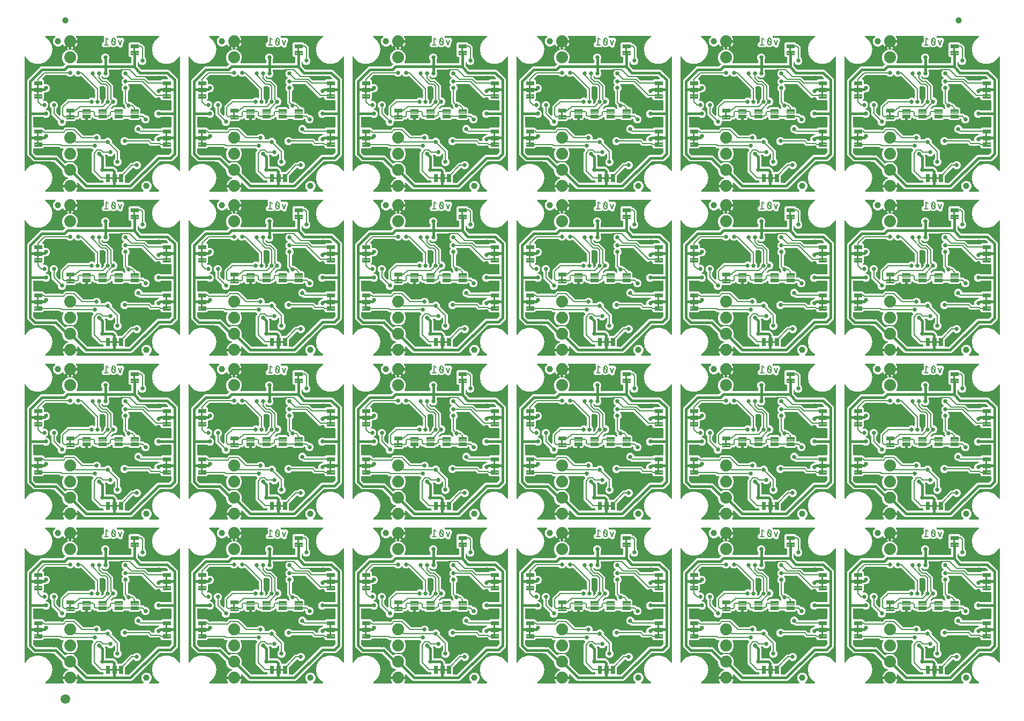
<source format=gbl>
G04 EAGLE Gerber RS-274X export*
G75*
%MOMM*%
%FSLAX34Y34*%
%LPD*%
%INBottom Copper*%
%IPPOS*%
%AMOC8*
5,1,8,0,0,1.08239X$1,22.5*%
G01*
%ADD10C,0.203200*%
%ADD11C,1.000000*%
%ADD12C,0.099059*%
%ADD13C,0.101600*%
%ADD14C,1.879600*%
%ADD15C,1.500000*%
%ADD16C,0.655600*%
%ADD17C,0.406400*%
%ADD18C,0.177800*%

G36*
X169012Y17793D02*
X169012Y17793D01*
X169099Y17796D01*
X169152Y17813D01*
X169206Y17821D01*
X169286Y17856D01*
X169369Y17883D01*
X169409Y17911D01*
X169466Y17937D01*
X169579Y18033D01*
X169643Y18078D01*
X213022Y61457D01*
X214889Y62231D01*
X232425Y62231D01*
X232512Y62243D01*
X232599Y62246D01*
X232652Y62263D01*
X232706Y62271D01*
X232786Y62306D01*
X232869Y62333D01*
X232909Y62361D01*
X232966Y62387D01*
X233079Y62483D01*
X233143Y62528D01*
X235922Y65307D01*
X235930Y65318D01*
X235932Y65319D01*
X235937Y65328D01*
X235974Y65377D01*
X236034Y65441D01*
X236060Y65490D01*
X236093Y65534D01*
X236124Y65616D01*
X236164Y65694D01*
X236172Y65742D01*
X236194Y65800D01*
X236206Y65948D01*
X236219Y66025D01*
X236219Y71120D01*
X236212Y71170D01*
X236213Y71188D01*
X236211Y71192D01*
X236213Y71236D01*
X236191Y71318D01*
X236179Y71402D01*
X236156Y71455D01*
X236141Y71511D01*
X236098Y71584D01*
X236063Y71661D01*
X236025Y71706D01*
X235996Y71756D01*
X235934Y71814D01*
X235880Y71878D01*
X235831Y71910D01*
X235788Y71950D01*
X235713Y71989D01*
X235643Y72036D01*
X235587Y72053D01*
X235535Y72080D01*
X235467Y72091D01*
X235372Y72121D01*
X235272Y72124D01*
X235204Y72135D01*
X221277Y72135D01*
X219162Y74251D01*
X219092Y74303D01*
X219028Y74363D01*
X218979Y74389D01*
X218934Y74422D01*
X218853Y74453D01*
X218775Y74493D01*
X218727Y74501D01*
X218669Y74523D01*
X218521Y74535D01*
X218444Y74548D01*
X217850Y74548D01*
X216624Y75775D01*
X216554Y75827D01*
X216490Y75887D01*
X216441Y75913D01*
X216397Y75946D01*
X216315Y75977D01*
X216237Y76017D01*
X216189Y76025D01*
X216131Y76047D01*
X215983Y76059D01*
X215906Y76072D01*
X202839Y76072D01*
X199326Y79585D01*
X199257Y79637D01*
X199193Y79697D01*
X199143Y79723D01*
X199099Y79756D01*
X199017Y79787D01*
X198939Y79827D01*
X198892Y79835D01*
X198833Y79857D01*
X198686Y79869D01*
X198608Y79882D01*
X167990Y79882D01*
X167904Y79870D01*
X167816Y79867D01*
X167763Y79850D01*
X167709Y79842D01*
X167629Y79807D01*
X167546Y79780D01*
X167506Y79752D01*
X167449Y79726D01*
X167336Y79630D01*
X167272Y79585D01*
X166144Y78456D01*
X163818Y77493D01*
X161302Y77493D01*
X158976Y78456D01*
X157196Y80236D01*
X156233Y82562D01*
X156233Y85078D01*
X157196Y87404D01*
X158976Y89184D01*
X161302Y90147D01*
X163818Y90147D01*
X166144Y89184D01*
X167272Y88055D01*
X167342Y88003D01*
X167406Y87943D01*
X167455Y87917D01*
X167499Y87884D01*
X167581Y87853D01*
X167659Y87813D01*
X167707Y87805D01*
X167765Y87783D01*
X167913Y87771D01*
X167990Y87758D01*
X202291Y87758D01*
X205804Y84245D01*
X205873Y84193D01*
X205937Y84133D01*
X205987Y84107D01*
X206031Y84074D01*
X206113Y84043D01*
X206191Y84003D01*
X206238Y83995D01*
X206297Y83973D01*
X206444Y83961D01*
X206522Y83948D01*
X208558Y83948D01*
X208616Y83956D01*
X208674Y83954D01*
X208756Y83976D01*
X208840Y83988D01*
X208893Y84011D01*
X208949Y84026D01*
X209022Y84069D01*
X209099Y84104D01*
X209144Y84142D01*
X209194Y84171D01*
X209252Y84233D01*
X209316Y84287D01*
X209348Y84336D01*
X209388Y84379D01*
X209427Y84454D01*
X209474Y84524D01*
X209491Y84580D01*
X209518Y84632D01*
X209529Y84700D01*
X209559Y84795D01*
X209562Y84895D01*
X209573Y84963D01*
X209573Y87618D01*
X210536Y89944D01*
X212316Y91724D01*
X214652Y92691D01*
X214708Y92699D01*
X214795Y92702D01*
X214848Y92719D01*
X214902Y92727D01*
X214982Y92762D01*
X215065Y92789D01*
X215105Y92817D01*
X215162Y92843D01*
X215275Y92939D01*
X215339Y92984D01*
X215562Y93207D01*
X216083Y93423D01*
X216157Y93467D01*
X216235Y93502D01*
X216279Y93539D01*
X216328Y93568D01*
X216387Y93630D01*
X216452Y93686D01*
X216484Y93733D01*
X216523Y93774D01*
X216562Y93851D01*
X216610Y93922D01*
X216627Y93976D01*
X216653Y94027D01*
X216670Y94111D01*
X216696Y94193D01*
X216697Y94250D01*
X216708Y94306D01*
X216701Y94391D01*
X216703Y94477D01*
X216689Y94532D01*
X216684Y94589D01*
X216653Y94669D01*
X216631Y94752D01*
X216602Y94801D01*
X216582Y94854D01*
X216530Y94923D01*
X216486Y94997D01*
X216445Y95036D01*
X216410Y95081D01*
X216341Y95133D01*
X216279Y95191D01*
X216228Y95217D01*
X216183Y95251D01*
X216102Y95282D01*
X216026Y95321D01*
X215977Y95329D01*
X215917Y95352D01*
X215772Y95363D01*
X215695Y95376D01*
X186075Y95376D01*
X185205Y96246D01*
X185136Y96298D01*
X185072Y96358D01*
X185022Y96384D01*
X184978Y96417D01*
X184896Y96448D01*
X184818Y96488D01*
X184771Y96496D01*
X184712Y96518D01*
X184565Y96530D01*
X184487Y96543D01*
X182892Y96543D01*
X180566Y97506D01*
X178786Y99286D01*
X177823Y101612D01*
X177823Y104128D01*
X178786Y106454D01*
X180566Y108234D01*
X182892Y109197D01*
X185408Y109197D01*
X187734Y108234D01*
X189514Y106454D01*
X190506Y104057D01*
X190517Y103985D01*
X190540Y103932D01*
X190555Y103876D01*
X190598Y103803D01*
X190633Y103726D01*
X190671Y103681D01*
X190700Y103631D01*
X190762Y103573D01*
X190816Y103509D01*
X190865Y103477D01*
X190908Y103437D01*
X190983Y103398D01*
X191053Y103351D01*
X191109Y103334D01*
X191161Y103307D01*
X191229Y103296D01*
X191324Y103266D01*
X191424Y103263D01*
X191492Y103252D01*
X218444Y103252D01*
X218530Y103264D01*
X218618Y103267D01*
X218671Y103284D01*
X218725Y103292D01*
X218805Y103327D01*
X218888Y103354D01*
X218928Y103382D01*
X218985Y103408D01*
X219098Y103504D01*
X219162Y103549D01*
X221277Y105665D01*
X235204Y105665D01*
X235262Y105673D01*
X235320Y105671D01*
X235402Y105693D01*
X235486Y105705D01*
X235539Y105728D01*
X235595Y105743D01*
X235668Y105786D01*
X235745Y105821D01*
X235790Y105859D01*
X235840Y105888D01*
X235898Y105950D01*
X235962Y106004D01*
X235994Y106053D01*
X236034Y106096D01*
X236073Y106171D01*
X236120Y106241D01*
X236137Y106297D01*
X236164Y106349D01*
X236175Y106417D01*
X236205Y106512D01*
X236208Y106612D01*
X236219Y106680D01*
X236219Y120904D01*
X236211Y120962D01*
X236213Y121020D01*
X236191Y121102D01*
X236179Y121186D01*
X236156Y121239D01*
X236141Y121295D01*
X236098Y121368D01*
X236063Y121445D01*
X236025Y121490D01*
X235996Y121540D01*
X235934Y121598D01*
X235880Y121662D01*
X235831Y121694D01*
X235788Y121734D01*
X235713Y121773D01*
X235643Y121820D01*
X235587Y121837D01*
X235535Y121864D01*
X235467Y121875D01*
X235372Y121905D01*
X235272Y121908D01*
X235204Y121919D01*
X220187Y121919D01*
X220101Y121907D01*
X220013Y121904D01*
X219960Y121887D01*
X219906Y121879D01*
X219826Y121844D01*
X219743Y121817D01*
X219703Y121789D01*
X219646Y121763D01*
X219533Y121667D01*
X219498Y121642D01*
X217158Y120673D01*
X214642Y120673D01*
X212316Y121636D01*
X210536Y123416D01*
X209573Y125742D01*
X209573Y128258D01*
X210536Y130584D01*
X212316Y132364D01*
X214642Y133327D01*
X217158Y133327D01*
X219495Y132359D01*
X219539Y132326D01*
X219603Y132266D01*
X219652Y132240D01*
X219696Y132207D01*
X219778Y132176D01*
X219856Y132136D01*
X219904Y132128D01*
X219962Y132106D01*
X220110Y132094D01*
X220187Y132081D01*
X235204Y132081D01*
X235262Y132089D01*
X235320Y132087D01*
X235402Y132109D01*
X235486Y132121D01*
X235539Y132144D01*
X235595Y132159D01*
X235668Y132202D01*
X235745Y132237D01*
X235790Y132275D01*
X235840Y132304D01*
X235898Y132366D01*
X235962Y132420D01*
X235994Y132469D01*
X236034Y132512D01*
X236073Y132587D01*
X236120Y132657D01*
X236137Y132713D01*
X236164Y132765D01*
X236175Y132833D01*
X236205Y132928D01*
X236208Y133028D01*
X236219Y133096D01*
X236219Y147320D01*
X236211Y147378D01*
X236213Y147436D01*
X236191Y147518D01*
X236179Y147602D01*
X236156Y147655D01*
X236141Y147711D01*
X236098Y147784D01*
X236063Y147861D01*
X236025Y147906D01*
X235996Y147956D01*
X235934Y148014D01*
X235880Y148078D01*
X235831Y148110D01*
X235788Y148150D01*
X235713Y148189D01*
X235643Y148236D01*
X235587Y148253D01*
X235535Y148280D01*
X235467Y148291D01*
X235372Y148321D01*
X235272Y148324D01*
X235204Y148335D01*
X221277Y148335D01*
X219201Y150411D01*
X219201Y151003D01*
X219193Y151061D01*
X219195Y151119D01*
X219173Y151201D01*
X219161Y151285D01*
X219138Y151338D01*
X219123Y151394D01*
X219080Y151467D01*
X219045Y151544D01*
X219007Y151589D01*
X218978Y151639D01*
X218916Y151697D01*
X218862Y151761D01*
X218813Y151793D01*
X218770Y151833D01*
X218695Y151872D01*
X218625Y151919D01*
X218569Y151936D01*
X218517Y151963D01*
X218449Y151974D01*
X218354Y152004D01*
X218254Y152007D01*
X218186Y152018D01*
X210713Y152018D01*
X189166Y173565D01*
X189097Y173617D01*
X189033Y173677D01*
X188983Y173703D01*
X188939Y173736D01*
X188857Y173767D01*
X188779Y173807D01*
X188732Y173815D01*
X188673Y173837D01*
X188526Y173849D01*
X188448Y173862D01*
X169260Y173862D01*
X169174Y173850D01*
X169086Y173847D01*
X169033Y173830D01*
X168979Y173822D01*
X168899Y173787D01*
X168816Y173760D01*
X168776Y173732D01*
X168719Y173706D01*
X168606Y173611D01*
X168542Y173565D01*
X168415Y173438D01*
X168380Y173391D01*
X168338Y173351D01*
X168295Y173278D01*
X168244Y173211D01*
X168224Y173156D01*
X168194Y173106D01*
X168173Y173024D01*
X168143Y172945D01*
X168138Y172887D01*
X168124Y172830D01*
X168127Y172746D01*
X168120Y172662D01*
X168131Y172604D01*
X168133Y172546D01*
X168159Y172466D01*
X168175Y172383D01*
X168202Y172331D01*
X168220Y172275D01*
X168260Y172219D01*
X168306Y172131D01*
X168375Y172058D01*
X168415Y172002D01*
X169194Y171224D01*
X170157Y168898D01*
X170157Y166382D01*
X169194Y164056D01*
X168065Y162928D01*
X168013Y162858D01*
X167953Y162794D01*
X167927Y162745D01*
X167894Y162701D01*
X167863Y162619D01*
X167823Y162541D01*
X167815Y162493D01*
X167793Y162435D01*
X167781Y162287D01*
X167768Y162210D01*
X167768Y147042D01*
X167776Y146984D01*
X167774Y146926D01*
X167796Y146844D01*
X167808Y146760D01*
X167831Y146707D01*
X167846Y146651D01*
X167889Y146578D01*
X167924Y146501D01*
X167962Y146456D01*
X167991Y146406D01*
X168053Y146348D01*
X168107Y146284D01*
X168156Y146252D01*
X168199Y146212D01*
X168274Y146173D01*
X168344Y146126D01*
X168400Y146109D01*
X168452Y146082D01*
X168520Y146071D01*
X168615Y146041D01*
X168715Y146038D01*
X168783Y146027D01*
X170168Y146027D01*
X172494Y145064D01*
X173622Y143935D01*
X173692Y143883D01*
X173756Y143823D01*
X173805Y143797D01*
X173849Y143764D01*
X173931Y143733D01*
X174009Y143693D01*
X174057Y143685D01*
X174115Y143663D01*
X174263Y143651D01*
X174340Y143638D01*
X175875Y143638D01*
X181928Y137585D01*
X181997Y137533D01*
X182061Y137473D01*
X182111Y137447D01*
X182155Y137414D01*
X182237Y137383D01*
X182315Y137343D01*
X182362Y137335D01*
X182421Y137313D01*
X182568Y137301D01*
X182646Y137288D01*
X185115Y137288D01*
X187199Y135204D01*
X187199Y127889D01*
X187206Y127837D01*
X187205Y127809D01*
X187206Y127806D01*
X187205Y127773D01*
X187227Y127691D01*
X187239Y127607D01*
X187262Y127554D01*
X187277Y127498D01*
X187320Y127425D01*
X187355Y127348D01*
X187393Y127303D01*
X187422Y127253D01*
X187484Y127195D01*
X187538Y127131D01*
X187587Y127099D01*
X187630Y127059D01*
X187705Y127020D01*
X187775Y126973D01*
X187831Y126956D01*
X187883Y126929D01*
X187951Y126918D01*
X188046Y126888D01*
X188146Y126885D01*
X188214Y126874D01*
X192385Y126874D01*
X194525Y124734D01*
X194594Y124682D01*
X194658Y124622D01*
X194708Y124596D01*
X194752Y124563D01*
X194834Y124532D01*
X194912Y124492D01*
X194959Y124484D01*
X195018Y124462D01*
X195165Y124450D01*
X195243Y124437D01*
X196838Y124437D01*
X199164Y123474D01*
X200944Y121694D01*
X201907Y119368D01*
X201907Y116852D01*
X200944Y114526D01*
X199164Y112746D01*
X196838Y111783D01*
X194322Y111783D01*
X191996Y112746D01*
X190216Y114526D01*
X189253Y116852D01*
X189253Y117983D01*
X189245Y118041D01*
X189247Y118099D01*
X189225Y118181D01*
X189213Y118265D01*
X189190Y118318D01*
X189175Y118374D01*
X189132Y118447D01*
X189097Y118524D01*
X189059Y118569D01*
X189030Y118619D01*
X188968Y118677D01*
X188914Y118741D01*
X188865Y118773D01*
X188822Y118813D01*
X188747Y118852D01*
X188677Y118899D01*
X188621Y118916D01*
X188569Y118943D01*
X188501Y118954D01*
X188406Y118984D01*
X188306Y118987D01*
X188238Y118998D01*
X187822Y118998D01*
X187735Y118986D01*
X187648Y118983D01*
X187595Y118966D01*
X187540Y118958D01*
X187460Y118923D01*
X187377Y118896D01*
X187338Y118868D01*
X187281Y118842D01*
X187168Y118746D01*
X187104Y118701D01*
X185115Y116712D01*
X170485Y116712D01*
X168496Y118701D01*
X168426Y118753D01*
X168362Y118813D01*
X168313Y118839D01*
X168269Y118872D01*
X168187Y118903D01*
X168109Y118943D01*
X168062Y118951D01*
X168003Y118973D01*
X167856Y118985D01*
X167778Y118998D01*
X162422Y118998D01*
X162335Y118986D01*
X162248Y118983D01*
X162195Y118966D01*
X162140Y118958D01*
X162060Y118923D01*
X161977Y118896D01*
X161938Y118868D01*
X161881Y118842D01*
X161768Y118746D01*
X161704Y118701D01*
X159715Y116712D01*
X145085Y116712D01*
X143001Y118796D01*
X143001Y121011D01*
X142997Y121041D01*
X143000Y121070D01*
X142977Y121181D01*
X142961Y121293D01*
X142949Y121320D01*
X142944Y121349D01*
X142892Y121449D01*
X142845Y121552D01*
X142826Y121575D01*
X142813Y121601D01*
X142735Y121683D01*
X142662Y121769D01*
X142637Y121786D01*
X142617Y121807D01*
X142519Y121864D01*
X142425Y121927D01*
X142397Y121936D01*
X142372Y121951D01*
X142262Y121979D01*
X142154Y122013D01*
X142125Y122013D01*
X142096Y122021D01*
X141983Y122017D01*
X141870Y122020D01*
X141841Y122013D01*
X141812Y122012D01*
X141704Y121977D01*
X141595Y121948D01*
X141569Y121933D01*
X141541Y121924D01*
X141478Y121879D01*
X141350Y121803D01*
X141307Y121757D01*
X141268Y121729D01*
X141034Y121495D01*
X138537Y118998D01*
X137022Y118998D01*
X136935Y118986D01*
X136848Y118983D01*
X136795Y118966D01*
X136740Y118958D01*
X136660Y118923D01*
X136577Y118896D01*
X136538Y118868D01*
X136481Y118842D01*
X136368Y118746D01*
X136304Y118701D01*
X134315Y116712D01*
X119685Y116712D01*
X117696Y118701D01*
X117626Y118753D01*
X117562Y118813D01*
X117513Y118839D01*
X117469Y118872D01*
X117387Y118903D01*
X117309Y118943D01*
X117262Y118951D01*
X117203Y118973D01*
X117056Y118985D01*
X116978Y118998D01*
X114193Y118998D01*
X112224Y120967D01*
X112200Y120985D01*
X112181Y121007D01*
X112087Y121070D01*
X111997Y121138D01*
X111969Y121149D01*
X111945Y121165D01*
X111837Y121199D01*
X111731Y121239D01*
X111702Y121242D01*
X111674Y121251D01*
X111560Y121254D01*
X111448Y121263D01*
X111419Y121257D01*
X111390Y121258D01*
X111280Y121229D01*
X111169Y121207D01*
X111143Y121194D01*
X111115Y121186D01*
X111017Y121128D01*
X110917Y121076D01*
X110895Y121056D01*
X110870Y121041D01*
X110793Y120958D01*
X110711Y120880D01*
X110696Y120855D01*
X110676Y120834D01*
X110624Y120733D01*
X110567Y120635D01*
X110560Y120607D01*
X110546Y120581D01*
X110533Y120503D01*
X110497Y120360D01*
X110499Y120297D01*
X110491Y120249D01*
X110491Y119868D01*
X110283Y119092D01*
X109882Y118397D01*
X109314Y117829D01*
X108619Y117428D01*
X107843Y117220D01*
X103187Y117220D01*
X103187Y122364D01*
X103179Y122422D01*
X103180Y122481D01*
X103159Y122562D01*
X103147Y122646D01*
X103123Y122699D01*
X103108Y122756D01*
X103065Y122828D01*
X103031Y122905D01*
X102993Y122950D01*
X102963Y123000D01*
X102901Y123058D01*
X102847Y123122D01*
X102798Y123155D01*
X102756Y123195D01*
X102681Y123233D01*
X102610Y123280D01*
X102555Y123297D01*
X102503Y123324D01*
X102435Y123335D01*
X102339Y123366D01*
X102240Y123368D01*
X102172Y123380D01*
X101028Y123380D01*
X100971Y123371D01*
X100912Y123373D01*
X100830Y123352D01*
X100747Y123340D01*
X100694Y123316D01*
X100637Y123301D01*
X100565Y123258D01*
X100488Y123223D01*
X100443Y123186D01*
X100393Y123156D01*
X100335Y123094D01*
X100271Y123040D01*
X100238Y122991D01*
X100198Y122948D01*
X100160Y122873D01*
X100113Y122803D01*
X100095Y122747D01*
X100069Y122695D01*
X100057Y122627D01*
X100027Y122532D01*
X100025Y122432D01*
X100013Y122364D01*
X100013Y117220D01*
X95357Y117220D01*
X94581Y117428D01*
X93886Y117829D01*
X93318Y118397D01*
X92917Y119092D01*
X92834Y119402D01*
X92819Y119438D01*
X92811Y119476D01*
X92763Y119568D01*
X92723Y119663D01*
X92698Y119694D01*
X92680Y119728D01*
X92609Y119803D01*
X92543Y119884D01*
X92511Y119906D01*
X92484Y119934D01*
X92395Y119987D01*
X92310Y120046D01*
X92273Y120058D01*
X92239Y120078D01*
X92139Y120104D01*
X92040Y120137D01*
X92001Y120139D01*
X91964Y120148D01*
X91860Y120145D01*
X91756Y120149D01*
X91718Y120140D01*
X91679Y120139D01*
X91581Y120107D01*
X91480Y120083D01*
X91446Y120064D01*
X91409Y120052D01*
X91346Y120006D01*
X91233Y119942D01*
X91181Y119889D01*
X91136Y119857D01*
X90234Y118955D01*
X89134Y117855D01*
X86356Y117855D01*
X86270Y117843D01*
X86182Y117840D01*
X86129Y117823D01*
X86075Y117815D01*
X85995Y117780D01*
X85912Y117753D01*
X85872Y117725D01*
X85815Y117699D01*
X85702Y117603D01*
X85638Y117558D01*
X83523Y115442D01*
X70842Y115442D01*
X70784Y115434D01*
X70726Y115436D01*
X70644Y115414D01*
X70560Y115402D01*
X70507Y115379D01*
X70451Y115364D01*
X70378Y115321D01*
X70301Y115286D01*
X70256Y115248D01*
X70206Y115219D01*
X70148Y115157D01*
X70084Y115103D01*
X70052Y115054D01*
X70012Y115011D01*
X69973Y114936D01*
X69926Y114866D01*
X69909Y114810D01*
X69882Y114758D01*
X69871Y114690D01*
X69841Y114595D01*
X69838Y114495D01*
X69827Y114427D01*
X69827Y113042D01*
X68864Y110716D01*
X67084Y108936D01*
X64758Y107973D01*
X62242Y107973D01*
X59916Y108936D01*
X58136Y110716D01*
X57173Y113042D01*
X57173Y114637D01*
X57161Y114724D01*
X57158Y114811D01*
X57141Y114864D01*
X57133Y114919D01*
X57098Y114999D01*
X57071Y115082D01*
X57043Y115121D01*
X57017Y115178D01*
X56921Y115292D01*
X56876Y115355D01*
X46862Y125369D01*
X46862Y135135D01*
X46850Y135221D01*
X46847Y135309D01*
X46830Y135362D01*
X46822Y135416D01*
X46787Y135496D01*
X46760Y135579D01*
X46732Y135619D01*
X46706Y135676D01*
X46610Y135789D01*
X46565Y135853D01*
X45436Y136981D01*
X44473Y139307D01*
X44473Y141823D01*
X45436Y144149D01*
X47216Y145929D01*
X49542Y146892D01*
X52058Y146892D01*
X54384Y145929D01*
X56164Y144149D01*
X57127Y141823D01*
X57127Y139307D01*
X56164Y136981D01*
X55035Y135853D01*
X54983Y135783D01*
X54923Y135719D01*
X54897Y135670D01*
X54864Y135626D01*
X54833Y135544D01*
X54793Y135466D01*
X54785Y135418D01*
X54763Y135360D01*
X54751Y135212D01*
X54738Y135135D01*
X54738Y129052D01*
X54750Y128965D01*
X54753Y128878D01*
X54770Y128825D01*
X54778Y128770D01*
X54813Y128690D01*
X54840Y128607D01*
X54868Y128568D01*
X54894Y128511D01*
X54990Y128398D01*
X55035Y128334D01*
X59099Y124270D01*
X59123Y124252D01*
X59142Y124230D01*
X59236Y124167D01*
X59326Y124099D01*
X59354Y124088D01*
X59378Y124072D01*
X59486Y124038D01*
X59592Y123998D01*
X59621Y123995D01*
X59649Y123986D01*
X59763Y123983D01*
X59875Y123974D01*
X59904Y123980D01*
X59933Y123979D01*
X60043Y124008D01*
X60154Y124030D01*
X60180Y124043D01*
X60208Y124051D01*
X60306Y124109D01*
X60406Y124161D01*
X60428Y124181D01*
X60453Y124196D01*
X60530Y124279D01*
X60612Y124357D01*
X60627Y124382D01*
X60647Y124403D01*
X60699Y124504D01*
X60756Y124602D01*
X60763Y124630D01*
X60777Y124656D01*
X60790Y124734D01*
X60826Y124877D01*
X60824Y124940D01*
X60832Y124988D01*
X60832Y138791D01*
X72029Y149988D01*
X105060Y149988D01*
X105146Y150000D01*
X105234Y150003D01*
X105287Y150020D01*
X105341Y150028D01*
X105421Y150063D01*
X105504Y150090D01*
X105544Y150118D01*
X105601Y150144D01*
X105714Y150240D01*
X105778Y150285D01*
X106906Y151414D01*
X109232Y152377D01*
X111748Y152377D01*
X114038Y151428D01*
X114150Y151400D01*
X114259Y151365D01*
X114287Y151364D01*
X114314Y151357D01*
X114428Y151361D01*
X114543Y151358D01*
X114570Y151365D01*
X114598Y151365D01*
X114707Y151400D01*
X114818Y151429D01*
X114842Y151444D01*
X114869Y151452D01*
X114964Y151516D01*
X115063Y151575D01*
X115082Y151595D01*
X115105Y151610D01*
X115179Y151698D01*
X115257Y151782D01*
X115270Y151807D01*
X115288Y151828D01*
X115334Y151933D01*
X115387Y152035D01*
X115391Y152060D01*
X115403Y152088D01*
X115440Y152351D01*
X115442Y152366D01*
X115442Y164318D01*
X115430Y164405D01*
X115427Y164492D01*
X115410Y164545D01*
X115402Y164600D01*
X115367Y164680D01*
X115340Y164763D01*
X115312Y164802D01*
X115286Y164859D01*
X115190Y164972D01*
X115145Y165036D01*
X93847Y186334D01*
X93801Y186369D01*
X93760Y186412D01*
X93687Y186454D01*
X93620Y186505D01*
X93565Y186526D01*
X93515Y186555D01*
X93433Y186576D01*
X93354Y186606D01*
X93296Y186611D01*
X93239Y186625D01*
X93155Y186623D01*
X93071Y186630D01*
X93014Y186618D01*
X92955Y186616D01*
X92875Y186590D01*
X92792Y186574D01*
X92740Y186547D01*
X92685Y186529D01*
X92629Y186489D01*
X92540Y186443D01*
X92516Y186420D01*
X90158Y185443D01*
X87642Y185443D01*
X85316Y186406D01*
X83536Y188186D01*
X83488Y188303D01*
X83473Y188329D01*
X83464Y188357D01*
X83401Y188451D01*
X83343Y188548D01*
X83322Y188568D01*
X83306Y188593D01*
X83219Y188666D01*
X83137Y188743D01*
X83111Y188757D01*
X83088Y188776D01*
X82984Y188822D01*
X82884Y188873D01*
X82855Y188879D01*
X82828Y188891D01*
X82716Y188907D01*
X82605Y188928D01*
X82576Y188926D01*
X82547Y188930D01*
X82434Y188914D01*
X82322Y188904D01*
X82295Y188894D01*
X82265Y188889D01*
X82162Y188843D01*
X82057Y188802D01*
X82033Y188784D01*
X82006Y188772D01*
X81920Y188699D01*
X81830Y188630D01*
X81812Y188607D01*
X81790Y188588D01*
X81748Y188521D01*
X81660Y188403D01*
X81638Y188344D01*
X81612Y188303D01*
X81564Y188186D01*
X79784Y186406D01*
X77458Y185443D01*
X74942Y185443D01*
X72616Y186406D01*
X71488Y187535D01*
X71418Y187587D01*
X71354Y187647D01*
X71305Y187673D01*
X71261Y187706D01*
X71179Y187737D01*
X71101Y187777D01*
X71053Y187785D01*
X70995Y187807D01*
X70847Y187819D01*
X70770Y187832D01*
X37612Y187832D01*
X37525Y187820D01*
X37438Y187817D01*
X37385Y187800D01*
X37330Y187792D01*
X37250Y187757D01*
X37167Y187730D01*
X37128Y187702D01*
X37071Y187676D01*
X36957Y187580D01*
X36894Y187535D01*
X32691Y183332D01*
X32656Y183286D01*
X32613Y183245D01*
X32571Y183172D01*
X32520Y183105D01*
X32499Y183050D01*
X32470Y183000D01*
X32449Y182918D01*
X32419Y182839D01*
X32414Y182781D01*
X32400Y182724D01*
X32402Y182640D01*
X32395Y182556D01*
X32407Y182499D01*
X32409Y182440D01*
X32435Y182360D01*
X32451Y182277D01*
X32478Y182225D01*
X32496Y182170D01*
X32536Y182114D01*
X32582Y182025D01*
X32651Y181953D01*
X32691Y181896D01*
X34799Y179789D01*
X34799Y174640D01*
X34815Y174526D01*
X34825Y174412D01*
X34835Y174386D01*
X34839Y174358D01*
X34886Y174254D01*
X34927Y174147D01*
X34943Y174124D01*
X34955Y174099D01*
X35029Y174011D01*
X35098Y173920D01*
X35121Y173903D01*
X35138Y173882D01*
X35234Y173818D01*
X35326Y173750D01*
X35352Y173740D01*
X35375Y173724D01*
X35485Y173690D01*
X35592Y173649D01*
X35620Y173647D01*
X35646Y173639D01*
X35761Y173636D01*
X35875Y173627D01*
X35900Y173632D01*
X35930Y173631D01*
X36187Y173698D01*
X36203Y173702D01*
X36842Y173967D01*
X39358Y173967D01*
X41684Y173004D01*
X43464Y171224D01*
X44427Y168898D01*
X44427Y166382D01*
X43464Y164056D01*
X41684Y162276D01*
X39348Y161309D01*
X39292Y161301D01*
X39205Y161298D01*
X39152Y161281D01*
X39098Y161273D01*
X39018Y161238D01*
X38935Y161211D01*
X38895Y161183D01*
X38838Y161157D01*
X38725Y161061D01*
X38661Y161016D01*
X38438Y160793D01*
X36571Y160019D01*
X35814Y160019D01*
X35756Y160011D01*
X35698Y160013D01*
X35616Y159991D01*
X35532Y159979D01*
X35479Y159956D01*
X35423Y159941D01*
X35350Y159898D01*
X35273Y159863D01*
X35228Y159825D01*
X35178Y159796D01*
X35120Y159734D01*
X35056Y159680D01*
X35024Y159631D01*
X34984Y159588D01*
X34945Y159513D01*
X34898Y159443D01*
X34881Y159387D01*
X34854Y159335D01*
X34843Y159267D01*
X34813Y159172D01*
X34810Y159072D01*
X34799Y159004D01*
X34799Y150411D01*
X33417Y149030D01*
X33400Y149006D01*
X33377Y148987D01*
X33314Y148893D01*
X33246Y148803D01*
X33236Y148775D01*
X33220Y148751D01*
X33185Y148643D01*
X33145Y148537D01*
X33143Y148508D01*
X33134Y148480D01*
X33131Y148366D01*
X33122Y148254D01*
X33127Y148225D01*
X33127Y148196D01*
X33155Y148086D01*
X33177Y147975D01*
X33191Y147949D01*
X33198Y147921D01*
X33256Y147823D01*
X33308Y147723D01*
X33329Y147701D01*
X33344Y147676D01*
X33426Y147599D01*
X33504Y147517D01*
X33530Y147502D01*
X33551Y147482D01*
X33652Y147430D01*
X33750Y147373D01*
X33778Y147366D01*
X33804Y147352D01*
X33881Y147339D01*
X34025Y147303D01*
X34088Y147305D01*
X34135Y147297D01*
X36818Y147297D01*
X39144Y146334D01*
X40924Y144554D01*
X41887Y142228D01*
X41887Y139712D01*
X40924Y137386D01*
X39144Y135606D01*
X38356Y135280D01*
X38282Y135236D01*
X38203Y135201D01*
X38160Y135164D01*
X38111Y135135D01*
X38052Y135073D01*
X37986Y135017D01*
X37955Y134970D01*
X37916Y134929D01*
X37876Y134852D01*
X37829Y134781D01*
X37811Y134727D01*
X37785Y134676D01*
X37769Y134592D01*
X37743Y134510D01*
X37741Y134453D01*
X37730Y134397D01*
X37738Y134312D01*
X37735Y134226D01*
X37750Y134171D01*
X37755Y134114D01*
X37786Y134033D01*
X37807Y133951D01*
X37836Y133902D01*
X37857Y133849D01*
X37909Y133780D01*
X37953Y133706D01*
X37994Y133667D01*
X38028Y133622D01*
X38097Y133570D01*
X38160Y133512D01*
X38211Y133486D01*
X38256Y133452D01*
X38336Y133421D01*
X38413Y133382D01*
X38462Y133374D01*
X38522Y133351D01*
X38667Y133340D01*
X38744Y133327D01*
X39358Y133327D01*
X41684Y132364D01*
X43464Y130584D01*
X44427Y128258D01*
X44427Y125742D01*
X43464Y123416D01*
X41684Y121636D01*
X39358Y120673D01*
X36842Y120673D01*
X34505Y121641D01*
X34461Y121674D01*
X34397Y121734D01*
X34348Y121760D01*
X34304Y121793D01*
X34222Y121824D01*
X34144Y121864D01*
X34096Y121872D01*
X34038Y121894D01*
X33890Y121906D01*
X33813Y121919D01*
X18796Y121919D01*
X18738Y121911D01*
X18680Y121913D01*
X18598Y121891D01*
X18514Y121879D01*
X18461Y121856D01*
X18405Y121841D01*
X18332Y121798D01*
X18255Y121763D01*
X18210Y121725D01*
X18160Y121696D01*
X18102Y121634D01*
X18038Y121580D01*
X18006Y121531D01*
X17966Y121488D01*
X17927Y121413D01*
X17880Y121343D01*
X17863Y121287D01*
X17836Y121235D01*
X17825Y121167D01*
X17795Y121072D01*
X17792Y120972D01*
X17781Y120904D01*
X17781Y106680D01*
X17789Y106622D01*
X17787Y106564D01*
X17809Y106482D01*
X17821Y106398D01*
X17844Y106345D01*
X17859Y106289D01*
X17902Y106216D01*
X17937Y106139D01*
X17975Y106094D01*
X18004Y106044D01*
X18066Y105986D01*
X18120Y105922D01*
X18169Y105890D01*
X18212Y105850D01*
X18287Y105811D01*
X18357Y105764D01*
X18413Y105747D01*
X18465Y105720D01*
X18533Y105709D01*
X18628Y105679D01*
X18728Y105676D01*
X18796Y105665D01*
X32723Y105665D01*
X34838Y103549D01*
X34908Y103497D01*
X34972Y103437D01*
X35021Y103411D01*
X35066Y103378D01*
X35147Y103347D01*
X35225Y103307D01*
X35273Y103299D01*
X35331Y103277D01*
X35479Y103265D01*
X35556Y103252D01*
X36150Y103252D01*
X37376Y102025D01*
X37446Y101973D01*
X37510Y101913D01*
X37559Y101887D01*
X37603Y101854D01*
X37685Y101823D01*
X37763Y101783D01*
X37811Y101775D01*
X37869Y101753D01*
X38017Y101741D01*
X38094Y101728D01*
X63988Y101728D01*
X64075Y101740D01*
X64162Y101743D01*
X64215Y101760D01*
X64270Y101768D01*
X64350Y101803D01*
X64433Y101830D01*
X64472Y101858D01*
X64529Y101884D01*
X64643Y101980D01*
X64706Y102025D01*
X68219Y105538D01*
X84181Y105538D01*
X86785Y102934D01*
X96584Y93135D01*
X96654Y93083D01*
X96717Y93023D01*
X96767Y92997D01*
X96811Y92964D01*
X96893Y92933D01*
X96971Y92893D01*
X97018Y92885D01*
X97077Y92863D01*
X97224Y92851D01*
X97302Y92838D01*
X112680Y92838D01*
X112766Y92850D01*
X112854Y92853D01*
X112907Y92870D01*
X112961Y92878D01*
X113041Y92913D01*
X113124Y92940D01*
X113164Y92968D01*
X113221Y92994D01*
X113334Y93090D01*
X113398Y93135D01*
X114526Y94264D01*
X116852Y95227D01*
X119368Y95227D01*
X121694Y94264D01*
X123474Y92484D01*
X124437Y90158D01*
X124437Y87503D01*
X124445Y87445D01*
X124443Y87387D01*
X124465Y87305D01*
X124477Y87221D01*
X124500Y87168D01*
X124515Y87112D01*
X124558Y87039D01*
X124593Y86962D01*
X124631Y86917D01*
X124660Y86867D01*
X124722Y86809D01*
X124776Y86745D01*
X124825Y86713D01*
X124868Y86673D01*
X124943Y86634D01*
X125013Y86587D01*
X125069Y86570D01*
X125121Y86543D01*
X125189Y86532D01*
X125284Y86502D01*
X125384Y86499D01*
X125452Y86488D01*
X130460Y86488D01*
X130546Y86500D01*
X130634Y86503D01*
X130687Y86520D01*
X130741Y86528D01*
X130821Y86563D01*
X130904Y86590D01*
X130944Y86618D01*
X131001Y86644D01*
X131114Y86740D01*
X131178Y86785D01*
X132306Y87914D01*
X134632Y88877D01*
X137148Y88877D01*
X139474Y87914D01*
X141254Y86134D01*
X142217Y83808D01*
X142217Y82213D01*
X142224Y82159D01*
X142223Y82123D01*
X142230Y82098D01*
X142232Y82039D01*
X142249Y81986D01*
X142257Y81931D01*
X142292Y81851D01*
X142319Y81768D01*
X142347Y81729D01*
X142373Y81672D01*
X142469Y81558D01*
X142514Y81495D01*
X155068Y68941D01*
X155068Y56230D01*
X155080Y56144D01*
X155083Y56056D01*
X155100Y56003D01*
X155108Y55949D01*
X155143Y55869D01*
X155170Y55786D01*
X155198Y55746D01*
X155224Y55689D01*
X155320Y55576D01*
X155365Y55512D01*
X156494Y54384D01*
X157457Y52058D01*
X157457Y49542D01*
X156494Y47216D01*
X154714Y45436D01*
X152388Y44473D01*
X149872Y44473D01*
X147546Y45436D01*
X145766Y47216D01*
X144803Y49542D01*
X144803Y52058D01*
X145766Y54384D01*
X146895Y55512D01*
X146947Y55582D01*
X147007Y55646D01*
X147033Y55695D01*
X147066Y55739D01*
X147097Y55821D01*
X147137Y55899D01*
X147145Y55947D01*
X147167Y56005D01*
X147179Y56153D01*
X147192Y56230D01*
X147192Y62491D01*
X147180Y62577D01*
X147178Y62662D01*
X147160Y62717D01*
X147152Y62773D01*
X147117Y62851D01*
X147091Y62933D01*
X147059Y62980D01*
X147036Y63032D01*
X146981Y63098D01*
X146933Y63169D01*
X146889Y63206D01*
X146853Y63249D01*
X146781Y63297D01*
X146715Y63352D01*
X146663Y63375D01*
X146616Y63407D01*
X146534Y63433D01*
X146455Y63468D01*
X146399Y63476D01*
X146345Y63493D01*
X146259Y63495D01*
X146174Y63507D01*
X146118Y63499D01*
X146061Y63500D01*
X145978Y63478D01*
X145892Y63466D01*
X145841Y63443D01*
X145786Y63428D01*
X145712Y63384D01*
X145633Y63349D01*
X145590Y63312D01*
X145541Y63283D01*
X145482Y63220D01*
X145417Y63165D01*
X145391Y63123D01*
X145347Y63076D01*
X145281Y62947D01*
X145239Y62880D01*
X145063Y62456D01*
X143284Y60676D01*
X140958Y59713D01*
X138442Y59713D01*
X136116Y60676D01*
X134988Y61805D01*
X134918Y61857D01*
X134854Y61917D01*
X134805Y61943D01*
X134761Y61976D01*
X134679Y62007D01*
X134601Y62047D01*
X134553Y62055D01*
X134495Y62077D01*
X134347Y62089D01*
X134270Y62102D01*
X132494Y62102D01*
X132380Y62086D01*
X132265Y62076D01*
X132239Y62066D01*
X132212Y62062D01*
X132107Y62015D01*
X132000Y61974D01*
X131978Y61958D01*
X131953Y61946D01*
X131865Y61872D01*
X131773Y61803D01*
X131757Y61780D01*
X131736Y61763D01*
X131672Y61667D01*
X131603Y61575D01*
X131593Y61549D01*
X131578Y61526D01*
X131543Y61416D01*
X131503Y61309D01*
X131501Y61281D01*
X131492Y61255D01*
X131489Y61140D01*
X131480Y61026D01*
X131486Y61001D01*
X131485Y60971D01*
X131552Y60714D01*
X131556Y60698D01*
X132081Y59431D01*
X132081Y44196D01*
X132089Y44138D01*
X132087Y44080D01*
X132109Y43998D01*
X132121Y43914D01*
X132144Y43861D01*
X132159Y43805D01*
X132202Y43732D01*
X132237Y43655D01*
X132275Y43610D01*
X132304Y43560D01*
X132366Y43502D01*
X132420Y43438D01*
X132469Y43406D01*
X132512Y43366D01*
X132587Y43327D01*
X132657Y43280D01*
X132713Y43263D01*
X132765Y43236D01*
X132833Y43225D01*
X132928Y43195D01*
X133028Y43192D01*
X133096Y43181D01*
X144521Y43181D01*
X146388Y42407D01*
X150357Y38438D01*
X151131Y36571D01*
X151131Y35814D01*
X151139Y35756D01*
X151137Y35698D01*
X151159Y35616D01*
X151171Y35532D01*
X151194Y35479D01*
X151209Y35423D01*
X151252Y35350D01*
X151287Y35273D01*
X151325Y35228D01*
X151354Y35178D01*
X151416Y35120D01*
X151470Y35056D01*
X151519Y35024D01*
X151562Y34984D01*
X151637Y34945D01*
X151707Y34898D01*
X151763Y34881D01*
X151815Y34854D01*
X151883Y34843D01*
X151978Y34813D01*
X152078Y34810D01*
X152146Y34799D01*
X157079Y34799D01*
X157166Y34811D01*
X157253Y34814D01*
X157306Y34831D01*
X157361Y34839D01*
X157441Y34874D01*
X157524Y34901D01*
X157563Y34929D01*
X157620Y34955D01*
X157733Y35051D01*
X157797Y35096D01*
X169755Y47054D01*
X172359Y49658D01*
X176180Y49658D01*
X176266Y49670D01*
X176354Y49673D01*
X176407Y49690D01*
X176461Y49698D01*
X176541Y49733D01*
X176624Y49760D01*
X176664Y49788D01*
X176721Y49814D01*
X176834Y49910D01*
X176898Y49955D01*
X178026Y51084D01*
X180352Y52047D01*
X182868Y52047D01*
X185194Y51084D01*
X186974Y49304D01*
X187937Y46978D01*
X187937Y44462D01*
X186974Y42136D01*
X185194Y40356D01*
X182868Y39393D01*
X180352Y39393D01*
X178026Y40356D01*
X176898Y41485D01*
X176828Y41537D01*
X176764Y41597D01*
X176715Y41623D01*
X176671Y41656D01*
X176589Y41687D01*
X176511Y41727D01*
X176463Y41735D01*
X176405Y41757D01*
X176257Y41769D01*
X176180Y41782D01*
X176042Y41782D01*
X175955Y41770D01*
X175868Y41767D01*
X175815Y41750D01*
X175760Y41742D01*
X175680Y41707D01*
X175597Y41680D01*
X175558Y41652D01*
X175501Y41626D01*
X175388Y41530D01*
X175324Y41485D01*
X163112Y29273D01*
X163060Y29203D01*
X163000Y29140D01*
X162974Y29090D01*
X162941Y29046D01*
X162910Y28964D01*
X162870Y28886D01*
X162862Y28839D01*
X162840Y28780D01*
X162828Y28633D01*
X162815Y28555D01*
X162815Y18796D01*
X162823Y18738D01*
X162821Y18680D01*
X162843Y18598D01*
X162855Y18514D01*
X162878Y18461D01*
X162893Y18405D01*
X162936Y18332D01*
X162971Y18255D01*
X163009Y18210D01*
X163038Y18160D01*
X163100Y18102D01*
X163154Y18038D01*
X163203Y18006D01*
X163246Y17966D01*
X163321Y17927D01*
X163391Y17880D01*
X163447Y17863D01*
X163499Y17836D01*
X163567Y17825D01*
X163662Y17795D01*
X163762Y17792D01*
X163830Y17781D01*
X168925Y17781D01*
X169012Y17793D01*
G37*
G36*
X1464412Y795033D02*
X1464412Y795033D01*
X1464499Y795036D01*
X1464552Y795053D01*
X1464606Y795061D01*
X1464686Y795096D01*
X1464769Y795123D01*
X1464809Y795151D01*
X1464866Y795177D01*
X1464979Y795273D01*
X1465043Y795318D01*
X1506850Y837125D01*
X1508422Y838697D01*
X1510289Y839471D01*
X1527825Y839471D01*
X1527912Y839483D01*
X1527999Y839486D01*
X1528052Y839503D01*
X1528106Y839511D01*
X1528186Y839546D01*
X1528269Y839573D01*
X1528309Y839601D01*
X1528366Y839627D01*
X1528479Y839723D01*
X1528543Y839768D01*
X1531322Y842547D01*
X1531330Y842558D01*
X1531332Y842559D01*
X1531337Y842567D01*
X1531374Y842617D01*
X1531434Y842681D01*
X1531460Y842730D01*
X1531493Y842774D01*
X1531524Y842856D01*
X1531564Y842934D01*
X1531572Y842982D01*
X1531594Y843040D01*
X1531606Y843188D01*
X1531619Y843265D01*
X1531619Y848360D01*
X1531612Y848410D01*
X1531613Y848428D01*
X1531611Y848432D01*
X1531613Y848476D01*
X1531591Y848558D01*
X1531579Y848642D01*
X1531556Y848695D01*
X1531541Y848751D01*
X1531498Y848824D01*
X1531463Y848901D01*
X1531425Y848946D01*
X1531396Y848996D01*
X1531334Y849054D01*
X1531280Y849118D01*
X1531231Y849150D01*
X1531188Y849190D01*
X1531113Y849229D01*
X1531043Y849276D01*
X1530987Y849293D01*
X1530935Y849320D01*
X1530867Y849331D01*
X1530772Y849361D01*
X1530672Y849364D01*
X1530604Y849375D01*
X1516677Y849375D01*
X1514562Y851491D01*
X1514492Y851543D01*
X1514428Y851603D01*
X1514379Y851629D01*
X1514334Y851662D01*
X1514253Y851693D01*
X1514175Y851733D01*
X1514127Y851741D01*
X1514069Y851763D01*
X1513921Y851775D01*
X1513844Y851788D01*
X1513250Y851788D01*
X1512024Y853015D01*
X1511954Y853067D01*
X1511890Y853127D01*
X1511841Y853153D01*
X1511797Y853186D01*
X1511715Y853217D01*
X1511637Y853257D01*
X1511589Y853265D01*
X1511531Y853287D01*
X1511383Y853299D01*
X1511306Y853312D01*
X1498239Y853312D01*
X1494726Y856825D01*
X1494657Y856877D01*
X1494593Y856937D01*
X1494543Y856963D01*
X1494499Y856996D01*
X1494417Y857027D01*
X1494339Y857067D01*
X1494292Y857075D01*
X1494233Y857097D01*
X1494086Y857109D01*
X1494008Y857122D01*
X1463390Y857122D01*
X1463304Y857110D01*
X1463216Y857107D01*
X1463163Y857090D01*
X1463109Y857082D01*
X1463029Y857047D01*
X1462946Y857020D01*
X1462906Y856992D01*
X1462849Y856966D01*
X1462736Y856870D01*
X1462672Y856825D01*
X1461544Y855696D01*
X1459218Y854733D01*
X1456702Y854733D01*
X1454376Y855696D01*
X1452596Y857476D01*
X1451633Y859802D01*
X1451633Y862318D01*
X1452596Y864644D01*
X1454376Y866424D01*
X1456702Y867387D01*
X1459218Y867387D01*
X1461544Y866424D01*
X1462672Y865295D01*
X1462742Y865243D01*
X1462806Y865183D01*
X1462855Y865157D01*
X1462899Y865124D01*
X1462981Y865093D01*
X1463059Y865053D01*
X1463107Y865045D01*
X1463165Y865023D01*
X1463313Y865011D01*
X1463390Y864998D01*
X1497691Y864998D01*
X1501204Y861485D01*
X1501273Y861433D01*
X1501337Y861373D01*
X1501387Y861347D01*
X1501431Y861314D01*
X1501513Y861283D01*
X1501591Y861243D01*
X1501638Y861235D01*
X1501697Y861213D01*
X1501844Y861201D01*
X1501922Y861188D01*
X1503958Y861188D01*
X1504016Y861196D01*
X1504074Y861194D01*
X1504156Y861216D01*
X1504240Y861228D01*
X1504293Y861251D01*
X1504349Y861266D01*
X1504422Y861309D01*
X1504499Y861344D01*
X1504544Y861382D01*
X1504594Y861411D01*
X1504652Y861473D01*
X1504716Y861527D01*
X1504748Y861576D01*
X1504788Y861619D01*
X1504827Y861694D01*
X1504874Y861764D01*
X1504891Y861820D01*
X1504918Y861872D01*
X1504929Y861940D01*
X1504959Y862035D01*
X1504962Y862135D01*
X1504973Y862203D01*
X1504973Y864858D01*
X1505936Y867184D01*
X1507716Y868964D01*
X1510052Y869931D01*
X1510108Y869939D01*
X1510195Y869942D01*
X1510248Y869959D01*
X1510302Y869967D01*
X1510382Y870002D01*
X1510465Y870029D01*
X1510505Y870057D01*
X1510562Y870083D01*
X1510675Y870179D01*
X1510739Y870224D01*
X1510962Y870447D01*
X1511483Y870663D01*
X1511557Y870707D01*
X1511635Y870742D01*
X1511679Y870779D01*
X1511728Y870808D01*
X1511787Y870870D01*
X1511852Y870926D01*
X1511884Y870973D01*
X1511923Y871014D01*
X1511962Y871091D01*
X1512010Y871162D01*
X1512027Y871216D01*
X1512053Y871267D01*
X1512070Y871351D01*
X1512096Y871433D01*
X1512097Y871490D01*
X1512108Y871546D01*
X1512101Y871631D01*
X1512103Y871717D01*
X1512089Y871772D01*
X1512084Y871829D01*
X1512053Y871909D01*
X1512031Y871992D01*
X1512002Y872041D01*
X1511982Y872094D01*
X1511930Y872163D01*
X1511886Y872237D01*
X1511845Y872276D01*
X1511810Y872321D01*
X1511741Y872373D01*
X1511679Y872431D01*
X1511628Y872457D01*
X1511583Y872491D01*
X1511502Y872522D01*
X1511426Y872561D01*
X1511377Y872569D01*
X1511317Y872592D01*
X1511172Y872603D01*
X1511095Y872616D01*
X1481475Y872616D01*
X1480605Y873486D01*
X1480536Y873538D01*
X1480472Y873598D01*
X1480422Y873624D01*
X1480378Y873657D01*
X1480296Y873688D01*
X1480218Y873728D01*
X1480171Y873736D01*
X1480112Y873758D01*
X1479965Y873770D01*
X1479887Y873783D01*
X1478292Y873783D01*
X1475966Y874746D01*
X1474186Y876526D01*
X1473223Y878852D01*
X1473223Y881368D01*
X1474186Y883694D01*
X1475966Y885474D01*
X1478292Y886437D01*
X1480808Y886437D01*
X1483134Y885474D01*
X1484914Y883694D01*
X1485906Y881297D01*
X1485917Y881225D01*
X1485940Y881172D01*
X1485955Y881116D01*
X1485998Y881043D01*
X1486033Y880966D01*
X1486071Y880921D01*
X1486100Y880871D01*
X1486162Y880813D01*
X1486216Y880749D01*
X1486265Y880717D01*
X1486308Y880677D01*
X1486383Y880638D01*
X1486453Y880591D01*
X1486509Y880574D01*
X1486561Y880547D01*
X1486629Y880536D01*
X1486724Y880506D01*
X1486824Y880503D01*
X1486892Y880492D01*
X1513844Y880492D01*
X1513930Y880504D01*
X1514018Y880507D01*
X1514070Y880524D01*
X1514125Y880532D01*
X1514205Y880567D01*
X1514288Y880594D01*
X1514328Y880622D01*
X1514385Y880648D01*
X1514498Y880744D01*
X1514562Y880789D01*
X1516677Y882905D01*
X1530604Y882905D01*
X1530662Y882913D01*
X1530720Y882911D01*
X1530802Y882933D01*
X1530886Y882945D01*
X1530939Y882968D01*
X1530995Y882983D01*
X1531068Y883026D01*
X1531145Y883061D01*
X1531190Y883099D01*
X1531240Y883128D01*
X1531298Y883190D01*
X1531362Y883244D01*
X1531394Y883293D01*
X1531434Y883336D01*
X1531473Y883411D01*
X1531520Y883481D01*
X1531537Y883537D01*
X1531564Y883589D01*
X1531575Y883657D01*
X1531605Y883752D01*
X1531608Y883852D01*
X1531619Y883920D01*
X1531619Y898144D01*
X1531611Y898202D01*
X1531613Y898260D01*
X1531591Y898342D01*
X1531579Y898426D01*
X1531556Y898479D01*
X1531541Y898535D01*
X1531498Y898608D01*
X1531463Y898685D01*
X1531425Y898730D01*
X1531396Y898780D01*
X1531334Y898838D01*
X1531280Y898902D01*
X1531231Y898934D01*
X1531188Y898974D01*
X1531113Y899013D01*
X1531043Y899060D01*
X1530987Y899077D01*
X1530935Y899104D01*
X1530867Y899115D01*
X1530772Y899145D01*
X1530672Y899148D01*
X1530604Y899159D01*
X1515587Y899159D01*
X1515501Y899147D01*
X1515413Y899144D01*
X1515360Y899127D01*
X1515306Y899119D01*
X1515226Y899084D01*
X1515143Y899057D01*
X1515103Y899029D01*
X1515046Y899003D01*
X1514933Y898907D01*
X1514898Y898882D01*
X1512558Y897913D01*
X1510042Y897913D01*
X1507716Y898876D01*
X1505936Y900656D01*
X1504973Y902982D01*
X1504973Y905498D01*
X1505936Y907824D01*
X1507716Y909604D01*
X1510042Y910567D01*
X1512558Y910567D01*
X1514895Y909599D01*
X1514939Y909566D01*
X1515003Y909506D01*
X1515052Y909480D01*
X1515096Y909447D01*
X1515178Y909416D01*
X1515256Y909376D01*
X1515304Y909368D01*
X1515362Y909346D01*
X1515510Y909334D01*
X1515587Y909321D01*
X1530604Y909321D01*
X1530662Y909329D01*
X1530720Y909327D01*
X1530802Y909349D01*
X1530886Y909361D01*
X1530939Y909384D01*
X1530995Y909399D01*
X1531068Y909442D01*
X1531145Y909477D01*
X1531190Y909515D01*
X1531240Y909544D01*
X1531298Y909606D01*
X1531362Y909660D01*
X1531394Y909709D01*
X1531434Y909752D01*
X1531473Y909827D01*
X1531520Y909897D01*
X1531537Y909953D01*
X1531564Y910005D01*
X1531575Y910073D01*
X1531605Y910168D01*
X1531608Y910268D01*
X1531619Y910336D01*
X1531619Y924560D01*
X1531611Y924618D01*
X1531613Y924676D01*
X1531591Y924758D01*
X1531579Y924842D01*
X1531556Y924895D01*
X1531541Y924951D01*
X1531498Y925024D01*
X1531463Y925101D01*
X1531425Y925146D01*
X1531396Y925196D01*
X1531334Y925254D01*
X1531280Y925318D01*
X1531231Y925350D01*
X1531188Y925390D01*
X1531113Y925429D01*
X1531043Y925476D01*
X1530987Y925493D01*
X1530935Y925520D01*
X1530867Y925531D01*
X1530772Y925561D01*
X1530672Y925564D01*
X1530604Y925575D01*
X1516677Y925575D01*
X1514601Y927651D01*
X1514601Y928243D01*
X1514593Y928301D01*
X1514595Y928359D01*
X1514573Y928441D01*
X1514561Y928525D01*
X1514538Y928578D01*
X1514523Y928634D01*
X1514480Y928707D01*
X1514445Y928784D01*
X1514407Y928829D01*
X1514378Y928879D01*
X1514316Y928937D01*
X1514262Y929001D01*
X1514213Y929033D01*
X1514170Y929073D01*
X1514095Y929112D01*
X1514025Y929159D01*
X1513969Y929176D01*
X1513917Y929203D01*
X1513849Y929214D01*
X1513754Y929244D01*
X1513654Y929247D01*
X1513586Y929258D01*
X1506113Y929258D01*
X1503509Y931862D01*
X1484566Y950805D01*
X1484496Y950857D01*
X1484433Y950917D01*
X1484383Y950943D01*
X1484339Y950976D01*
X1484257Y951007D01*
X1484179Y951047D01*
X1484132Y951055D01*
X1484073Y951077D01*
X1483926Y951089D01*
X1483848Y951102D01*
X1464660Y951102D01*
X1464574Y951090D01*
X1464486Y951087D01*
X1464433Y951070D01*
X1464379Y951062D01*
X1464299Y951027D01*
X1464216Y951000D01*
X1464176Y950972D01*
X1464119Y950946D01*
X1464006Y950850D01*
X1463942Y950805D01*
X1463815Y950678D01*
X1463780Y950631D01*
X1463738Y950591D01*
X1463695Y950518D01*
X1463644Y950451D01*
X1463624Y950396D01*
X1463594Y950346D01*
X1463573Y950264D01*
X1463543Y950185D01*
X1463538Y950127D01*
X1463524Y950070D01*
X1463527Y949986D01*
X1463520Y949902D01*
X1463531Y949844D01*
X1463533Y949786D01*
X1463559Y949706D01*
X1463575Y949623D01*
X1463602Y949571D01*
X1463620Y949515D01*
X1463661Y949459D01*
X1463706Y949371D01*
X1463775Y949298D01*
X1463815Y949242D01*
X1464594Y948464D01*
X1465557Y946138D01*
X1465557Y943622D01*
X1464594Y941296D01*
X1463465Y940168D01*
X1463413Y940098D01*
X1463353Y940034D01*
X1463327Y939985D01*
X1463294Y939941D01*
X1463263Y939859D01*
X1463223Y939781D01*
X1463215Y939733D01*
X1463193Y939675D01*
X1463181Y939527D01*
X1463168Y939450D01*
X1463168Y924282D01*
X1463176Y924224D01*
X1463174Y924166D01*
X1463196Y924084D01*
X1463208Y924000D01*
X1463231Y923947D01*
X1463246Y923891D01*
X1463289Y923818D01*
X1463324Y923741D01*
X1463362Y923696D01*
X1463391Y923646D01*
X1463453Y923588D01*
X1463507Y923524D01*
X1463556Y923492D01*
X1463599Y923452D01*
X1463674Y923413D01*
X1463744Y923366D01*
X1463800Y923349D01*
X1463852Y923322D01*
X1463920Y923311D01*
X1464015Y923281D01*
X1464115Y923278D01*
X1464183Y923267D01*
X1465568Y923267D01*
X1467894Y922304D01*
X1469022Y921175D01*
X1469092Y921123D01*
X1469156Y921063D01*
X1469205Y921037D01*
X1469249Y921004D01*
X1469331Y920973D01*
X1469409Y920933D01*
X1469457Y920925D01*
X1469515Y920903D01*
X1469663Y920891D01*
X1469740Y920878D01*
X1471275Y920878D01*
X1477328Y914825D01*
X1477397Y914773D01*
X1477461Y914713D01*
X1477511Y914687D01*
X1477555Y914654D01*
X1477637Y914623D01*
X1477715Y914583D01*
X1477762Y914575D01*
X1477821Y914553D01*
X1477968Y914541D01*
X1478046Y914528D01*
X1480515Y914528D01*
X1482599Y912444D01*
X1482599Y905129D01*
X1482606Y905077D01*
X1482605Y905049D01*
X1482606Y905046D01*
X1482605Y905013D01*
X1482627Y904931D01*
X1482639Y904847D01*
X1482662Y904794D01*
X1482677Y904738D01*
X1482720Y904665D01*
X1482755Y904588D01*
X1482793Y904543D01*
X1482822Y904493D01*
X1482884Y904435D01*
X1482938Y904371D01*
X1482987Y904339D01*
X1483030Y904299D01*
X1483105Y904260D01*
X1483175Y904213D01*
X1483231Y904196D01*
X1483283Y904169D01*
X1483351Y904158D01*
X1483446Y904128D01*
X1483546Y904125D01*
X1483614Y904114D01*
X1487785Y904114D01*
X1489925Y901974D01*
X1489994Y901922D01*
X1490058Y901862D01*
X1490108Y901836D01*
X1490152Y901803D01*
X1490234Y901772D01*
X1490312Y901732D01*
X1490359Y901724D01*
X1490418Y901702D01*
X1490565Y901690D01*
X1490643Y901677D01*
X1492238Y901677D01*
X1494564Y900714D01*
X1496344Y898934D01*
X1497307Y896608D01*
X1497307Y894092D01*
X1496344Y891766D01*
X1494564Y889986D01*
X1492238Y889023D01*
X1489722Y889023D01*
X1487396Y889986D01*
X1485616Y891766D01*
X1484653Y894092D01*
X1484653Y895223D01*
X1484645Y895281D01*
X1484647Y895339D01*
X1484625Y895421D01*
X1484613Y895505D01*
X1484590Y895558D01*
X1484575Y895614D01*
X1484532Y895687D01*
X1484497Y895764D01*
X1484459Y895809D01*
X1484430Y895859D01*
X1484368Y895917D01*
X1484314Y895981D01*
X1484265Y896013D01*
X1484222Y896053D01*
X1484147Y896092D01*
X1484077Y896139D01*
X1484021Y896156D01*
X1483969Y896183D01*
X1483901Y896194D01*
X1483806Y896224D01*
X1483706Y896227D01*
X1483638Y896238D01*
X1483222Y896238D01*
X1483135Y896226D01*
X1483048Y896223D01*
X1482995Y896206D01*
X1482940Y896198D01*
X1482860Y896163D01*
X1482777Y896136D01*
X1482738Y896108D01*
X1482681Y896082D01*
X1482568Y895986D01*
X1482504Y895941D01*
X1480515Y893952D01*
X1465885Y893952D01*
X1463896Y895941D01*
X1463826Y895993D01*
X1463762Y896053D01*
X1463713Y896079D01*
X1463669Y896112D01*
X1463587Y896143D01*
X1463509Y896183D01*
X1463462Y896191D01*
X1463403Y896213D01*
X1463256Y896225D01*
X1463178Y896238D01*
X1457822Y896238D01*
X1457735Y896226D01*
X1457648Y896223D01*
X1457595Y896206D01*
X1457540Y896198D01*
X1457460Y896163D01*
X1457377Y896136D01*
X1457338Y896108D01*
X1457281Y896082D01*
X1457168Y895986D01*
X1457104Y895941D01*
X1455115Y893952D01*
X1440485Y893952D01*
X1438401Y896036D01*
X1438401Y898251D01*
X1438397Y898281D01*
X1438400Y898310D01*
X1438377Y898421D01*
X1438361Y898533D01*
X1438349Y898560D01*
X1438344Y898589D01*
X1438292Y898689D01*
X1438245Y898792D01*
X1438226Y898815D01*
X1438213Y898841D01*
X1438135Y898923D01*
X1438062Y899009D01*
X1438037Y899026D01*
X1438017Y899047D01*
X1437919Y899104D01*
X1437825Y899167D01*
X1437797Y899176D01*
X1437772Y899191D01*
X1437662Y899219D01*
X1437554Y899253D01*
X1437525Y899253D01*
X1437496Y899261D01*
X1437383Y899257D01*
X1437270Y899260D01*
X1437241Y899253D01*
X1437212Y899252D01*
X1437104Y899217D01*
X1436995Y899188D01*
X1436969Y899173D01*
X1436941Y899164D01*
X1436878Y899119D01*
X1436750Y899043D01*
X1436707Y898997D01*
X1436668Y898969D01*
X1436434Y898735D01*
X1433937Y896238D01*
X1432422Y896238D01*
X1432335Y896226D01*
X1432248Y896223D01*
X1432195Y896206D01*
X1432140Y896198D01*
X1432060Y896163D01*
X1431977Y896136D01*
X1431938Y896108D01*
X1431881Y896082D01*
X1431768Y895986D01*
X1431704Y895941D01*
X1429715Y893952D01*
X1415085Y893952D01*
X1413096Y895941D01*
X1413026Y895993D01*
X1412962Y896053D01*
X1412913Y896079D01*
X1412869Y896112D01*
X1412787Y896143D01*
X1412709Y896183D01*
X1412662Y896191D01*
X1412603Y896213D01*
X1412456Y896225D01*
X1412378Y896238D01*
X1409593Y896238D01*
X1407624Y898207D01*
X1407600Y898225D01*
X1407581Y898247D01*
X1407487Y898310D01*
X1407397Y898378D01*
X1407369Y898389D01*
X1407345Y898405D01*
X1407237Y898439D01*
X1407131Y898479D01*
X1407102Y898482D01*
X1407074Y898491D01*
X1406960Y898494D01*
X1406848Y898503D01*
X1406819Y898497D01*
X1406790Y898498D01*
X1406680Y898469D01*
X1406569Y898447D01*
X1406543Y898434D01*
X1406515Y898426D01*
X1406417Y898368D01*
X1406317Y898316D01*
X1406295Y898296D01*
X1406270Y898281D01*
X1406193Y898198D01*
X1406111Y898120D01*
X1406096Y898095D01*
X1406076Y898074D01*
X1406024Y897973D01*
X1405967Y897875D01*
X1405960Y897847D01*
X1405946Y897821D01*
X1405933Y897743D01*
X1405897Y897600D01*
X1405899Y897537D01*
X1405891Y897489D01*
X1405891Y897108D01*
X1405683Y896332D01*
X1405282Y895637D01*
X1404714Y895069D01*
X1404019Y894668D01*
X1403243Y894460D01*
X1398587Y894460D01*
X1398587Y899604D01*
X1398579Y899662D01*
X1398580Y899721D01*
X1398559Y899802D01*
X1398547Y899886D01*
X1398523Y899939D01*
X1398508Y899996D01*
X1398465Y900068D01*
X1398431Y900145D01*
X1398393Y900190D01*
X1398363Y900240D01*
X1398301Y900298D01*
X1398247Y900362D01*
X1398198Y900395D01*
X1398156Y900435D01*
X1398081Y900473D01*
X1398010Y900520D01*
X1397955Y900537D01*
X1397903Y900564D01*
X1397835Y900575D01*
X1397739Y900606D01*
X1397640Y900608D01*
X1397572Y900620D01*
X1396428Y900620D01*
X1396371Y900611D01*
X1396312Y900613D01*
X1396230Y900592D01*
X1396147Y900580D01*
X1396094Y900556D01*
X1396037Y900541D01*
X1395965Y900498D01*
X1395888Y900463D01*
X1395843Y900426D01*
X1395793Y900396D01*
X1395735Y900334D01*
X1395671Y900280D01*
X1395638Y900231D01*
X1395598Y900188D01*
X1395560Y900113D01*
X1395513Y900043D01*
X1395495Y899987D01*
X1395469Y899935D01*
X1395457Y899867D01*
X1395427Y899772D01*
X1395425Y899672D01*
X1395413Y899604D01*
X1395413Y894460D01*
X1390757Y894460D01*
X1389981Y894668D01*
X1389286Y895069D01*
X1388718Y895637D01*
X1388317Y896332D01*
X1388234Y896642D01*
X1388219Y896678D01*
X1388211Y896716D01*
X1388164Y896808D01*
X1388123Y896903D01*
X1388098Y896934D01*
X1388080Y896968D01*
X1388009Y897043D01*
X1387943Y897124D01*
X1387911Y897146D01*
X1387884Y897174D01*
X1387795Y897227D01*
X1387710Y897286D01*
X1387673Y897298D01*
X1387639Y897318D01*
X1387539Y897344D01*
X1387441Y897377D01*
X1387401Y897379D01*
X1387364Y897388D01*
X1387260Y897385D01*
X1387157Y897390D01*
X1387118Y897380D01*
X1387079Y897379D01*
X1386981Y897347D01*
X1386880Y897323D01*
X1386846Y897304D01*
X1386809Y897292D01*
X1386746Y897247D01*
X1386633Y897182D01*
X1386581Y897129D01*
X1386536Y897097D01*
X1384534Y895095D01*
X1381756Y895095D01*
X1381670Y895083D01*
X1381582Y895080D01*
X1381530Y895063D01*
X1381475Y895055D01*
X1381395Y895020D01*
X1381312Y894993D01*
X1381272Y894965D01*
X1381215Y894939D01*
X1381102Y894843D01*
X1381038Y894798D01*
X1378923Y892682D01*
X1366242Y892682D01*
X1366184Y892674D01*
X1366126Y892676D01*
X1366044Y892654D01*
X1365960Y892642D01*
X1365907Y892619D01*
X1365851Y892604D01*
X1365778Y892561D01*
X1365701Y892526D01*
X1365656Y892488D01*
X1365606Y892459D01*
X1365548Y892397D01*
X1365484Y892343D01*
X1365452Y892294D01*
X1365412Y892251D01*
X1365373Y892176D01*
X1365326Y892106D01*
X1365309Y892050D01*
X1365282Y891998D01*
X1365271Y891930D01*
X1365241Y891835D01*
X1365238Y891735D01*
X1365227Y891667D01*
X1365227Y890282D01*
X1364264Y887956D01*
X1362484Y886176D01*
X1360158Y885213D01*
X1357642Y885213D01*
X1355316Y886176D01*
X1353536Y887956D01*
X1352573Y890282D01*
X1352573Y891877D01*
X1352561Y891964D01*
X1352558Y892051D01*
X1352541Y892104D01*
X1352533Y892159D01*
X1352498Y892239D01*
X1352471Y892322D01*
X1352443Y892361D01*
X1352417Y892418D01*
X1352321Y892532D01*
X1352276Y892595D01*
X1342262Y902609D01*
X1342262Y912375D01*
X1342250Y912461D01*
X1342247Y912549D01*
X1342230Y912602D01*
X1342222Y912656D01*
X1342187Y912736D01*
X1342160Y912819D01*
X1342132Y912859D01*
X1342106Y912916D01*
X1342010Y913029D01*
X1341965Y913093D01*
X1340836Y914221D01*
X1339873Y916547D01*
X1339873Y919063D01*
X1340836Y921389D01*
X1342616Y923169D01*
X1344942Y924132D01*
X1347458Y924132D01*
X1349784Y923169D01*
X1351564Y921389D01*
X1352527Y919063D01*
X1352527Y916547D01*
X1351564Y914221D01*
X1350435Y913093D01*
X1350383Y913023D01*
X1350323Y912959D01*
X1350297Y912910D01*
X1350264Y912866D01*
X1350233Y912784D01*
X1350193Y912706D01*
X1350185Y912658D01*
X1350163Y912600D01*
X1350151Y912452D01*
X1350138Y912375D01*
X1350138Y906292D01*
X1350150Y906205D01*
X1350153Y906118D01*
X1350170Y906065D01*
X1350178Y906010D01*
X1350213Y905930D01*
X1350240Y905847D01*
X1350268Y905808D01*
X1350294Y905751D01*
X1350390Y905638D01*
X1350435Y905574D01*
X1354499Y901510D01*
X1354523Y901492D01*
X1354542Y901470D01*
X1354636Y901407D01*
X1354726Y901339D01*
X1354754Y901328D01*
X1354778Y901312D01*
X1354886Y901278D01*
X1354992Y901238D01*
X1355021Y901235D01*
X1355049Y901226D01*
X1355163Y901223D01*
X1355275Y901214D01*
X1355304Y901220D01*
X1355333Y901219D01*
X1355443Y901248D01*
X1355554Y901270D01*
X1355580Y901283D01*
X1355608Y901291D01*
X1355706Y901349D01*
X1355806Y901401D01*
X1355828Y901421D01*
X1355853Y901436D01*
X1355930Y901519D01*
X1356012Y901597D01*
X1356027Y901622D01*
X1356047Y901643D01*
X1356099Y901744D01*
X1356156Y901842D01*
X1356163Y901870D01*
X1356177Y901896D01*
X1356190Y901974D01*
X1356226Y902117D01*
X1356224Y902180D01*
X1356232Y902228D01*
X1356232Y916031D01*
X1367429Y927228D01*
X1400460Y927228D01*
X1400546Y927240D01*
X1400634Y927243D01*
X1400687Y927260D01*
X1400741Y927268D01*
X1400821Y927303D01*
X1400904Y927330D01*
X1400944Y927358D01*
X1401001Y927384D01*
X1401114Y927480D01*
X1401178Y927525D01*
X1402306Y928654D01*
X1404632Y929617D01*
X1407148Y929617D01*
X1409438Y928668D01*
X1409550Y928640D01*
X1409659Y928605D01*
X1409687Y928604D01*
X1409714Y928597D01*
X1409828Y928601D01*
X1409943Y928598D01*
X1409970Y928605D01*
X1409998Y928605D01*
X1410107Y928640D01*
X1410218Y928669D01*
X1410242Y928684D01*
X1410269Y928692D01*
X1410364Y928756D01*
X1410463Y928815D01*
X1410482Y928835D01*
X1410505Y928850D01*
X1410579Y928938D01*
X1410657Y929022D01*
X1410670Y929047D01*
X1410688Y929068D01*
X1410734Y929173D01*
X1410787Y929275D01*
X1410791Y929300D01*
X1410803Y929328D01*
X1410840Y929591D01*
X1410842Y929606D01*
X1410842Y941558D01*
X1410830Y941645D01*
X1410827Y941732D01*
X1410810Y941785D01*
X1410802Y941840D01*
X1410767Y941920D01*
X1410740Y942003D01*
X1410712Y942042D01*
X1410686Y942099D01*
X1410590Y942212D01*
X1410545Y942276D01*
X1389247Y963574D01*
X1389201Y963609D01*
X1389160Y963652D01*
X1389087Y963694D01*
X1389020Y963745D01*
X1388965Y963766D01*
X1388915Y963795D01*
X1388833Y963816D01*
X1388754Y963846D01*
X1388696Y963851D01*
X1388639Y963865D01*
X1388555Y963863D01*
X1388471Y963870D01*
X1388414Y963858D01*
X1388355Y963856D01*
X1388275Y963830D01*
X1388192Y963814D01*
X1388140Y963787D01*
X1388085Y963769D01*
X1388029Y963729D01*
X1387940Y963683D01*
X1387916Y963660D01*
X1385558Y962683D01*
X1383042Y962683D01*
X1380716Y963646D01*
X1378936Y965426D01*
X1378888Y965543D01*
X1378873Y965569D01*
X1378864Y965597D01*
X1378801Y965691D01*
X1378743Y965788D01*
X1378722Y965808D01*
X1378706Y965833D01*
X1378619Y965906D01*
X1378537Y965983D01*
X1378511Y965997D01*
X1378488Y966016D01*
X1378384Y966062D01*
X1378284Y966113D01*
X1378255Y966119D01*
X1378228Y966131D01*
X1378116Y966147D01*
X1378005Y966168D01*
X1377976Y966166D01*
X1377947Y966170D01*
X1377834Y966154D01*
X1377722Y966144D01*
X1377695Y966134D01*
X1377665Y966129D01*
X1377562Y966083D01*
X1377457Y966042D01*
X1377433Y966024D01*
X1377406Y966012D01*
X1377320Y965939D01*
X1377230Y965870D01*
X1377212Y965847D01*
X1377190Y965828D01*
X1377148Y965761D01*
X1377060Y965643D01*
X1377038Y965584D01*
X1377012Y965543D01*
X1376964Y965426D01*
X1375184Y963646D01*
X1372858Y962683D01*
X1370342Y962683D01*
X1368016Y963646D01*
X1366888Y964775D01*
X1366818Y964827D01*
X1366754Y964887D01*
X1366705Y964913D01*
X1366661Y964946D01*
X1366579Y964977D01*
X1366501Y965017D01*
X1366453Y965025D01*
X1366395Y965047D01*
X1366247Y965059D01*
X1366170Y965072D01*
X1333012Y965072D01*
X1332925Y965060D01*
X1332838Y965057D01*
X1332785Y965040D01*
X1332730Y965032D01*
X1332650Y964997D01*
X1332567Y964970D01*
X1332528Y964942D01*
X1332471Y964916D01*
X1332357Y964820D01*
X1332294Y964775D01*
X1328091Y960572D01*
X1328056Y960526D01*
X1328013Y960485D01*
X1327971Y960412D01*
X1327920Y960345D01*
X1327899Y960290D01*
X1327870Y960240D01*
X1327849Y960158D01*
X1327819Y960079D01*
X1327814Y960021D01*
X1327800Y959964D01*
X1327802Y959880D01*
X1327795Y959796D01*
X1327807Y959739D01*
X1327809Y959680D01*
X1327835Y959600D01*
X1327851Y959517D01*
X1327878Y959465D01*
X1327896Y959410D01*
X1327936Y959354D01*
X1327982Y959265D01*
X1328051Y959193D01*
X1328091Y959136D01*
X1330199Y957029D01*
X1330199Y951880D01*
X1330215Y951766D01*
X1330225Y951652D01*
X1330235Y951626D01*
X1330239Y951598D01*
X1330286Y951494D01*
X1330327Y951387D01*
X1330343Y951364D01*
X1330355Y951339D01*
X1330429Y951251D01*
X1330498Y951160D01*
X1330521Y951143D01*
X1330538Y951122D01*
X1330634Y951058D01*
X1330726Y950990D01*
X1330752Y950980D01*
X1330775Y950964D01*
X1330885Y950930D01*
X1330992Y950889D01*
X1331020Y950887D01*
X1331046Y950879D01*
X1331161Y950876D01*
X1331275Y950867D01*
X1331300Y950872D01*
X1331330Y950871D01*
X1331587Y950938D01*
X1331603Y950942D01*
X1332242Y951207D01*
X1334758Y951207D01*
X1337084Y950244D01*
X1338864Y948464D01*
X1339827Y946138D01*
X1339827Y943622D01*
X1338864Y941296D01*
X1337084Y939516D01*
X1334748Y938549D01*
X1334692Y938541D01*
X1334605Y938538D01*
X1334552Y938521D01*
X1334498Y938513D01*
X1334418Y938478D01*
X1334335Y938451D01*
X1334295Y938423D01*
X1334238Y938397D01*
X1334125Y938301D01*
X1334061Y938256D01*
X1333838Y938033D01*
X1331971Y937259D01*
X1331214Y937259D01*
X1331156Y937251D01*
X1331098Y937253D01*
X1331016Y937231D01*
X1330932Y937219D01*
X1330879Y937196D01*
X1330823Y937181D01*
X1330750Y937138D01*
X1330673Y937103D01*
X1330628Y937065D01*
X1330578Y937036D01*
X1330520Y936974D01*
X1330456Y936920D01*
X1330424Y936871D01*
X1330384Y936828D01*
X1330345Y936753D01*
X1330298Y936683D01*
X1330281Y936627D01*
X1330254Y936575D01*
X1330243Y936507D01*
X1330213Y936412D01*
X1330210Y936312D01*
X1330199Y936244D01*
X1330199Y927651D01*
X1328817Y926270D01*
X1328800Y926246D01*
X1328777Y926227D01*
X1328714Y926133D01*
X1328646Y926043D01*
X1328636Y926015D01*
X1328620Y925991D01*
X1328585Y925883D01*
X1328545Y925777D01*
X1328543Y925748D01*
X1328534Y925720D01*
X1328531Y925606D01*
X1328522Y925494D01*
X1328527Y925465D01*
X1328527Y925436D01*
X1328555Y925326D01*
X1328577Y925215D01*
X1328591Y925189D01*
X1328598Y925161D01*
X1328656Y925063D01*
X1328708Y924963D01*
X1328729Y924941D01*
X1328744Y924916D01*
X1328826Y924839D01*
X1328904Y924757D01*
X1328930Y924742D01*
X1328951Y924722D01*
X1329052Y924670D01*
X1329150Y924613D01*
X1329178Y924606D01*
X1329204Y924592D01*
X1329281Y924579D01*
X1329425Y924543D01*
X1329488Y924545D01*
X1329535Y924537D01*
X1332218Y924537D01*
X1334544Y923574D01*
X1336324Y921794D01*
X1337287Y919468D01*
X1337287Y916952D01*
X1336324Y914626D01*
X1334544Y912846D01*
X1333756Y912520D01*
X1333682Y912476D01*
X1333603Y912441D01*
X1333560Y912404D01*
X1333511Y912375D01*
X1333452Y912313D01*
X1333386Y912257D01*
X1333355Y912210D01*
X1333316Y912169D01*
X1333276Y912092D01*
X1333229Y912021D01*
X1333211Y911967D01*
X1333185Y911916D01*
X1333169Y911832D01*
X1333143Y911750D01*
X1333141Y911693D01*
X1333130Y911637D01*
X1333138Y911552D01*
X1333135Y911466D01*
X1333150Y911411D01*
X1333155Y911354D01*
X1333186Y911273D01*
X1333207Y911191D01*
X1333236Y911142D01*
X1333257Y911089D01*
X1333309Y911020D01*
X1333353Y910946D01*
X1333394Y910907D01*
X1333428Y910862D01*
X1333497Y910810D01*
X1333560Y910752D01*
X1333611Y910726D01*
X1333656Y910692D01*
X1333736Y910661D01*
X1333813Y910622D01*
X1333862Y910614D01*
X1333922Y910591D01*
X1334067Y910580D01*
X1334144Y910567D01*
X1334758Y910567D01*
X1337084Y909604D01*
X1338864Y907824D01*
X1339827Y905498D01*
X1339827Y902982D01*
X1338864Y900656D01*
X1337084Y898876D01*
X1334758Y897913D01*
X1332242Y897913D01*
X1329905Y898881D01*
X1329861Y898914D01*
X1329797Y898974D01*
X1329748Y899000D01*
X1329704Y899033D01*
X1329622Y899064D01*
X1329544Y899104D01*
X1329496Y899112D01*
X1329438Y899134D01*
X1329290Y899146D01*
X1329213Y899159D01*
X1314196Y899159D01*
X1314138Y899151D01*
X1314080Y899153D01*
X1313998Y899131D01*
X1313914Y899119D01*
X1313861Y899096D01*
X1313805Y899081D01*
X1313732Y899038D01*
X1313655Y899003D01*
X1313610Y898965D01*
X1313560Y898936D01*
X1313502Y898874D01*
X1313438Y898820D01*
X1313406Y898771D01*
X1313366Y898728D01*
X1313327Y898653D01*
X1313280Y898583D01*
X1313263Y898527D01*
X1313236Y898475D01*
X1313225Y898407D01*
X1313195Y898312D01*
X1313192Y898212D01*
X1313181Y898144D01*
X1313181Y883920D01*
X1313189Y883862D01*
X1313187Y883804D01*
X1313209Y883722D01*
X1313221Y883638D01*
X1313244Y883585D01*
X1313259Y883529D01*
X1313302Y883456D01*
X1313337Y883379D01*
X1313375Y883334D01*
X1313404Y883284D01*
X1313466Y883226D01*
X1313520Y883162D01*
X1313569Y883130D01*
X1313612Y883090D01*
X1313687Y883051D01*
X1313757Y883004D01*
X1313813Y882987D01*
X1313865Y882960D01*
X1313933Y882949D01*
X1314028Y882919D01*
X1314128Y882916D01*
X1314196Y882905D01*
X1328123Y882905D01*
X1330238Y880789D01*
X1330308Y880737D01*
X1330372Y880677D01*
X1330421Y880651D01*
X1330466Y880618D01*
X1330547Y880587D01*
X1330625Y880547D01*
X1330673Y880539D01*
X1330731Y880517D01*
X1330879Y880505D01*
X1330956Y880492D01*
X1331550Y880492D01*
X1332776Y879265D01*
X1332846Y879213D01*
X1332910Y879153D01*
X1332959Y879127D01*
X1333003Y879094D01*
X1333085Y879063D01*
X1333163Y879023D01*
X1333211Y879015D01*
X1333269Y878993D01*
X1333417Y878981D01*
X1333494Y878968D01*
X1359388Y878968D01*
X1359475Y878980D01*
X1359562Y878983D01*
X1359615Y879000D01*
X1359670Y879008D01*
X1359750Y879043D01*
X1359833Y879070D01*
X1359872Y879098D01*
X1359929Y879124D01*
X1360043Y879220D01*
X1360106Y879265D01*
X1363619Y882778D01*
X1379581Y882778D01*
X1391984Y870375D01*
X1392053Y870323D01*
X1392117Y870263D01*
X1392167Y870237D01*
X1392211Y870204D01*
X1392293Y870173D01*
X1392371Y870133D01*
X1392418Y870125D01*
X1392477Y870103D01*
X1392624Y870091D01*
X1392702Y870078D01*
X1408080Y870078D01*
X1408166Y870090D01*
X1408254Y870093D01*
X1408307Y870110D01*
X1408361Y870118D01*
X1408441Y870153D01*
X1408524Y870180D01*
X1408564Y870208D01*
X1408621Y870234D01*
X1408734Y870330D01*
X1408798Y870375D01*
X1409926Y871504D01*
X1412252Y872467D01*
X1414768Y872467D01*
X1417094Y871504D01*
X1418874Y869724D01*
X1419837Y867398D01*
X1419837Y864743D01*
X1419845Y864685D01*
X1419843Y864627D01*
X1419865Y864545D01*
X1419877Y864461D01*
X1419900Y864408D01*
X1419915Y864352D01*
X1419958Y864279D01*
X1419993Y864202D01*
X1420031Y864157D01*
X1420060Y864107D01*
X1420122Y864049D01*
X1420176Y863985D01*
X1420225Y863953D01*
X1420268Y863913D01*
X1420343Y863874D01*
X1420413Y863827D01*
X1420469Y863810D01*
X1420521Y863783D01*
X1420589Y863772D01*
X1420684Y863742D01*
X1420784Y863739D01*
X1420852Y863728D01*
X1425860Y863728D01*
X1425946Y863740D01*
X1426034Y863743D01*
X1426087Y863760D01*
X1426141Y863768D01*
X1426221Y863803D01*
X1426304Y863830D01*
X1426344Y863858D01*
X1426401Y863884D01*
X1426514Y863980D01*
X1426578Y864025D01*
X1427706Y865154D01*
X1430032Y866117D01*
X1432548Y866117D01*
X1434874Y865154D01*
X1436654Y863374D01*
X1437617Y861048D01*
X1437617Y859453D01*
X1437624Y859399D01*
X1437623Y859363D01*
X1437630Y859338D01*
X1437632Y859279D01*
X1437649Y859226D01*
X1437657Y859171D01*
X1437692Y859091D01*
X1437719Y859008D01*
X1437747Y858969D01*
X1437773Y858912D01*
X1437869Y858798D01*
X1437914Y858735D01*
X1450468Y846181D01*
X1450468Y833470D01*
X1450480Y833384D01*
X1450483Y833296D01*
X1450500Y833243D01*
X1450508Y833189D01*
X1450543Y833109D01*
X1450570Y833026D01*
X1450598Y832986D01*
X1450624Y832929D01*
X1450720Y832816D01*
X1450765Y832752D01*
X1451894Y831624D01*
X1452857Y829298D01*
X1452857Y826782D01*
X1451894Y824456D01*
X1450114Y822676D01*
X1447788Y821713D01*
X1445272Y821713D01*
X1442946Y822676D01*
X1441166Y824456D01*
X1440203Y826782D01*
X1440203Y829298D01*
X1441166Y831624D01*
X1442295Y832752D01*
X1442347Y832822D01*
X1442407Y832886D01*
X1442433Y832935D01*
X1442466Y832979D01*
X1442497Y833061D01*
X1442537Y833139D01*
X1442545Y833187D01*
X1442567Y833245D01*
X1442579Y833393D01*
X1442592Y833470D01*
X1442592Y839731D01*
X1442580Y839817D01*
X1442578Y839902D01*
X1442560Y839957D01*
X1442552Y840013D01*
X1442517Y840091D01*
X1442491Y840173D01*
X1442459Y840220D01*
X1442436Y840272D01*
X1442381Y840338D01*
X1442333Y840409D01*
X1442289Y840446D01*
X1442253Y840489D01*
X1442181Y840537D01*
X1442115Y840592D01*
X1442063Y840615D01*
X1442016Y840647D01*
X1441934Y840673D01*
X1441855Y840708D01*
X1441799Y840716D01*
X1441745Y840733D01*
X1441659Y840735D01*
X1441574Y840747D01*
X1441518Y840739D01*
X1441461Y840740D01*
X1441378Y840718D01*
X1441292Y840706D01*
X1441241Y840683D01*
X1441186Y840668D01*
X1441112Y840624D01*
X1441033Y840589D01*
X1440990Y840552D01*
X1440941Y840523D01*
X1440882Y840460D01*
X1440817Y840405D01*
X1440791Y840363D01*
X1440747Y840316D01*
X1440681Y840187D01*
X1440639Y840120D01*
X1440463Y839696D01*
X1438684Y837916D01*
X1436358Y836953D01*
X1433842Y836953D01*
X1431516Y837916D01*
X1430388Y839045D01*
X1430318Y839097D01*
X1430254Y839157D01*
X1430205Y839183D01*
X1430161Y839216D01*
X1430079Y839247D01*
X1430001Y839287D01*
X1429953Y839295D01*
X1429895Y839317D01*
X1429747Y839329D01*
X1429670Y839342D01*
X1427894Y839342D01*
X1427780Y839326D01*
X1427665Y839316D01*
X1427639Y839306D01*
X1427612Y839302D01*
X1427507Y839255D01*
X1427400Y839214D01*
X1427378Y839198D01*
X1427353Y839186D01*
X1427265Y839112D01*
X1427173Y839043D01*
X1427157Y839020D01*
X1427136Y839003D01*
X1427072Y838907D01*
X1427003Y838815D01*
X1426993Y838789D01*
X1426978Y838766D01*
X1426943Y838656D01*
X1426903Y838549D01*
X1426901Y838521D01*
X1426892Y838495D01*
X1426889Y838380D01*
X1426880Y838266D01*
X1426886Y838241D01*
X1426885Y838211D01*
X1426952Y837954D01*
X1426956Y837938D01*
X1427481Y836671D01*
X1427481Y821436D01*
X1427489Y821378D01*
X1427487Y821320D01*
X1427509Y821238D01*
X1427521Y821154D01*
X1427544Y821101D01*
X1427559Y821045D01*
X1427602Y820972D01*
X1427637Y820895D01*
X1427675Y820850D01*
X1427704Y820800D01*
X1427766Y820742D01*
X1427820Y820678D01*
X1427869Y820646D01*
X1427912Y820606D01*
X1427987Y820567D01*
X1428057Y820520D01*
X1428113Y820503D01*
X1428165Y820476D01*
X1428233Y820465D01*
X1428328Y820435D01*
X1428428Y820432D01*
X1428496Y820421D01*
X1439921Y820421D01*
X1441788Y819647D01*
X1445757Y815678D01*
X1446531Y813811D01*
X1446531Y813054D01*
X1446539Y812996D01*
X1446537Y812938D01*
X1446559Y812856D01*
X1446571Y812772D01*
X1446594Y812719D01*
X1446609Y812663D01*
X1446652Y812590D01*
X1446687Y812513D01*
X1446725Y812468D01*
X1446754Y812418D01*
X1446816Y812360D01*
X1446870Y812296D01*
X1446919Y812264D01*
X1446962Y812224D01*
X1447037Y812185D01*
X1447107Y812138D01*
X1447163Y812121D01*
X1447215Y812094D01*
X1447283Y812083D01*
X1447378Y812053D01*
X1447478Y812050D01*
X1447546Y812039D01*
X1452479Y812039D01*
X1452566Y812051D01*
X1452653Y812054D01*
X1452706Y812071D01*
X1452761Y812079D01*
X1452841Y812114D01*
X1452924Y812141D01*
X1452963Y812169D01*
X1453020Y812195D01*
X1453134Y812291D01*
X1453197Y812336D01*
X1467759Y826898D01*
X1471580Y826898D01*
X1471666Y826910D01*
X1471754Y826913D01*
X1471807Y826930D01*
X1471861Y826938D01*
X1471941Y826973D01*
X1472024Y827000D01*
X1472064Y827028D01*
X1472121Y827054D01*
X1472234Y827150D01*
X1472298Y827195D01*
X1473426Y828324D01*
X1475752Y829287D01*
X1478268Y829287D01*
X1480594Y828324D01*
X1482374Y826544D01*
X1483337Y824218D01*
X1483337Y821702D01*
X1482374Y819376D01*
X1480594Y817596D01*
X1478268Y816633D01*
X1475752Y816633D01*
X1473426Y817596D01*
X1472298Y818725D01*
X1472228Y818777D01*
X1472164Y818837D01*
X1472115Y818863D01*
X1472071Y818896D01*
X1471989Y818927D01*
X1471911Y818967D01*
X1471863Y818975D01*
X1471805Y818997D01*
X1471657Y819009D01*
X1471580Y819022D01*
X1471442Y819022D01*
X1471355Y819010D01*
X1471268Y819007D01*
X1471215Y818990D01*
X1471160Y818982D01*
X1471080Y818947D01*
X1470997Y818920D01*
X1470958Y818892D01*
X1470901Y818866D01*
X1470787Y818770D01*
X1470724Y818725D01*
X1458512Y806513D01*
X1458460Y806444D01*
X1458400Y806380D01*
X1458374Y806330D01*
X1458341Y806286D01*
X1458310Y806204D01*
X1458270Y806126D01*
X1458262Y806079D01*
X1458240Y806020D01*
X1458228Y805873D01*
X1458215Y805795D01*
X1458215Y796036D01*
X1458223Y795978D01*
X1458221Y795920D01*
X1458243Y795838D01*
X1458255Y795754D01*
X1458278Y795701D01*
X1458293Y795645D01*
X1458336Y795572D01*
X1458371Y795495D01*
X1458409Y795450D01*
X1458438Y795400D01*
X1458500Y795342D01*
X1458554Y795278D01*
X1458603Y795246D01*
X1458646Y795206D01*
X1458721Y795167D01*
X1458791Y795120D01*
X1458847Y795103D01*
X1458899Y795076D01*
X1458967Y795065D01*
X1459062Y795035D01*
X1459162Y795032D01*
X1459230Y795021D01*
X1464325Y795021D01*
X1464412Y795033D01*
G37*
G36*
X428092Y17793D02*
X428092Y17793D01*
X428179Y17796D01*
X428232Y17813D01*
X428286Y17821D01*
X428366Y17856D01*
X428449Y17883D01*
X428489Y17911D01*
X428546Y17937D01*
X428659Y18033D01*
X428723Y18078D01*
X472102Y61457D01*
X473969Y62231D01*
X491505Y62231D01*
X491592Y62243D01*
X491679Y62246D01*
X491732Y62263D01*
X491786Y62271D01*
X491866Y62306D01*
X491949Y62333D01*
X491989Y62361D01*
X492046Y62387D01*
X492159Y62483D01*
X492223Y62528D01*
X495002Y65307D01*
X495010Y65318D01*
X495012Y65319D01*
X495017Y65328D01*
X495054Y65377D01*
X495114Y65441D01*
X495140Y65490D01*
X495173Y65534D01*
X495204Y65616D01*
X495244Y65694D01*
X495252Y65742D01*
X495274Y65800D01*
X495286Y65948D01*
X495299Y66025D01*
X495299Y71120D01*
X495292Y71170D01*
X495293Y71188D01*
X495291Y71192D01*
X495293Y71236D01*
X495271Y71318D01*
X495259Y71402D01*
X495236Y71455D01*
X495221Y71511D01*
X495178Y71584D01*
X495143Y71661D01*
X495105Y71706D01*
X495076Y71756D01*
X495014Y71814D01*
X494960Y71878D01*
X494911Y71910D01*
X494868Y71950D01*
X494793Y71989D01*
X494723Y72036D01*
X494667Y72053D01*
X494615Y72080D01*
X494547Y72091D01*
X494452Y72121D01*
X494352Y72124D01*
X494284Y72135D01*
X480357Y72135D01*
X478242Y74251D01*
X478172Y74303D01*
X478108Y74363D01*
X478059Y74389D01*
X478014Y74422D01*
X477933Y74453D01*
X477855Y74493D01*
X477807Y74501D01*
X477749Y74523D01*
X477601Y74535D01*
X477524Y74548D01*
X476930Y74548D01*
X475704Y75775D01*
X475634Y75827D01*
X475570Y75887D01*
X475521Y75913D01*
X475477Y75946D01*
X475395Y75977D01*
X475317Y76017D01*
X475269Y76025D01*
X475211Y76047D01*
X475063Y76059D01*
X474986Y76072D01*
X461919Y76072D01*
X458406Y79585D01*
X458337Y79637D01*
X458273Y79697D01*
X458223Y79723D01*
X458179Y79756D01*
X458097Y79787D01*
X458019Y79827D01*
X457972Y79835D01*
X457913Y79857D01*
X457766Y79869D01*
X457688Y79882D01*
X427070Y79882D01*
X426984Y79870D01*
X426896Y79867D01*
X426843Y79850D01*
X426789Y79842D01*
X426709Y79807D01*
X426626Y79780D01*
X426586Y79752D01*
X426529Y79726D01*
X426416Y79630D01*
X426352Y79585D01*
X425224Y78456D01*
X422898Y77493D01*
X420382Y77493D01*
X418056Y78456D01*
X416276Y80236D01*
X415313Y82562D01*
X415313Y85078D01*
X416276Y87404D01*
X418056Y89184D01*
X420382Y90147D01*
X422898Y90147D01*
X425224Y89184D01*
X426352Y88055D01*
X426422Y88003D01*
X426486Y87943D01*
X426535Y87917D01*
X426579Y87884D01*
X426661Y87853D01*
X426739Y87813D01*
X426787Y87805D01*
X426845Y87783D01*
X426993Y87771D01*
X427070Y87758D01*
X461371Y87758D01*
X464884Y84245D01*
X464953Y84193D01*
X465017Y84133D01*
X465067Y84107D01*
X465111Y84074D01*
X465193Y84043D01*
X465271Y84003D01*
X465318Y83995D01*
X465377Y83973D01*
X465524Y83961D01*
X465602Y83948D01*
X467638Y83948D01*
X467696Y83956D01*
X467754Y83954D01*
X467836Y83976D01*
X467920Y83988D01*
X467973Y84011D01*
X468029Y84026D01*
X468102Y84069D01*
X468179Y84104D01*
X468224Y84142D01*
X468274Y84171D01*
X468332Y84233D01*
X468396Y84287D01*
X468428Y84336D01*
X468468Y84379D01*
X468507Y84454D01*
X468554Y84524D01*
X468571Y84580D01*
X468598Y84632D01*
X468609Y84700D01*
X468639Y84795D01*
X468642Y84895D01*
X468653Y84963D01*
X468653Y87618D01*
X469616Y89944D01*
X471396Y91724D01*
X473732Y92691D01*
X473788Y92699D01*
X473875Y92702D01*
X473928Y92719D01*
X473982Y92727D01*
X474062Y92762D01*
X474145Y92789D01*
X474185Y92817D01*
X474242Y92843D01*
X474355Y92939D01*
X474419Y92984D01*
X474642Y93207D01*
X475163Y93423D01*
X475237Y93467D01*
X475315Y93502D01*
X475359Y93539D01*
X475408Y93568D01*
X475467Y93630D01*
X475532Y93686D01*
X475564Y93733D01*
X475603Y93774D01*
X475642Y93851D01*
X475690Y93922D01*
X475707Y93976D01*
X475733Y94027D01*
X475750Y94111D01*
X475776Y94193D01*
X475777Y94250D01*
X475788Y94306D01*
X475781Y94391D01*
X475783Y94477D01*
X475769Y94532D01*
X475764Y94589D01*
X475733Y94669D01*
X475711Y94752D01*
X475682Y94801D01*
X475662Y94854D01*
X475610Y94923D01*
X475566Y94997D01*
X475525Y95036D01*
X475490Y95081D01*
X475421Y95133D01*
X475359Y95191D01*
X475308Y95217D01*
X475263Y95251D01*
X475182Y95282D01*
X475106Y95321D01*
X475057Y95329D01*
X474997Y95352D01*
X474852Y95363D01*
X474775Y95376D01*
X445155Y95376D01*
X444285Y96246D01*
X444216Y96298D01*
X444152Y96358D01*
X444102Y96384D01*
X444058Y96417D01*
X443976Y96448D01*
X443898Y96488D01*
X443851Y96496D01*
X443792Y96518D01*
X443645Y96530D01*
X443567Y96543D01*
X441972Y96543D01*
X439646Y97506D01*
X437866Y99286D01*
X436903Y101612D01*
X436903Y104128D01*
X437866Y106454D01*
X439646Y108234D01*
X441972Y109197D01*
X444488Y109197D01*
X446814Y108234D01*
X448594Y106454D01*
X449586Y104057D01*
X449597Y103985D01*
X449620Y103932D01*
X449635Y103876D01*
X449678Y103803D01*
X449713Y103726D01*
X449751Y103681D01*
X449780Y103631D01*
X449842Y103573D01*
X449896Y103509D01*
X449945Y103477D01*
X449988Y103437D01*
X450063Y103398D01*
X450133Y103351D01*
X450189Y103334D01*
X450241Y103307D01*
X450309Y103296D01*
X450404Y103266D01*
X450504Y103263D01*
X450572Y103252D01*
X477524Y103252D01*
X477610Y103264D01*
X477698Y103267D01*
X477751Y103284D01*
X477805Y103292D01*
X477885Y103327D01*
X477968Y103354D01*
X478008Y103382D01*
X478065Y103408D01*
X478178Y103504D01*
X478242Y103549D01*
X480357Y105665D01*
X494284Y105665D01*
X494342Y105673D01*
X494400Y105671D01*
X494482Y105693D01*
X494566Y105705D01*
X494619Y105728D01*
X494675Y105743D01*
X494748Y105786D01*
X494825Y105821D01*
X494870Y105859D01*
X494920Y105888D01*
X494978Y105950D01*
X495042Y106004D01*
X495074Y106053D01*
X495114Y106096D01*
X495153Y106171D01*
X495200Y106241D01*
X495217Y106297D01*
X495244Y106349D01*
X495255Y106417D01*
X495285Y106512D01*
X495288Y106612D01*
X495299Y106680D01*
X495299Y120904D01*
X495291Y120962D01*
X495293Y121020D01*
X495271Y121102D01*
X495259Y121186D01*
X495236Y121239D01*
X495221Y121295D01*
X495178Y121368D01*
X495143Y121445D01*
X495105Y121490D01*
X495076Y121540D01*
X495014Y121598D01*
X494960Y121662D01*
X494911Y121694D01*
X494868Y121734D01*
X494793Y121773D01*
X494723Y121820D01*
X494667Y121837D01*
X494615Y121864D01*
X494547Y121875D01*
X494452Y121905D01*
X494352Y121908D01*
X494284Y121919D01*
X479267Y121919D01*
X479181Y121907D01*
X479093Y121904D01*
X479040Y121887D01*
X478986Y121879D01*
X478906Y121844D01*
X478823Y121817D01*
X478783Y121789D01*
X478726Y121763D01*
X478613Y121667D01*
X478578Y121642D01*
X476238Y120673D01*
X473722Y120673D01*
X471396Y121636D01*
X469616Y123416D01*
X468653Y125742D01*
X468653Y128258D01*
X469616Y130584D01*
X471396Y132364D01*
X473722Y133327D01*
X476238Y133327D01*
X478575Y132359D01*
X478619Y132326D01*
X478683Y132266D01*
X478732Y132240D01*
X478776Y132207D01*
X478858Y132176D01*
X478936Y132136D01*
X478984Y132128D01*
X479042Y132106D01*
X479190Y132094D01*
X479267Y132081D01*
X494284Y132081D01*
X494342Y132089D01*
X494400Y132087D01*
X494482Y132109D01*
X494566Y132121D01*
X494619Y132144D01*
X494675Y132159D01*
X494748Y132202D01*
X494825Y132237D01*
X494870Y132275D01*
X494920Y132304D01*
X494978Y132366D01*
X495042Y132420D01*
X495074Y132469D01*
X495114Y132512D01*
X495153Y132587D01*
X495200Y132657D01*
X495217Y132713D01*
X495244Y132765D01*
X495255Y132833D01*
X495285Y132928D01*
X495288Y133028D01*
X495299Y133096D01*
X495299Y147320D01*
X495291Y147378D01*
X495293Y147436D01*
X495271Y147518D01*
X495259Y147602D01*
X495236Y147655D01*
X495221Y147711D01*
X495178Y147784D01*
X495143Y147861D01*
X495105Y147906D01*
X495076Y147956D01*
X495014Y148014D01*
X494960Y148078D01*
X494911Y148110D01*
X494868Y148150D01*
X494793Y148189D01*
X494723Y148236D01*
X494667Y148253D01*
X494615Y148280D01*
X494547Y148291D01*
X494452Y148321D01*
X494352Y148324D01*
X494284Y148335D01*
X480357Y148335D01*
X478281Y150411D01*
X478281Y151003D01*
X478273Y151061D01*
X478275Y151119D01*
X478253Y151201D01*
X478241Y151285D01*
X478218Y151338D01*
X478203Y151394D01*
X478160Y151467D01*
X478125Y151544D01*
X478087Y151589D01*
X478058Y151639D01*
X477996Y151697D01*
X477942Y151761D01*
X477893Y151793D01*
X477850Y151833D01*
X477775Y151872D01*
X477705Y151919D01*
X477649Y151936D01*
X477597Y151963D01*
X477529Y151974D01*
X477434Y152004D01*
X477334Y152007D01*
X477266Y152018D01*
X469793Y152018D01*
X448246Y173565D01*
X448177Y173617D01*
X448113Y173677D01*
X448063Y173703D01*
X448019Y173736D01*
X447937Y173767D01*
X447859Y173807D01*
X447812Y173815D01*
X447753Y173837D01*
X447606Y173849D01*
X447528Y173862D01*
X428340Y173862D01*
X428254Y173850D01*
X428166Y173847D01*
X428113Y173830D01*
X428059Y173822D01*
X427979Y173787D01*
X427896Y173760D01*
X427856Y173732D01*
X427799Y173706D01*
X427686Y173611D01*
X427622Y173565D01*
X427495Y173438D01*
X427460Y173391D01*
X427418Y173351D01*
X427375Y173278D01*
X427324Y173211D01*
X427304Y173156D01*
X427274Y173106D01*
X427253Y173024D01*
X427223Y172945D01*
X427218Y172887D01*
X427204Y172830D01*
X427207Y172746D01*
X427200Y172662D01*
X427211Y172604D01*
X427213Y172546D01*
X427239Y172466D01*
X427255Y172383D01*
X427282Y172331D01*
X427300Y172275D01*
X427340Y172219D01*
X427386Y172131D01*
X427455Y172058D01*
X427495Y172002D01*
X428274Y171224D01*
X429237Y168898D01*
X429237Y166382D01*
X428274Y164056D01*
X427145Y162928D01*
X427093Y162858D01*
X427033Y162794D01*
X427007Y162745D01*
X426974Y162701D01*
X426943Y162619D01*
X426903Y162541D01*
X426895Y162493D01*
X426873Y162435D01*
X426861Y162287D01*
X426848Y162210D01*
X426848Y147042D01*
X426856Y146984D01*
X426854Y146926D01*
X426876Y146844D01*
X426888Y146760D01*
X426911Y146707D01*
X426926Y146651D01*
X426969Y146578D01*
X427004Y146501D01*
X427042Y146456D01*
X427071Y146406D01*
X427133Y146348D01*
X427187Y146284D01*
X427236Y146252D01*
X427279Y146212D01*
X427354Y146173D01*
X427424Y146126D01*
X427480Y146109D01*
X427532Y146082D01*
X427600Y146071D01*
X427695Y146041D01*
X427795Y146038D01*
X427863Y146027D01*
X429248Y146027D01*
X431574Y145064D01*
X432702Y143935D01*
X432772Y143883D01*
X432836Y143823D01*
X432885Y143797D01*
X432929Y143764D01*
X433011Y143733D01*
X433089Y143693D01*
X433137Y143685D01*
X433195Y143663D01*
X433343Y143651D01*
X433420Y143638D01*
X434955Y143638D01*
X441008Y137585D01*
X441077Y137533D01*
X441141Y137473D01*
X441191Y137447D01*
X441235Y137414D01*
X441317Y137383D01*
X441395Y137343D01*
X441442Y137335D01*
X441501Y137313D01*
X441648Y137301D01*
X441726Y137288D01*
X444195Y137288D01*
X446279Y135204D01*
X446279Y127889D01*
X446286Y127837D01*
X446285Y127809D01*
X446286Y127806D01*
X446285Y127773D01*
X446307Y127691D01*
X446319Y127607D01*
X446342Y127554D01*
X446357Y127498D01*
X446400Y127425D01*
X446435Y127348D01*
X446473Y127303D01*
X446502Y127253D01*
X446564Y127195D01*
X446618Y127131D01*
X446667Y127099D01*
X446710Y127059D01*
X446785Y127020D01*
X446855Y126973D01*
X446911Y126956D01*
X446963Y126929D01*
X447031Y126918D01*
X447126Y126888D01*
X447226Y126885D01*
X447294Y126874D01*
X451465Y126874D01*
X453605Y124734D01*
X453674Y124682D01*
X453738Y124622D01*
X453788Y124596D01*
X453832Y124563D01*
X453914Y124532D01*
X453992Y124492D01*
X454039Y124484D01*
X454098Y124462D01*
X454245Y124450D01*
X454323Y124437D01*
X455918Y124437D01*
X458244Y123474D01*
X460024Y121694D01*
X460987Y119368D01*
X460987Y116852D01*
X460024Y114526D01*
X458244Y112746D01*
X455918Y111783D01*
X453402Y111783D01*
X451076Y112746D01*
X449296Y114526D01*
X448333Y116852D01*
X448333Y117983D01*
X448325Y118041D01*
X448327Y118099D01*
X448305Y118181D01*
X448293Y118265D01*
X448270Y118318D01*
X448255Y118374D01*
X448212Y118447D01*
X448177Y118524D01*
X448139Y118569D01*
X448110Y118619D01*
X448048Y118677D01*
X447994Y118741D01*
X447945Y118773D01*
X447902Y118813D01*
X447827Y118852D01*
X447757Y118899D01*
X447701Y118916D01*
X447649Y118943D01*
X447581Y118954D01*
X447486Y118984D01*
X447386Y118987D01*
X447318Y118998D01*
X446902Y118998D01*
X446815Y118986D01*
X446728Y118983D01*
X446675Y118966D01*
X446620Y118958D01*
X446540Y118923D01*
X446457Y118896D01*
X446418Y118868D01*
X446361Y118842D01*
X446248Y118746D01*
X446184Y118701D01*
X444195Y116712D01*
X429565Y116712D01*
X427576Y118701D01*
X427506Y118753D01*
X427442Y118813D01*
X427393Y118839D01*
X427349Y118872D01*
X427267Y118903D01*
X427189Y118943D01*
X427142Y118951D01*
X427083Y118973D01*
X426936Y118985D01*
X426858Y118998D01*
X421502Y118998D01*
X421415Y118986D01*
X421328Y118983D01*
X421275Y118966D01*
X421220Y118958D01*
X421140Y118923D01*
X421057Y118896D01*
X421018Y118868D01*
X420961Y118842D01*
X420848Y118746D01*
X420784Y118701D01*
X418795Y116712D01*
X404165Y116712D01*
X402081Y118796D01*
X402081Y121011D01*
X402077Y121041D01*
X402080Y121070D01*
X402057Y121181D01*
X402041Y121293D01*
X402029Y121320D01*
X402024Y121349D01*
X401972Y121449D01*
X401925Y121552D01*
X401906Y121575D01*
X401893Y121601D01*
X401815Y121683D01*
X401742Y121769D01*
X401717Y121786D01*
X401697Y121807D01*
X401599Y121864D01*
X401505Y121927D01*
X401477Y121936D01*
X401452Y121951D01*
X401342Y121979D01*
X401234Y122013D01*
X401205Y122013D01*
X401176Y122021D01*
X401063Y122017D01*
X400950Y122020D01*
X400921Y122013D01*
X400892Y122012D01*
X400784Y121977D01*
X400675Y121948D01*
X400649Y121933D01*
X400621Y121924D01*
X400558Y121879D01*
X400430Y121803D01*
X400387Y121757D01*
X400348Y121729D01*
X400114Y121495D01*
X397617Y118998D01*
X396102Y118998D01*
X396015Y118986D01*
X395928Y118983D01*
X395875Y118966D01*
X395820Y118958D01*
X395740Y118923D01*
X395657Y118896D01*
X395618Y118868D01*
X395561Y118842D01*
X395448Y118746D01*
X395384Y118701D01*
X393395Y116712D01*
X378765Y116712D01*
X376776Y118701D01*
X376706Y118753D01*
X376642Y118813D01*
X376593Y118839D01*
X376549Y118872D01*
X376467Y118903D01*
X376389Y118943D01*
X376342Y118951D01*
X376283Y118973D01*
X376136Y118985D01*
X376058Y118998D01*
X373273Y118998D01*
X371304Y120967D01*
X371280Y120985D01*
X371261Y121007D01*
X371167Y121070D01*
X371077Y121138D01*
X371049Y121149D01*
X371025Y121165D01*
X370917Y121199D01*
X370811Y121239D01*
X370782Y121242D01*
X370754Y121251D01*
X370640Y121254D01*
X370528Y121263D01*
X370499Y121257D01*
X370470Y121258D01*
X370360Y121229D01*
X370249Y121207D01*
X370223Y121194D01*
X370195Y121186D01*
X370097Y121128D01*
X369997Y121076D01*
X369975Y121056D01*
X369950Y121041D01*
X369873Y120958D01*
X369791Y120880D01*
X369776Y120855D01*
X369756Y120834D01*
X369704Y120733D01*
X369647Y120635D01*
X369640Y120607D01*
X369626Y120581D01*
X369613Y120503D01*
X369577Y120360D01*
X369579Y120297D01*
X369571Y120249D01*
X369571Y119868D01*
X369363Y119092D01*
X368962Y118397D01*
X368394Y117829D01*
X367699Y117428D01*
X366923Y117220D01*
X362267Y117220D01*
X362267Y122364D01*
X362259Y122422D01*
X362260Y122481D01*
X362239Y122562D01*
X362227Y122646D01*
X362203Y122699D01*
X362188Y122756D01*
X362145Y122828D01*
X362111Y122905D01*
X362073Y122950D01*
X362043Y123000D01*
X361981Y123058D01*
X361927Y123122D01*
X361878Y123155D01*
X361836Y123195D01*
X361761Y123233D01*
X361690Y123280D01*
X361635Y123297D01*
X361583Y123324D01*
X361515Y123335D01*
X361419Y123366D01*
X361320Y123368D01*
X361252Y123380D01*
X360108Y123380D01*
X360051Y123371D01*
X359992Y123373D01*
X359910Y123352D01*
X359827Y123340D01*
X359774Y123316D01*
X359717Y123301D01*
X359645Y123258D01*
X359568Y123223D01*
X359523Y123186D01*
X359473Y123156D01*
X359415Y123094D01*
X359351Y123040D01*
X359318Y122991D01*
X359278Y122948D01*
X359240Y122873D01*
X359193Y122803D01*
X359175Y122747D01*
X359149Y122695D01*
X359137Y122627D01*
X359107Y122532D01*
X359105Y122432D01*
X359093Y122364D01*
X359093Y117220D01*
X354437Y117220D01*
X353661Y117428D01*
X352966Y117829D01*
X352398Y118397D01*
X351997Y119092D01*
X351914Y119402D01*
X351899Y119438D01*
X351891Y119476D01*
X351844Y119568D01*
X351803Y119663D01*
X351778Y119694D01*
X351760Y119728D01*
X351689Y119803D01*
X351623Y119884D01*
X351591Y119906D01*
X351564Y119934D01*
X351475Y119987D01*
X351390Y120046D01*
X351353Y120058D01*
X351319Y120078D01*
X351219Y120104D01*
X351121Y120137D01*
X351081Y120139D01*
X351044Y120148D01*
X350940Y120145D01*
X350837Y120150D01*
X350798Y120140D01*
X350759Y120139D01*
X350661Y120107D01*
X350560Y120083D01*
X350526Y120064D01*
X350489Y120052D01*
X350426Y120007D01*
X350313Y119942D01*
X350261Y119889D01*
X350216Y119857D01*
X348214Y117855D01*
X345436Y117855D01*
X345350Y117843D01*
X345262Y117840D01*
X345210Y117823D01*
X345155Y117815D01*
X345075Y117780D01*
X344992Y117753D01*
X344952Y117725D01*
X344895Y117699D01*
X344782Y117603D01*
X344718Y117558D01*
X342603Y115442D01*
X329922Y115442D01*
X329864Y115434D01*
X329806Y115436D01*
X329724Y115414D01*
X329640Y115402D01*
X329587Y115379D01*
X329531Y115364D01*
X329458Y115321D01*
X329381Y115286D01*
X329336Y115248D01*
X329286Y115219D01*
X329228Y115157D01*
X329164Y115103D01*
X329132Y115054D01*
X329092Y115011D01*
X329053Y114936D01*
X329006Y114866D01*
X328989Y114810D01*
X328962Y114758D01*
X328951Y114690D01*
X328921Y114595D01*
X328918Y114495D01*
X328907Y114427D01*
X328907Y113042D01*
X327944Y110716D01*
X326164Y108936D01*
X323838Y107973D01*
X321322Y107973D01*
X318996Y108936D01*
X317216Y110716D01*
X316253Y113042D01*
X316253Y114637D01*
X316241Y114724D01*
X316238Y114811D01*
X316221Y114864D01*
X316213Y114919D01*
X316178Y114999D01*
X316151Y115082D01*
X316123Y115121D01*
X316097Y115178D01*
X316001Y115292D01*
X315956Y115355D01*
X305942Y125369D01*
X305942Y135135D01*
X305930Y135221D01*
X305927Y135309D01*
X305910Y135362D01*
X305902Y135416D01*
X305867Y135496D01*
X305840Y135579D01*
X305812Y135619D01*
X305786Y135676D01*
X305690Y135789D01*
X305645Y135853D01*
X304516Y136981D01*
X303553Y139307D01*
X303553Y141823D01*
X304516Y144149D01*
X306296Y145929D01*
X308622Y146892D01*
X311138Y146892D01*
X313464Y145929D01*
X315244Y144149D01*
X316207Y141823D01*
X316207Y139307D01*
X315244Y136981D01*
X314115Y135853D01*
X314063Y135783D01*
X314003Y135719D01*
X313977Y135670D01*
X313944Y135626D01*
X313913Y135544D01*
X313873Y135466D01*
X313865Y135418D01*
X313843Y135360D01*
X313831Y135212D01*
X313818Y135135D01*
X313818Y129052D01*
X313830Y128965D01*
X313833Y128878D01*
X313850Y128825D01*
X313858Y128770D01*
X313893Y128690D01*
X313920Y128607D01*
X313948Y128568D01*
X313974Y128511D01*
X314070Y128398D01*
X314115Y128334D01*
X318179Y124270D01*
X318203Y124252D01*
X318222Y124230D01*
X318316Y124167D01*
X318406Y124099D01*
X318434Y124088D01*
X318458Y124072D01*
X318566Y124038D01*
X318672Y123998D01*
X318701Y123995D01*
X318729Y123986D01*
X318843Y123983D01*
X318955Y123974D01*
X318984Y123980D01*
X319013Y123979D01*
X319123Y124008D01*
X319234Y124030D01*
X319260Y124043D01*
X319288Y124051D01*
X319386Y124109D01*
X319486Y124161D01*
X319508Y124181D01*
X319533Y124196D01*
X319610Y124279D01*
X319692Y124357D01*
X319707Y124382D01*
X319727Y124403D01*
X319779Y124504D01*
X319836Y124602D01*
X319843Y124630D01*
X319857Y124656D01*
X319870Y124734D01*
X319906Y124877D01*
X319904Y124940D01*
X319912Y124988D01*
X319912Y138791D01*
X331109Y149988D01*
X364140Y149988D01*
X364226Y150000D01*
X364314Y150003D01*
X364367Y150020D01*
X364421Y150028D01*
X364501Y150063D01*
X364584Y150090D01*
X364624Y150118D01*
X364681Y150144D01*
X364794Y150240D01*
X364858Y150285D01*
X365986Y151414D01*
X368312Y152377D01*
X370828Y152377D01*
X373118Y151428D01*
X373230Y151400D01*
X373339Y151365D01*
X373367Y151364D01*
X373394Y151357D01*
X373508Y151361D01*
X373623Y151358D01*
X373650Y151365D01*
X373678Y151365D01*
X373787Y151400D01*
X373898Y151429D01*
X373922Y151444D01*
X373949Y151452D01*
X374044Y151516D01*
X374143Y151575D01*
X374162Y151595D01*
X374185Y151610D01*
X374259Y151698D01*
X374337Y151782D01*
X374350Y151807D01*
X374368Y151828D01*
X374414Y151933D01*
X374467Y152035D01*
X374471Y152060D01*
X374483Y152088D01*
X374520Y152351D01*
X374522Y152366D01*
X374522Y164318D01*
X374510Y164405D01*
X374507Y164492D01*
X374490Y164545D01*
X374482Y164600D01*
X374447Y164680D01*
X374420Y164763D01*
X374392Y164802D01*
X374366Y164859D01*
X374270Y164972D01*
X374225Y165036D01*
X352927Y186334D01*
X352881Y186369D01*
X352840Y186412D01*
X352767Y186454D01*
X352700Y186505D01*
X352645Y186526D01*
X352595Y186555D01*
X352513Y186576D01*
X352434Y186606D01*
X352376Y186611D01*
X352319Y186625D01*
X352235Y186623D01*
X352151Y186630D01*
X352094Y186618D01*
X352035Y186616D01*
X351955Y186590D01*
X351872Y186574D01*
X351820Y186547D01*
X351765Y186529D01*
X351709Y186489D01*
X351620Y186443D01*
X351596Y186420D01*
X349238Y185443D01*
X346722Y185443D01*
X344396Y186406D01*
X342616Y188186D01*
X342568Y188303D01*
X342553Y188329D01*
X342544Y188357D01*
X342481Y188451D01*
X342423Y188548D01*
X342402Y188568D01*
X342386Y188593D01*
X342299Y188666D01*
X342217Y188743D01*
X342191Y188757D01*
X342168Y188776D01*
X342064Y188822D01*
X341964Y188873D01*
X341935Y188879D01*
X341908Y188891D01*
X341796Y188907D01*
X341685Y188928D01*
X341656Y188926D01*
X341627Y188930D01*
X341514Y188914D01*
X341402Y188904D01*
X341375Y188894D01*
X341345Y188889D01*
X341242Y188843D01*
X341137Y188802D01*
X341113Y188784D01*
X341086Y188772D01*
X341000Y188699D01*
X340910Y188630D01*
X340892Y188607D01*
X340870Y188588D01*
X340828Y188521D01*
X340740Y188403D01*
X340718Y188344D01*
X340692Y188303D01*
X340644Y188186D01*
X338864Y186406D01*
X336538Y185443D01*
X334022Y185443D01*
X331696Y186406D01*
X330568Y187535D01*
X330498Y187587D01*
X330434Y187647D01*
X330385Y187673D01*
X330341Y187706D01*
X330259Y187737D01*
X330181Y187777D01*
X330133Y187785D01*
X330075Y187807D01*
X329927Y187819D01*
X329850Y187832D01*
X296692Y187832D01*
X296605Y187820D01*
X296518Y187817D01*
X296465Y187800D01*
X296410Y187792D01*
X296330Y187757D01*
X296247Y187730D01*
X296208Y187702D01*
X296151Y187676D01*
X296037Y187580D01*
X295974Y187535D01*
X291771Y183332D01*
X291736Y183286D01*
X291693Y183245D01*
X291651Y183172D01*
X291600Y183105D01*
X291579Y183050D01*
X291550Y183000D01*
X291529Y182918D01*
X291499Y182839D01*
X291494Y182781D01*
X291480Y182724D01*
X291482Y182640D01*
X291475Y182556D01*
X291487Y182499D01*
X291489Y182440D01*
X291515Y182360D01*
X291531Y182277D01*
X291558Y182225D01*
X291576Y182170D01*
X291616Y182114D01*
X291662Y182025D01*
X291731Y181953D01*
X291771Y181896D01*
X293879Y179789D01*
X293879Y174640D01*
X293895Y174526D01*
X293905Y174412D01*
X293915Y174386D01*
X293919Y174358D01*
X293966Y174254D01*
X294007Y174147D01*
X294023Y174124D01*
X294035Y174099D01*
X294109Y174011D01*
X294178Y173920D01*
X294201Y173903D01*
X294218Y173882D01*
X294314Y173818D01*
X294406Y173750D01*
X294432Y173740D01*
X294455Y173724D01*
X294565Y173690D01*
X294672Y173649D01*
X294700Y173647D01*
X294726Y173639D01*
X294841Y173636D01*
X294955Y173627D01*
X294980Y173632D01*
X295010Y173631D01*
X295267Y173698D01*
X295283Y173702D01*
X295922Y173967D01*
X298438Y173967D01*
X300764Y173004D01*
X302544Y171224D01*
X303507Y168898D01*
X303507Y166382D01*
X302544Y164056D01*
X300764Y162276D01*
X298428Y161309D01*
X298372Y161301D01*
X298285Y161298D01*
X298232Y161281D01*
X298178Y161273D01*
X298098Y161238D01*
X298015Y161211D01*
X297975Y161183D01*
X297918Y161157D01*
X297805Y161061D01*
X297741Y161016D01*
X297518Y160793D01*
X295651Y160019D01*
X294894Y160019D01*
X294836Y160011D01*
X294778Y160013D01*
X294696Y159991D01*
X294612Y159979D01*
X294559Y159956D01*
X294503Y159941D01*
X294430Y159898D01*
X294353Y159863D01*
X294308Y159825D01*
X294258Y159796D01*
X294200Y159734D01*
X294136Y159680D01*
X294104Y159631D01*
X294064Y159588D01*
X294025Y159513D01*
X293978Y159443D01*
X293961Y159387D01*
X293934Y159335D01*
X293923Y159267D01*
X293893Y159172D01*
X293890Y159072D01*
X293879Y159004D01*
X293879Y150411D01*
X292497Y149030D01*
X292480Y149006D01*
X292457Y148987D01*
X292394Y148893D01*
X292326Y148803D01*
X292316Y148775D01*
X292300Y148751D01*
X292265Y148643D01*
X292225Y148537D01*
X292223Y148508D01*
X292214Y148480D01*
X292211Y148366D01*
X292202Y148254D01*
X292207Y148225D01*
X292207Y148196D01*
X292235Y148086D01*
X292257Y147975D01*
X292271Y147949D01*
X292278Y147921D01*
X292336Y147823D01*
X292388Y147723D01*
X292409Y147701D01*
X292424Y147676D01*
X292506Y147599D01*
X292584Y147517D01*
X292610Y147502D01*
X292631Y147482D01*
X292732Y147430D01*
X292830Y147373D01*
X292858Y147366D01*
X292884Y147352D01*
X292961Y147339D01*
X293105Y147303D01*
X293168Y147305D01*
X293215Y147297D01*
X295898Y147297D01*
X298224Y146334D01*
X300004Y144554D01*
X300967Y142228D01*
X300967Y139712D01*
X300004Y137386D01*
X298224Y135606D01*
X297436Y135280D01*
X297362Y135236D01*
X297283Y135201D01*
X297240Y135164D01*
X297191Y135135D01*
X297132Y135073D01*
X297066Y135017D01*
X297035Y134970D01*
X296996Y134929D01*
X296956Y134852D01*
X296909Y134781D01*
X296891Y134727D01*
X296865Y134676D01*
X296849Y134592D01*
X296823Y134510D01*
X296821Y134453D01*
X296810Y134397D01*
X296818Y134312D01*
X296815Y134226D01*
X296830Y134171D01*
X296835Y134114D01*
X296866Y134033D01*
X296887Y133951D01*
X296916Y133902D01*
X296937Y133849D01*
X296989Y133780D01*
X297033Y133706D01*
X297074Y133667D01*
X297108Y133622D01*
X297177Y133570D01*
X297240Y133512D01*
X297291Y133486D01*
X297336Y133452D01*
X297416Y133421D01*
X297493Y133382D01*
X297542Y133374D01*
X297602Y133351D01*
X297747Y133340D01*
X297824Y133327D01*
X298438Y133327D01*
X300764Y132364D01*
X302544Y130584D01*
X303507Y128258D01*
X303507Y125742D01*
X302544Y123416D01*
X300764Y121636D01*
X298438Y120673D01*
X295922Y120673D01*
X293585Y121641D01*
X293541Y121674D01*
X293477Y121734D01*
X293428Y121760D01*
X293384Y121793D01*
X293302Y121824D01*
X293224Y121864D01*
X293176Y121872D01*
X293118Y121894D01*
X292970Y121906D01*
X292893Y121919D01*
X277876Y121919D01*
X277818Y121911D01*
X277760Y121913D01*
X277678Y121891D01*
X277594Y121879D01*
X277541Y121856D01*
X277485Y121841D01*
X277412Y121798D01*
X277335Y121763D01*
X277290Y121725D01*
X277240Y121696D01*
X277182Y121634D01*
X277118Y121580D01*
X277086Y121531D01*
X277046Y121488D01*
X277007Y121413D01*
X276960Y121343D01*
X276943Y121287D01*
X276916Y121235D01*
X276905Y121167D01*
X276875Y121072D01*
X276872Y120972D01*
X276861Y120904D01*
X276861Y106680D01*
X276869Y106622D01*
X276867Y106564D01*
X276889Y106482D01*
X276901Y106398D01*
X276924Y106345D01*
X276939Y106289D01*
X276982Y106216D01*
X277017Y106139D01*
X277055Y106094D01*
X277084Y106044D01*
X277146Y105986D01*
X277200Y105922D01*
X277249Y105890D01*
X277292Y105850D01*
X277367Y105811D01*
X277437Y105764D01*
X277493Y105747D01*
X277545Y105720D01*
X277613Y105709D01*
X277708Y105679D01*
X277808Y105676D01*
X277876Y105665D01*
X291803Y105665D01*
X293918Y103549D01*
X293988Y103497D01*
X294052Y103437D01*
X294101Y103411D01*
X294146Y103378D01*
X294227Y103347D01*
X294305Y103307D01*
X294353Y103299D01*
X294411Y103277D01*
X294559Y103265D01*
X294636Y103252D01*
X295230Y103252D01*
X296456Y102025D01*
X296526Y101973D01*
X296590Y101913D01*
X296639Y101887D01*
X296683Y101854D01*
X296765Y101823D01*
X296843Y101783D01*
X296891Y101775D01*
X296949Y101753D01*
X297097Y101741D01*
X297174Y101728D01*
X323068Y101728D01*
X323155Y101740D01*
X323242Y101743D01*
X323295Y101760D01*
X323350Y101768D01*
X323430Y101803D01*
X323513Y101830D01*
X323552Y101858D01*
X323609Y101884D01*
X323723Y101980D01*
X323786Y102025D01*
X327299Y105538D01*
X343261Y105538D01*
X345865Y102934D01*
X355664Y93135D01*
X355734Y93083D01*
X355797Y93023D01*
X355847Y92997D01*
X355891Y92964D01*
X355973Y92933D01*
X356051Y92893D01*
X356098Y92885D01*
X356157Y92863D01*
X356304Y92851D01*
X356382Y92838D01*
X371760Y92838D01*
X371846Y92850D01*
X371934Y92853D01*
X371987Y92870D01*
X372041Y92878D01*
X372121Y92913D01*
X372204Y92940D01*
X372244Y92968D01*
X372301Y92994D01*
X372414Y93090D01*
X372478Y93135D01*
X373606Y94264D01*
X375932Y95227D01*
X378448Y95227D01*
X380774Y94264D01*
X382554Y92484D01*
X383517Y90158D01*
X383517Y87503D01*
X383525Y87445D01*
X383523Y87387D01*
X383545Y87305D01*
X383557Y87221D01*
X383580Y87168D01*
X383595Y87112D01*
X383638Y87039D01*
X383673Y86962D01*
X383711Y86917D01*
X383740Y86867D01*
X383802Y86809D01*
X383856Y86745D01*
X383905Y86713D01*
X383948Y86673D01*
X384023Y86634D01*
X384093Y86587D01*
X384149Y86570D01*
X384201Y86543D01*
X384269Y86532D01*
X384364Y86502D01*
X384464Y86499D01*
X384532Y86488D01*
X389540Y86488D01*
X389626Y86500D01*
X389714Y86503D01*
X389767Y86520D01*
X389821Y86528D01*
X389901Y86563D01*
X389984Y86590D01*
X390024Y86618D01*
X390081Y86644D01*
X390194Y86740D01*
X390258Y86785D01*
X391386Y87914D01*
X393712Y88877D01*
X396228Y88877D01*
X398554Y87914D01*
X400334Y86134D01*
X401297Y83808D01*
X401297Y82213D01*
X401304Y82159D01*
X401303Y82123D01*
X401310Y82098D01*
X401312Y82039D01*
X401329Y81986D01*
X401337Y81931D01*
X401372Y81851D01*
X401399Y81768D01*
X401427Y81729D01*
X401453Y81672D01*
X401549Y81558D01*
X401594Y81495D01*
X414148Y68941D01*
X414148Y56230D01*
X414160Y56144D01*
X414163Y56056D01*
X414180Y56003D01*
X414188Y55949D01*
X414223Y55869D01*
X414250Y55786D01*
X414278Y55746D01*
X414304Y55689D01*
X414400Y55576D01*
X414445Y55512D01*
X415574Y54384D01*
X416537Y52058D01*
X416537Y49542D01*
X415574Y47216D01*
X413794Y45436D01*
X411468Y44473D01*
X408952Y44473D01*
X406626Y45436D01*
X404846Y47216D01*
X403883Y49542D01*
X403883Y52058D01*
X404846Y54384D01*
X405975Y55512D01*
X406027Y55582D01*
X406087Y55646D01*
X406113Y55695D01*
X406146Y55739D01*
X406177Y55821D01*
X406217Y55899D01*
X406225Y55947D01*
X406247Y56005D01*
X406259Y56153D01*
X406272Y56230D01*
X406272Y62491D01*
X406260Y62576D01*
X406258Y62662D01*
X406240Y62717D01*
X406232Y62773D01*
X406197Y62851D01*
X406171Y62933D01*
X406139Y62980D01*
X406116Y63032D01*
X406061Y63098D01*
X406013Y63169D01*
X405969Y63206D01*
X405933Y63249D01*
X405861Y63297D01*
X405795Y63352D01*
X405743Y63375D01*
X405696Y63407D01*
X405614Y63433D01*
X405535Y63468D01*
X405479Y63475D01*
X405425Y63493D01*
X405339Y63495D01*
X405254Y63507D01*
X405198Y63498D01*
X405141Y63500D01*
X405058Y63478D01*
X404972Y63466D01*
X404921Y63442D01*
X404866Y63428D01*
X404792Y63384D01*
X404713Y63349D01*
X404670Y63312D01*
X404621Y63283D01*
X404562Y63220D01*
X404497Y63165D01*
X404471Y63123D01*
X404427Y63076D01*
X404361Y62946D01*
X404319Y62880D01*
X404144Y62456D01*
X402364Y60676D01*
X400038Y59713D01*
X397522Y59713D01*
X395196Y60676D01*
X394068Y61805D01*
X393998Y61857D01*
X393934Y61917D01*
X393885Y61943D01*
X393841Y61976D01*
X393759Y62007D01*
X393681Y62047D01*
X393633Y62055D01*
X393575Y62077D01*
X393427Y62089D01*
X393350Y62102D01*
X391574Y62102D01*
X391460Y62086D01*
X391345Y62076D01*
X391319Y62066D01*
X391292Y62062D01*
X391187Y62015D01*
X391080Y61974D01*
X391058Y61958D01*
X391033Y61946D01*
X390945Y61872D01*
X390853Y61803D01*
X390837Y61780D01*
X390816Y61763D01*
X390752Y61667D01*
X390683Y61575D01*
X390673Y61549D01*
X390658Y61526D01*
X390623Y61416D01*
X390583Y61309D01*
X390581Y61281D01*
X390572Y61255D01*
X390569Y61140D01*
X390560Y61026D01*
X390566Y61001D01*
X390565Y60971D01*
X390632Y60714D01*
X390636Y60698D01*
X391161Y59431D01*
X391161Y44196D01*
X391169Y44138D01*
X391167Y44080D01*
X391189Y43998D01*
X391201Y43914D01*
X391224Y43861D01*
X391239Y43805D01*
X391282Y43732D01*
X391317Y43655D01*
X391355Y43610D01*
X391384Y43560D01*
X391446Y43502D01*
X391500Y43438D01*
X391549Y43406D01*
X391592Y43366D01*
X391667Y43327D01*
X391737Y43280D01*
X391793Y43263D01*
X391845Y43236D01*
X391913Y43225D01*
X392008Y43195D01*
X392108Y43192D01*
X392176Y43181D01*
X403601Y43181D01*
X405468Y42407D01*
X409437Y38438D01*
X410211Y36571D01*
X410211Y35814D01*
X410219Y35756D01*
X410217Y35698D01*
X410239Y35616D01*
X410251Y35532D01*
X410274Y35479D01*
X410289Y35423D01*
X410332Y35350D01*
X410367Y35273D01*
X410405Y35228D01*
X410434Y35178D01*
X410496Y35120D01*
X410550Y35056D01*
X410599Y35024D01*
X410642Y34984D01*
X410717Y34945D01*
X410787Y34898D01*
X410843Y34881D01*
X410895Y34854D01*
X410963Y34843D01*
X411058Y34813D01*
X411158Y34810D01*
X411226Y34799D01*
X416159Y34799D01*
X416246Y34811D01*
X416333Y34814D01*
X416386Y34831D01*
X416441Y34839D01*
X416521Y34874D01*
X416604Y34901D01*
X416643Y34929D01*
X416700Y34955D01*
X416813Y35051D01*
X416877Y35096D01*
X428835Y47054D01*
X431439Y49658D01*
X435260Y49658D01*
X435346Y49670D01*
X435434Y49673D01*
X435487Y49690D01*
X435541Y49698D01*
X435621Y49733D01*
X435704Y49760D01*
X435744Y49788D01*
X435801Y49814D01*
X435914Y49910D01*
X435978Y49955D01*
X437106Y51084D01*
X439432Y52047D01*
X441948Y52047D01*
X444274Y51084D01*
X446054Y49304D01*
X447017Y46978D01*
X447017Y44462D01*
X446054Y42136D01*
X444274Y40356D01*
X441948Y39393D01*
X439432Y39393D01*
X437106Y40356D01*
X435978Y41485D01*
X435908Y41537D01*
X435844Y41597D01*
X435795Y41623D01*
X435751Y41656D01*
X435669Y41687D01*
X435591Y41727D01*
X435543Y41735D01*
X435485Y41757D01*
X435337Y41769D01*
X435260Y41782D01*
X435122Y41782D01*
X435035Y41770D01*
X434948Y41767D01*
X434895Y41750D01*
X434840Y41742D01*
X434760Y41707D01*
X434677Y41680D01*
X434638Y41652D01*
X434581Y41626D01*
X434468Y41530D01*
X434404Y41485D01*
X422192Y29273D01*
X422140Y29203D01*
X422080Y29140D01*
X422054Y29090D01*
X422021Y29046D01*
X421990Y28964D01*
X421950Y28886D01*
X421942Y28839D01*
X421920Y28780D01*
X421908Y28633D01*
X421895Y28555D01*
X421895Y18796D01*
X421903Y18738D01*
X421901Y18680D01*
X421923Y18598D01*
X421935Y18514D01*
X421958Y18461D01*
X421973Y18405D01*
X422016Y18332D01*
X422051Y18255D01*
X422089Y18210D01*
X422118Y18160D01*
X422180Y18102D01*
X422234Y18038D01*
X422283Y18006D01*
X422326Y17966D01*
X422401Y17927D01*
X422471Y17880D01*
X422527Y17863D01*
X422579Y17836D01*
X422647Y17825D01*
X422742Y17795D01*
X422842Y17792D01*
X422910Y17781D01*
X428005Y17781D01*
X428092Y17793D01*
G37*
G36*
X946252Y795033D02*
X946252Y795033D01*
X946339Y795036D01*
X946392Y795053D01*
X946446Y795061D01*
X946526Y795096D01*
X946609Y795123D01*
X946649Y795151D01*
X946706Y795177D01*
X946819Y795273D01*
X946883Y795318D01*
X990262Y838697D01*
X992129Y839471D01*
X1009665Y839471D01*
X1009752Y839483D01*
X1009839Y839486D01*
X1009892Y839503D01*
X1009946Y839511D01*
X1010026Y839546D01*
X1010109Y839573D01*
X1010149Y839601D01*
X1010206Y839627D01*
X1010319Y839723D01*
X1010383Y839768D01*
X1013162Y842547D01*
X1013170Y842558D01*
X1013172Y842559D01*
X1013177Y842567D01*
X1013214Y842617D01*
X1013274Y842681D01*
X1013300Y842730D01*
X1013333Y842774D01*
X1013364Y842856D01*
X1013404Y842934D01*
X1013412Y842982D01*
X1013434Y843040D01*
X1013446Y843188D01*
X1013459Y843265D01*
X1013459Y848360D01*
X1013452Y848410D01*
X1013453Y848428D01*
X1013451Y848432D01*
X1013453Y848476D01*
X1013431Y848558D01*
X1013419Y848642D01*
X1013396Y848695D01*
X1013381Y848751D01*
X1013338Y848824D01*
X1013303Y848901D01*
X1013265Y848946D01*
X1013236Y848996D01*
X1013174Y849054D01*
X1013120Y849118D01*
X1013071Y849150D01*
X1013028Y849190D01*
X1012953Y849229D01*
X1012883Y849276D01*
X1012827Y849293D01*
X1012775Y849320D01*
X1012707Y849331D01*
X1012612Y849361D01*
X1012512Y849364D01*
X1012444Y849375D01*
X998517Y849375D01*
X996402Y851491D01*
X996332Y851543D01*
X996268Y851603D01*
X996219Y851629D01*
X996174Y851662D01*
X996093Y851693D01*
X996015Y851733D01*
X995967Y851741D01*
X995909Y851763D01*
X995761Y851775D01*
X995684Y851788D01*
X995090Y851788D01*
X993864Y853015D01*
X993794Y853067D01*
X993730Y853127D01*
X993681Y853153D01*
X993637Y853186D01*
X993555Y853217D01*
X993477Y853257D01*
X993429Y853265D01*
X993371Y853287D01*
X993223Y853299D01*
X993146Y853312D01*
X980079Y853312D01*
X976566Y856825D01*
X976497Y856877D01*
X976433Y856937D01*
X976383Y856963D01*
X976339Y856996D01*
X976257Y857027D01*
X976179Y857067D01*
X976132Y857075D01*
X976073Y857097D01*
X975926Y857109D01*
X975848Y857122D01*
X945230Y857122D01*
X945144Y857110D01*
X945056Y857107D01*
X945003Y857090D01*
X944949Y857082D01*
X944869Y857047D01*
X944786Y857020D01*
X944746Y856992D01*
X944689Y856966D01*
X944576Y856870D01*
X944512Y856825D01*
X943384Y855696D01*
X941058Y854733D01*
X938542Y854733D01*
X936216Y855696D01*
X934436Y857476D01*
X933473Y859802D01*
X933473Y862318D01*
X934436Y864644D01*
X936216Y866424D01*
X938542Y867387D01*
X941058Y867387D01*
X943384Y866424D01*
X944512Y865295D01*
X944582Y865243D01*
X944646Y865183D01*
X944695Y865157D01*
X944739Y865124D01*
X944821Y865093D01*
X944899Y865053D01*
X944947Y865045D01*
X945005Y865023D01*
X945153Y865011D01*
X945230Y864998D01*
X979531Y864998D01*
X983044Y861485D01*
X983113Y861433D01*
X983177Y861373D01*
X983227Y861347D01*
X983271Y861314D01*
X983353Y861283D01*
X983431Y861243D01*
X983478Y861235D01*
X983537Y861213D01*
X983684Y861201D01*
X983762Y861188D01*
X985798Y861188D01*
X985856Y861196D01*
X985914Y861194D01*
X985996Y861216D01*
X986080Y861228D01*
X986133Y861251D01*
X986189Y861266D01*
X986262Y861309D01*
X986339Y861344D01*
X986384Y861382D01*
X986434Y861411D01*
X986492Y861473D01*
X986556Y861527D01*
X986588Y861576D01*
X986628Y861619D01*
X986667Y861694D01*
X986714Y861764D01*
X986731Y861820D01*
X986758Y861872D01*
X986769Y861940D01*
X986799Y862035D01*
X986802Y862135D01*
X986813Y862203D01*
X986813Y864858D01*
X987776Y867184D01*
X989556Y868964D01*
X991892Y869931D01*
X991948Y869939D01*
X992035Y869942D01*
X992088Y869959D01*
X992142Y869967D01*
X992222Y870002D01*
X992305Y870029D01*
X992345Y870057D01*
X992402Y870083D01*
X992515Y870179D01*
X992579Y870224D01*
X992802Y870447D01*
X993323Y870663D01*
X993397Y870707D01*
X993475Y870742D01*
X993519Y870779D01*
X993568Y870808D01*
X993627Y870870D01*
X993692Y870926D01*
X993724Y870973D01*
X993763Y871014D01*
X993802Y871091D01*
X993850Y871162D01*
X993867Y871216D01*
X993893Y871267D01*
X993910Y871351D01*
X993936Y871433D01*
X993937Y871490D01*
X993948Y871546D01*
X993941Y871631D01*
X993943Y871717D01*
X993929Y871772D01*
X993924Y871829D01*
X993893Y871909D01*
X993871Y871992D01*
X993842Y872041D01*
X993822Y872094D01*
X993770Y872163D01*
X993726Y872237D01*
X993685Y872276D01*
X993650Y872321D01*
X993581Y872373D01*
X993519Y872431D01*
X993468Y872457D01*
X993423Y872491D01*
X993342Y872522D01*
X993266Y872561D01*
X993217Y872569D01*
X993157Y872592D01*
X993012Y872603D01*
X992935Y872616D01*
X963315Y872616D01*
X962445Y873486D01*
X962376Y873538D01*
X962312Y873598D01*
X962262Y873624D01*
X962218Y873657D01*
X962136Y873688D01*
X962058Y873728D01*
X962011Y873736D01*
X961952Y873758D01*
X961805Y873770D01*
X961727Y873783D01*
X960132Y873783D01*
X957806Y874746D01*
X956026Y876526D01*
X955063Y878852D01*
X955063Y881368D01*
X956026Y883694D01*
X957806Y885474D01*
X960132Y886437D01*
X962648Y886437D01*
X964974Y885474D01*
X966754Y883694D01*
X967746Y881297D01*
X967757Y881225D01*
X967780Y881172D01*
X967795Y881116D01*
X967838Y881043D01*
X967873Y880966D01*
X967911Y880921D01*
X967940Y880871D01*
X968002Y880813D01*
X968056Y880749D01*
X968105Y880717D01*
X968148Y880677D01*
X968223Y880638D01*
X968293Y880591D01*
X968349Y880574D01*
X968401Y880547D01*
X968469Y880536D01*
X968564Y880506D01*
X968664Y880503D01*
X968732Y880492D01*
X995684Y880492D01*
X995770Y880504D01*
X995858Y880507D01*
X995911Y880524D01*
X995965Y880532D01*
X996045Y880567D01*
X996128Y880594D01*
X996168Y880622D01*
X996225Y880648D01*
X996338Y880744D01*
X996402Y880789D01*
X998517Y882905D01*
X1012444Y882905D01*
X1012502Y882913D01*
X1012560Y882911D01*
X1012642Y882933D01*
X1012726Y882945D01*
X1012779Y882968D01*
X1012835Y882983D01*
X1012908Y883026D01*
X1012985Y883061D01*
X1013030Y883099D01*
X1013080Y883128D01*
X1013138Y883190D01*
X1013202Y883244D01*
X1013234Y883293D01*
X1013274Y883336D01*
X1013313Y883411D01*
X1013360Y883481D01*
X1013377Y883537D01*
X1013404Y883589D01*
X1013415Y883657D01*
X1013445Y883752D01*
X1013448Y883852D01*
X1013459Y883920D01*
X1013459Y898144D01*
X1013451Y898202D01*
X1013453Y898260D01*
X1013431Y898342D01*
X1013419Y898426D01*
X1013396Y898479D01*
X1013381Y898535D01*
X1013338Y898608D01*
X1013303Y898685D01*
X1013265Y898730D01*
X1013236Y898780D01*
X1013174Y898838D01*
X1013120Y898902D01*
X1013071Y898934D01*
X1013028Y898974D01*
X1012953Y899013D01*
X1012883Y899060D01*
X1012827Y899077D01*
X1012775Y899104D01*
X1012707Y899115D01*
X1012612Y899145D01*
X1012512Y899148D01*
X1012444Y899159D01*
X997427Y899159D01*
X997341Y899147D01*
X997253Y899144D01*
X997200Y899127D01*
X997146Y899119D01*
X997066Y899084D01*
X996983Y899057D01*
X996943Y899029D01*
X996886Y899003D01*
X996773Y898907D01*
X996738Y898882D01*
X994398Y897913D01*
X991882Y897913D01*
X989556Y898876D01*
X987776Y900656D01*
X986813Y902982D01*
X986813Y905498D01*
X987776Y907824D01*
X989556Y909604D01*
X991882Y910567D01*
X994398Y910567D01*
X996735Y909599D01*
X996779Y909566D01*
X996843Y909506D01*
X996892Y909480D01*
X996936Y909447D01*
X997018Y909416D01*
X997096Y909376D01*
X997144Y909368D01*
X997202Y909346D01*
X997350Y909334D01*
X997427Y909321D01*
X1012444Y909321D01*
X1012502Y909329D01*
X1012560Y909327D01*
X1012642Y909349D01*
X1012726Y909361D01*
X1012779Y909384D01*
X1012835Y909399D01*
X1012908Y909442D01*
X1012985Y909477D01*
X1013030Y909515D01*
X1013080Y909544D01*
X1013138Y909606D01*
X1013202Y909660D01*
X1013234Y909709D01*
X1013274Y909752D01*
X1013313Y909827D01*
X1013360Y909897D01*
X1013377Y909953D01*
X1013404Y910005D01*
X1013415Y910073D01*
X1013445Y910168D01*
X1013448Y910268D01*
X1013459Y910336D01*
X1013459Y924560D01*
X1013451Y924618D01*
X1013453Y924676D01*
X1013431Y924758D01*
X1013419Y924842D01*
X1013396Y924895D01*
X1013381Y924951D01*
X1013338Y925024D01*
X1013303Y925101D01*
X1013265Y925146D01*
X1013236Y925196D01*
X1013174Y925254D01*
X1013120Y925318D01*
X1013071Y925350D01*
X1013028Y925390D01*
X1012953Y925429D01*
X1012883Y925476D01*
X1012827Y925493D01*
X1012775Y925520D01*
X1012707Y925531D01*
X1012612Y925561D01*
X1012512Y925564D01*
X1012444Y925575D01*
X998517Y925575D01*
X996441Y927651D01*
X996441Y928243D01*
X996433Y928301D01*
X996435Y928359D01*
X996413Y928441D01*
X996401Y928525D01*
X996378Y928578D01*
X996363Y928634D01*
X996320Y928707D01*
X996285Y928784D01*
X996247Y928829D01*
X996218Y928879D01*
X996156Y928937D01*
X996102Y929001D01*
X996053Y929033D01*
X996010Y929073D01*
X995935Y929112D01*
X995865Y929159D01*
X995809Y929176D01*
X995757Y929203D01*
X995689Y929214D01*
X995594Y929244D01*
X995494Y929247D01*
X995426Y929258D01*
X987953Y929258D01*
X966406Y950805D01*
X966337Y950857D01*
X966273Y950917D01*
X966223Y950943D01*
X966179Y950976D01*
X966097Y951007D01*
X966019Y951047D01*
X965972Y951055D01*
X965913Y951077D01*
X965766Y951089D01*
X965688Y951102D01*
X946500Y951102D01*
X946414Y951090D01*
X946326Y951087D01*
X946273Y951070D01*
X946219Y951062D01*
X946139Y951027D01*
X946056Y951000D01*
X946016Y950972D01*
X945959Y950946D01*
X945846Y950850D01*
X945782Y950805D01*
X945655Y950678D01*
X945620Y950631D01*
X945578Y950591D01*
X945535Y950518D01*
X945484Y950451D01*
X945464Y950396D01*
X945434Y950346D01*
X945413Y950264D01*
X945383Y950185D01*
X945378Y950127D01*
X945364Y950070D01*
X945367Y949986D01*
X945360Y949902D01*
X945371Y949844D01*
X945373Y949786D01*
X945399Y949706D01*
X945415Y949623D01*
X945442Y949571D01*
X945460Y949515D01*
X945501Y949459D01*
X945546Y949371D01*
X945615Y949298D01*
X945655Y949242D01*
X946434Y948464D01*
X947397Y946138D01*
X947397Y943622D01*
X946434Y941296D01*
X945305Y940168D01*
X945253Y940098D01*
X945193Y940034D01*
X945167Y939985D01*
X945134Y939941D01*
X945103Y939859D01*
X945063Y939781D01*
X945055Y939733D01*
X945033Y939675D01*
X945021Y939527D01*
X945008Y939450D01*
X945008Y924282D01*
X945016Y924224D01*
X945014Y924166D01*
X945036Y924084D01*
X945048Y924000D01*
X945071Y923947D01*
X945086Y923891D01*
X945129Y923818D01*
X945164Y923741D01*
X945202Y923696D01*
X945231Y923646D01*
X945293Y923588D01*
X945347Y923524D01*
X945396Y923492D01*
X945439Y923452D01*
X945514Y923413D01*
X945584Y923366D01*
X945640Y923349D01*
X945692Y923322D01*
X945760Y923311D01*
X945855Y923281D01*
X945955Y923278D01*
X946023Y923267D01*
X947408Y923267D01*
X949734Y922304D01*
X950862Y921175D01*
X950932Y921123D01*
X950996Y921063D01*
X951045Y921037D01*
X951089Y921004D01*
X951171Y920973D01*
X951249Y920933D01*
X951297Y920925D01*
X951355Y920903D01*
X951503Y920891D01*
X951580Y920878D01*
X953115Y920878D01*
X956374Y917619D01*
X959168Y914825D01*
X959238Y914773D01*
X959301Y914713D01*
X959351Y914687D01*
X959395Y914654D01*
X959477Y914623D01*
X959555Y914583D01*
X959602Y914575D01*
X959661Y914553D01*
X959808Y914541D01*
X959886Y914528D01*
X962355Y914528D01*
X964439Y912444D01*
X964439Y905129D01*
X964446Y905077D01*
X964445Y905049D01*
X964446Y905046D01*
X964445Y905013D01*
X964467Y904931D01*
X964479Y904847D01*
X964502Y904794D01*
X964517Y904738D01*
X964560Y904665D01*
X964595Y904588D01*
X964633Y904543D01*
X964662Y904493D01*
X964724Y904435D01*
X964778Y904371D01*
X964827Y904339D01*
X964870Y904299D01*
X964945Y904260D01*
X965015Y904213D01*
X965071Y904196D01*
X965123Y904169D01*
X965191Y904158D01*
X965286Y904128D01*
X965386Y904125D01*
X965454Y904114D01*
X969625Y904114D01*
X971765Y901974D01*
X971834Y901922D01*
X971898Y901862D01*
X971948Y901836D01*
X971992Y901803D01*
X972074Y901772D01*
X972152Y901732D01*
X972199Y901724D01*
X972258Y901702D01*
X972405Y901690D01*
X972483Y901677D01*
X974078Y901677D01*
X976404Y900714D01*
X978184Y898934D01*
X979147Y896608D01*
X979147Y894092D01*
X978184Y891766D01*
X976404Y889986D01*
X974078Y889023D01*
X971562Y889023D01*
X969236Y889986D01*
X967456Y891766D01*
X966493Y894092D01*
X966493Y895223D01*
X966485Y895281D01*
X966487Y895339D01*
X966465Y895421D01*
X966453Y895505D01*
X966430Y895558D01*
X966415Y895614D01*
X966372Y895687D01*
X966337Y895764D01*
X966299Y895809D01*
X966270Y895859D01*
X966208Y895917D01*
X966154Y895981D01*
X966105Y896013D01*
X966062Y896053D01*
X965987Y896092D01*
X965917Y896139D01*
X965861Y896156D01*
X965809Y896183D01*
X965741Y896194D01*
X965646Y896224D01*
X965546Y896227D01*
X965478Y896238D01*
X965062Y896238D01*
X964975Y896226D01*
X964888Y896223D01*
X964835Y896206D01*
X964780Y896198D01*
X964700Y896163D01*
X964617Y896136D01*
X964578Y896108D01*
X964521Y896082D01*
X964408Y895986D01*
X964344Y895941D01*
X962355Y893952D01*
X947725Y893952D01*
X945736Y895941D01*
X945666Y895993D01*
X945602Y896053D01*
X945553Y896079D01*
X945509Y896112D01*
X945427Y896143D01*
X945349Y896183D01*
X945302Y896191D01*
X945243Y896213D01*
X945096Y896225D01*
X945018Y896238D01*
X939662Y896238D01*
X939575Y896226D01*
X939488Y896223D01*
X939435Y896206D01*
X939380Y896198D01*
X939300Y896163D01*
X939217Y896136D01*
X939178Y896108D01*
X939121Y896082D01*
X939008Y895986D01*
X938944Y895941D01*
X936955Y893952D01*
X922325Y893952D01*
X920241Y896036D01*
X920241Y898251D01*
X920237Y898281D01*
X920240Y898310D01*
X920217Y898421D01*
X920201Y898533D01*
X920189Y898560D01*
X920184Y898589D01*
X920132Y898689D01*
X920085Y898792D01*
X920066Y898815D01*
X920053Y898841D01*
X919975Y898923D01*
X919902Y899009D01*
X919877Y899026D01*
X919857Y899047D01*
X919759Y899104D01*
X919665Y899167D01*
X919637Y899176D01*
X919612Y899191D01*
X919502Y899219D01*
X919394Y899253D01*
X919365Y899253D01*
X919336Y899261D01*
X919223Y899257D01*
X919110Y899260D01*
X919081Y899253D01*
X919052Y899252D01*
X918944Y899217D01*
X918835Y899188D01*
X918809Y899173D01*
X918781Y899164D01*
X918718Y899119D01*
X918590Y899043D01*
X918547Y898997D01*
X918508Y898969D01*
X918274Y898735D01*
X915777Y896238D01*
X914262Y896238D01*
X914175Y896226D01*
X914088Y896223D01*
X914035Y896206D01*
X913980Y896198D01*
X913900Y896163D01*
X913817Y896136D01*
X913778Y896108D01*
X913721Y896082D01*
X913608Y895986D01*
X913544Y895941D01*
X911555Y893952D01*
X896925Y893952D01*
X894936Y895941D01*
X894866Y895993D01*
X894802Y896053D01*
X894753Y896079D01*
X894709Y896112D01*
X894627Y896143D01*
X894549Y896183D01*
X894502Y896191D01*
X894443Y896213D01*
X894296Y896225D01*
X894218Y896238D01*
X891433Y896238D01*
X889464Y898207D01*
X889440Y898225D01*
X889421Y898247D01*
X889327Y898310D01*
X889237Y898378D01*
X889209Y898389D01*
X889185Y898405D01*
X889077Y898439D01*
X888971Y898479D01*
X888942Y898482D01*
X888914Y898491D01*
X888800Y898494D01*
X888688Y898503D01*
X888659Y898497D01*
X888630Y898498D01*
X888520Y898469D01*
X888409Y898447D01*
X888383Y898434D01*
X888355Y898426D01*
X888257Y898368D01*
X888157Y898316D01*
X888135Y898296D01*
X888110Y898281D01*
X888033Y898198D01*
X887951Y898120D01*
X887936Y898095D01*
X887916Y898074D01*
X887864Y897973D01*
X887807Y897875D01*
X887800Y897847D01*
X887786Y897821D01*
X887773Y897743D01*
X887737Y897600D01*
X887739Y897537D01*
X887731Y897489D01*
X887731Y897108D01*
X887523Y896332D01*
X887122Y895637D01*
X886554Y895069D01*
X885859Y894668D01*
X885083Y894460D01*
X880427Y894460D01*
X880427Y899604D01*
X880419Y899662D01*
X880420Y899721D01*
X880399Y899802D01*
X880387Y899886D01*
X880363Y899939D01*
X880348Y899996D01*
X880305Y900068D01*
X880271Y900145D01*
X880233Y900190D01*
X880203Y900240D01*
X880141Y900298D01*
X880087Y900362D01*
X880038Y900395D01*
X879996Y900435D01*
X879921Y900473D01*
X879850Y900520D01*
X879795Y900537D01*
X879743Y900564D01*
X879675Y900575D01*
X879579Y900606D01*
X879480Y900608D01*
X879412Y900620D01*
X878268Y900620D01*
X878211Y900611D01*
X878152Y900613D01*
X878070Y900592D01*
X877987Y900580D01*
X877934Y900556D01*
X877877Y900541D01*
X877805Y900498D01*
X877728Y900463D01*
X877683Y900426D01*
X877633Y900396D01*
X877575Y900334D01*
X877511Y900280D01*
X877478Y900231D01*
X877438Y900188D01*
X877400Y900113D01*
X877353Y900043D01*
X877335Y899987D01*
X877309Y899935D01*
X877297Y899867D01*
X877267Y899772D01*
X877265Y899672D01*
X877253Y899604D01*
X877253Y894460D01*
X872597Y894460D01*
X871821Y894668D01*
X871126Y895069D01*
X870558Y895637D01*
X870157Y896332D01*
X870074Y896642D01*
X870059Y896678D01*
X870051Y896716D01*
X870004Y896808D01*
X869963Y896903D01*
X869938Y896934D01*
X869920Y896968D01*
X869849Y897043D01*
X869783Y897124D01*
X869751Y897146D01*
X869724Y897174D01*
X869635Y897227D01*
X869550Y897286D01*
X869513Y897298D01*
X869479Y897318D01*
X869379Y897344D01*
X869281Y897377D01*
X869241Y897379D01*
X869204Y897388D01*
X869100Y897385D01*
X868997Y897390D01*
X868958Y897380D01*
X868919Y897379D01*
X868821Y897347D01*
X868720Y897323D01*
X868686Y897304D01*
X868649Y897292D01*
X868586Y897247D01*
X868473Y897182D01*
X868421Y897129D01*
X868376Y897097D01*
X866374Y895095D01*
X863596Y895095D01*
X863510Y895083D01*
X863422Y895080D01*
X863369Y895063D01*
X863315Y895055D01*
X863235Y895020D01*
X863152Y894993D01*
X863112Y894965D01*
X863055Y894939D01*
X862942Y894843D01*
X862878Y894798D01*
X860763Y892682D01*
X848082Y892682D01*
X848024Y892674D01*
X847966Y892676D01*
X847884Y892654D01*
X847800Y892642D01*
X847747Y892619D01*
X847691Y892604D01*
X847618Y892561D01*
X847541Y892526D01*
X847496Y892488D01*
X847446Y892459D01*
X847388Y892397D01*
X847324Y892343D01*
X847292Y892294D01*
X847252Y892251D01*
X847213Y892176D01*
X847166Y892106D01*
X847149Y892050D01*
X847122Y891998D01*
X847111Y891930D01*
X847081Y891835D01*
X847078Y891735D01*
X847067Y891667D01*
X847067Y890282D01*
X846104Y887956D01*
X844324Y886176D01*
X841998Y885213D01*
X839482Y885213D01*
X837156Y886176D01*
X835376Y887956D01*
X834413Y890282D01*
X834413Y891877D01*
X834401Y891964D01*
X834398Y892051D01*
X834381Y892104D01*
X834373Y892159D01*
X834338Y892239D01*
X834311Y892322D01*
X834283Y892361D01*
X834257Y892418D01*
X834161Y892532D01*
X834116Y892595D01*
X824102Y902609D01*
X824102Y912375D01*
X824090Y912461D01*
X824087Y912549D01*
X824070Y912602D01*
X824062Y912656D01*
X824027Y912736D01*
X824000Y912819D01*
X823972Y912859D01*
X823946Y912916D01*
X823850Y913029D01*
X823805Y913093D01*
X822676Y914221D01*
X821713Y916547D01*
X821713Y919063D01*
X822676Y921389D01*
X824456Y923169D01*
X826782Y924132D01*
X829298Y924132D01*
X831624Y923169D01*
X833404Y921389D01*
X834367Y919063D01*
X834367Y916547D01*
X833404Y914221D01*
X832275Y913093D01*
X832223Y913023D01*
X832163Y912959D01*
X832137Y912910D01*
X832104Y912866D01*
X832073Y912784D01*
X832033Y912706D01*
X832025Y912658D01*
X832003Y912600D01*
X831991Y912452D01*
X831978Y912375D01*
X831978Y906292D01*
X831990Y906205D01*
X831993Y906118D01*
X832010Y906065D01*
X832018Y906010D01*
X832053Y905930D01*
X832080Y905847D01*
X832108Y905808D01*
X832134Y905751D01*
X832230Y905638D01*
X832275Y905574D01*
X836339Y901510D01*
X836363Y901492D01*
X836382Y901470D01*
X836476Y901407D01*
X836566Y901339D01*
X836594Y901328D01*
X836618Y901312D01*
X836726Y901278D01*
X836832Y901238D01*
X836861Y901235D01*
X836889Y901226D01*
X837003Y901223D01*
X837115Y901214D01*
X837144Y901220D01*
X837173Y901219D01*
X837283Y901248D01*
X837394Y901270D01*
X837420Y901283D01*
X837448Y901291D01*
X837546Y901349D01*
X837646Y901401D01*
X837668Y901421D01*
X837693Y901436D01*
X837770Y901519D01*
X837852Y901597D01*
X837867Y901622D01*
X837887Y901643D01*
X837939Y901744D01*
X837996Y901842D01*
X838003Y901870D01*
X838017Y901896D01*
X838030Y901974D01*
X838066Y902117D01*
X838064Y902180D01*
X838072Y902228D01*
X838072Y916031D01*
X849269Y927228D01*
X882300Y927228D01*
X882386Y927240D01*
X882474Y927243D01*
X882527Y927260D01*
X882581Y927268D01*
X882661Y927303D01*
X882744Y927330D01*
X882784Y927358D01*
X882841Y927384D01*
X882954Y927480D01*
X883018Y927525D01*
X884146Y928654D01*
X886472Y929617D01*
X888988Y929617D01*
X891278Y928668D01*
X891390Y928640D01*
X891499Y928605D01*
X891527Y928604D01*
X891554Y928597D01*
X891668Y928601D01*
X891783Y928598D01*
X891810Y928605D01*
X891838Y928605D01*
X891947Y928640D01*
X892058Y928669D01*
X892082Y928684D01*
X892109Y928692D01*
X892204Y928756D01*
X892303Y928815D01*
X892322Y928835D01*
X892345Y928850D01*
X892419Y928938D01*
X892497Y929022D01*
X892510Y929047D01*
X892528Y929068D01*
X892574Y929173D01*
X892627Y929275D01*
X892631Y929300D01*
X892643Y929328D01*
X892680Y929591D01*
X892682Y929606D01*
X892682Y941558D01*
X892670Y941645D01*
X892667Y941732D01*
X892650Y941785D01*
X892642Y941840D01*
X892607Y941920D01*
X892580Y942003D01*
X892552Y942042D01*
X892526Y942099D01*
X892430Y942212D01*
X892385Y942276D01*
X871087Y963574D01*
X871041Y963609D01*
X871000Y963652D01*
X870927Y963694D01*
X870860Y963745D01*
X870805Y963766D01*
X870755Y963795D01*
X870673Y963816D01*
X870594Y963846D01*
X870536Y963851D01*
X870479Y963865D01*
X870395Y963863D01*
X870311Y963870D01*
X870254Y963858D01*
X870195Y963856D01*
X870115Y963830D01*
X870032Y963814D01*
X869980Y963787D01*
X869925Y963769D01*
X869869Y963729D01*
X869780Y963683D01*
X869756Y963660D01*
X867398Y962683D01*
X864882Y962683D01*
X862556Y963646D01*
X860776Y965426D01*
X860728Y965543D01*
X860713Y965569D01*
X860704Y965597D01*
X860641Y965691D01*
X860583Y965788D01*
X860562Y965808D01*
X860546Y965833D01*
X860459Y965906D01*
X860377Y965983D01*
X860351Y965997D01*
X860328Y966016D01*
X860224Y966062D01*
X860124Y966113D01*
X860095Y966119D01*
X860068Y966131D01*
X859956Y966147D01*
X859845Y966168D01*
X859816Y966166D01*
X859787Y966170D01*
X859674Y966154D01*
X859562Y966144D01*
X859535Y966134D01*
X859505Y966129D01*
X859402Y966083D01*
X859297Y966042D01*
X859273Y966024D01*
X859246Y966012D01*
X859160Y965939D01*
X859070Y965870D01*
X859052Y965847D01*
X859030Y965828D01*
X858988Y965761D01*
X858900Y965643D01*
X858878Y965584D01*
X858852Y965543D01*
X858804Y965426D01*
X857024Y963646D01*
X854698Y962683D01*
X852182Y962683D01*
X849856Y963646D01*
X848728Y964775D01*
X848658Y964827D01*
X848594Y964887D01*
X848545Y964913D01*
X848501Y964946D01*
X848419Y964977D01*
X848341Y965017D01*
X848293Y965025D01*
X848235Y965047D01*
X848087Y965059D01*
X848010Y965072D01*
X814852Y965072D01*
X814765Y965060D01*
X814678Y965057D01*
X814625Y965040D01*
X814570Y965032D01*
X814490Y964997D01*
X814407Y964970D01*
X814368Y964942D01*
X814311Y964916D01*
X814198Y964820D01*
X814134Y964775D01*
X809931Y960572D01*
X809896Y960526D01*
X809853Y960485D01*
X809811Y960412D01*
X809760Y960345D01*
X809739Y960290D01*
X809710Y960240D01*
X809689Y960158D01*
X809659Y960079D01*
X809654Y960021D01*
X809640Y959964D01*
X809642Y959880D01*
X809635Y959796D01*
X809647Y959739D01*
X809649Y959680D01*
X809675Y959600D01*
X809691Y959517D01*
X809718Y959465D01*
X809736Y959410D01*
X809776Y959354D01*
X809822Y959265D01*
X809891Y959193D01*
X809931Y959136D01*
X812039Y957029D01*
X812039Y951880D01*
X812055Y951766D01*
X812065Y951652D01*
X812075Y951626D01*
X812079Y951599D01*
X812125Y951494D01*
X812167Y951387D01*
X812183Y951364D01*
X812195Y951339D01*
X812269Y951251D01*
X812338Y951160D01*
X812361Y951143D01*
X812378Y951122D01*
X812474Y951059D01*
X812566Y950990D01*
X812592Y950980D01*
X812615Y950965D01*
X812725Y950930D01*
X812832Y950889D01*
X812860Y950887D01*
X812886Y950879D01*
X813001Y950876D01*
X813115Y950867D01*
X813140Y950872D01*
X813170Y950871D01*
X813427Y950939D01*
X813443Y950942D01*
X814082Y951207D01*
X816598Y951207D01*
X818924Y950244D01*
X820704Y948464D01*
X821667Y946138D01*
X821667Y943622D01*
X820704Y941296D01*
X818924Y939516D01*
X816588Y938549D01*
X816532Y938541D01*
X816445Y938538D01*
X816392Y938521D01*
X816338Y938513D01*
X816258Y938478D01*
X816175Y938451D01*
X816135Y938423D01*
X816078Y938397D01*
X815965Y938301D01*
X815901Y938256D01*
X815678Y938033D01*
X813811Y937259D01*
X813054Y937259D01*
X812996Y937251D01*
X812938Y937253D01*
X812856Y937231D01*
X812772Y937219D01*
X812719Y937196D01*
X812663Y937181D01*
X812590Y937138D01*
X812513Y937103D01*
X812468Y937065D01*
X812418Y937036D01*
X812360Y936974D01*
X812296Y936920D01*
X812264Y936871D01*
X812224Y936828D01*
X812185Y936753D01*
X812138Y936683D01*
X812121Y936627D01*
X812094Y936575D01*
X812083Y936507D01*
X812053Y936412D01*
X812050Y936312D01*
X812039Y936244D01*
X812039Y927651D01*
X810657Y926270D01*
X810640Y926246D01*
X810617Y926227D01*
X810554Y926133D01*
X810486Y926043D01*
X810476Y926015D01*
X810460Y925991D01*
X810425Y925883D01*
X810385Y925777D01*
X810383Y925748D01*
X810374Y925720D01*
X810371Y925606D01*
X810362Y925494D01*
X810367Y925465D01*
X810367Y925436D01*
X810395Y925326D01*
X810417Y925215D01*
X810431Y925189D01*
X810438Y925161D01*
X810496Y925063D01*
X810548Y924963D01*
X810569Y924941D01*
X810584Y924916D01*
X810666Y924839D01*
X810744Y924757D01*
X810770Y924742D01*
X810791Y924722D01*
X810892Y924670D01*
X810990Y924613D01*
X811018Y924606D01*
X811044Y924592D01*
X811121Y924579D01*
X811265Y924543D01*
X811328Y924545D01*
X811375Y924537D01*
X814058Y924537D01*
X816384Y923574D01*
X818164Y921794D01*
X819127Y919468D01*
X819127Y916952D01*
X818164Y914626D01*
X816384Y912846D01*
X815596Y912520D01*
X815522Y912476D01*
X815443Y912441D01*
X815400Y912404D01*
X815351Y912375D01*
X815292Y912313D01*
X815226Y912257D01*
X815195Y912210D01*
X815156Y912169D01*
X815116Y912092D01*
X815069Y912021D01*
X815051Y911967D01*
X815025Y911916D01*
X815009Y911832D01*
X814983Y911750D01*
X814981Y911693D01*
X814970Y911637D01*
X814978Y911552D01*
X814975Y911466D01*
X814990Y911411D01*
X814995Y911354D01*
X815026Y911273D01*
X815047Y911191D01*
X815076Y911142D01*
X815097Y911089D01*
X815149Y911020D01*
X815193Y910946D01*
X815234Y910907D01*
X815268Y910862D01*
X815337Y910810D01*
X815400Y910752D01*
X815451Y910726D01*
X815496Y910692D01*
X815576Y910661D01*
X815653Y910622D01*
X815702Y910614D01*
X815762Y910591D01*
X815907Y910580D01*
X815984Y910567D01*
X816598Y910567D01*
X818924Y909604D01*
X820704Y907824D01*
X821667Y905498D01*
X821667Y902982D01*
X820704Y900656D01*
X818924Y898876D01*
X816598Y897913D01*
X814082Y897913D01*
X811745Y898881D01*
X811701Y898914D01*
X811637Y898974D01*
X811588Y899000D01*
X811544Y899033D01*
X811462Y899064D01*
X811384Y899104D01*
X811336Y899112D01*
X811278Y899134D01*
X811130Y899146D01*
X811053Y899159D01*
X796036Y899159D01*
X795978Y899151D01*
X795920Y899153D01*
X795838Y899131D01*
X795754Y899119D01*
X795701Y899096D01*
X795645Y899081D01*
X795572Y899038D01*
X795495Y899003D01*
X795450Y898965D01*
X795400Y898936D01*
X795342Y898874D01*
X795278Y898820D01*
X795246Y898771D01*
X795206Y898728D01*
X795167Y898653D01*
X795120Y898583D01*
X795103Y898527D01*
X795076Y898475D01*
X795065Y898407D01*
X795035Y898312D01*
X795032Y898212D01*
X795021Y898144D01*
X795021Y883920D01*
X795029Y883862D01*
X795027Y883804D01*
X795049Y883722D01*
X795061Y883638D01*
X795084Y883585D01*
X795099Y883529D01*
X795142Y883456D01*
X795177Y883379D01*
X795215Y883334D01*
X795244Y883284D01*
X795306Y883226D01*
X795360Y883162D01*
X795409Y883130D01*
X795452Y883090D01*
X795527Y883051D01*
X795597Y883004D01*
X795653Y882987D01*
X795705Y882960D01*
X795773Y882949D01*
X795868Y882919D01*
X795968Y882916D01*
X796036Y882905D01*
X809963Y882905D01*
X812078Y880789D01*
X812148Y880737D01*
X812212Y880677D01*
X812261Y880651D01*
X812306Y880618D01*
X812387Y880587D01*
X812465Y880547D01*
X812513Y880539D01*
X812571Y880517D01*
X812719Y880505D01*
X812796Y880492D01*
X813390Y880492D01*
X814616Y879265D01*
X814686Y879213D01*
X814750Y879153D01*
X814799Y879127D01*
X814843Y879094D01*
X814925Y879063D01*
X815003Y879023D01*
X815051Y879015D01*
X815109Y878993D01*
X815257Y878981D01*
X815334Y878968D01*
X841228Y878968D01*
X841315Y878980D01*
X841402Y878983D01*
X841455Y879000D01*
X841510Y879008D01*
X841590Y879043D01*
X841673Y879070D01*
X841712Y879098D01*
X841769Y879124D01*
X841883Y879220D01*
X841946Y879265D01*
X845459Y882778D01*
X861421Y882778D01*
X873824Y870375D01*
X873893Y870323D01*
X873957Y870263D01*
X874007Y870237D01*
X874051Y870204D01*
X874133Y870173D01*
X874211Y870133D01*
X874258Y870125D01*
X874317Y870103D01*
X874464Y870091D01*
X874542Y870078D01*
X889920Y870078D01*
X890006Y870090D01*
X890094Y870093D01*
X890147Y870110D01*
X890201Y870118D01*
X890281Y870153D01*
X890364Y870180D01*
X890404Y870208D01*
X890461Y870234D01*
X890574Y870330D01*
X890638Y870375D01*
X891766Y871504D01*
X894092Y872467D01*
X896608Y872467D01*
X898934Y871504D01*
X900714Y869724D01*
X901677Y867398D01*
X901677Y864743D01*
X901685Y864685D01*
X901683Y864627D01*
X901705Y864545D01*
X901717Y864461D01*
X901740Y864408D01*
X901755Y864352D01*
X901798Y864279D01*
X901833Y864202D01*
X901871Y864157D01*
X901900Y864107D01*
X901962Y864049D01*
X902016Y863985D01*
X902065Y863953D01*
X902108Y863913D01*
X902183Y863874D01*
X902253Y863827D01*
X902309Y863810D01*
X902361Y863783D01*
X902429Y863772D01*
X902524Y863742D01*
X902624Y863739D01*
X902692Y863728D01*
X907700Y863728D01*
X907786Y863740D01*
X907874Y863743D01*
X907927Y863760D01*
X907981Y863768D01*
X908061Y863803D01*
X908144Y863830D01*
X908184Y863858D01*
X908241Y863884D01*
X908354Y863980D01*
X908418Y864025D01*
X909546Y865154D01*
X911872Y866117D01*
X914388Y866117D01*
X916714Y865154D01*
X918494Y863374D01*
X919457Y861048D01*
X919457Y859453D01*
X919464Y859399D01*
X919463Y859363D01*
X919470Y859338D01*
X919472Y859279D01*
X919489Y859226D01*
X919497Y859171D01*
X919532Y859091D01*
X919559Y859008D01*
X919587Y858969D01*
X919613Y858912D01*
X919709Y858798D01*
X919754Y858735D01*
X932308Y846181D01*
X932308Y833470D01*
X932320Y833384D01*
X932323Y833296D01*
X932340Y833243D01*
X932348Y833189D01*
X932383Y833109D01*
X932410Y833026D01*
X932438Y832986D01*
X932464Y832929D01*
X932560Y832816D01*
X932605Y832752D01*
X933734Y831624D01*
X934697Y829298D01*
X934697Y826782D01*
X933734Y824456D01*
X931954Y822676D01*
X929628Y821713D01*
X927112Y821713D01*
X924786Y822676D01*
X923006Y824456D01*
X922043Y826782D01*
X922043Y829298D01*
X923006Y831624D01*
X924135Y832752D01*
X924187Y832822D01*
X924247Y832886D01*
X924273Y832935D01*
X924306Y832979D01*
X924337Y833061D01*
X924377Y833139D01*
X924385Y833187D01*
X924407Y833245D01*
X924419Y833393D01*
X924432Y833470D01*
X924432Y839731D01*
X924420Y839817D01*
X924418Y839902D01*
X924400Y839957D01*
X924392Y840013D01*
X924357Y840091D01*
X924331Y840173D01*
X924299Y840220D01*
X924276Y840272D01*
X924221Y840338D01*
X924173Y840409D01*
X924129Y840446D01*
X924093Y840489D01*
X924021Y840537D01*
X923955Y840592D01*
X923903Y840615D01*
X923856Y840647D01*
X923774Y840673D01*
X923695Y840708D01*
X923639Y840716D01*
X923585Y840733D01*
X923499Y840735D01*
X923414Y840747D01*
X923358Y840739D01*
X923301Y840740D01*
X923218Y840718D01*
X923132Y840706D01*
X923081Y840683D01*
X923026Y840668D01*
X922952Y840624D01*
X922873Y840589D01*
X922830Y840552D01*
X922781Y840523D01*
X922722Y840460D01*
X922657Y840405D01*
X922631Y840363D01*
X922587Y840316D01*
X922521Y840187D01*
X922479Y840120D01*
X922303Y839696D01*
X920524Y837916D01*
X918198Y836953D01*
X915682Y836953D01*
X913356Y837916D01*
X912228Y839045D01*
X912158Y839097D01*
X912094Y839157D01*
X912045Y839183D01*
X912001Y839216D01*
X911919Y839247D01*
X911841Y839287D01*
X911793Y839295D01*
X911735Y839317D01*
X911587Y839329D01*
X911510Y839342D01*
X909734Y839342D01*
X909620Y839326D01*
X909505Y839316D01*
X909479Y839306D01*
X909452Y839302D01*
X909347Y839255D01*
X909240Y839214D01*
X909218Y839198D01*
X909193Y839186D01*
X909105Y839112D01*
X909013Y839043D01*
X908997Y839020D01*
X908976Y839003D01*
X908912Y838907D01*
X908843Y838815D01*
X908833Y838789D01*
X908818Y838766D01*
X908783Y838656D01*
X908743Y838549D01*
X908741Y838521D01*
X908732Y838495D01*
X908729Y838380D01*
X908720Y838266D01*
X908726Y838241D01*
X908725Y838211D01*
X908792Y837954D01*
X908796Y837938D01*
X909321Y836671D01*
X909321Y821436D01*
X909329Y821378D01*
X909327Y821320D01*
X909349Y821238D01*
X909361Y821154D01*
X909384Y821101D01*
X909399Y821045D01*
X909442Y820972D01*
X909477Y820895D01*
X909515Y820850D01*
X909544Y820800D01*
X909606Y820742D01*
X909660Y820678D01*
X909709Y820646D01*
X909752Y820606D01*
X909827Y820567D01*
X909897Y820520D01*
X909953Y820503D01*
X910005Y820476D01*
X910073Y820465D01*
X910168Y820435D01*
X910268Y820432D01*
X910336Y820421D01*
X921761Y820421D01*
X923628Y819647D01*
X927597Y815678D01*
X928371Y813811D01*
X928371Y813054D01*
X928379Y812996D01*
X928377Y812938D01*
X928399Y812856D01*
X928411Y812772D01*
X928434Y812719D01*
X928449Y812663D01*
X928492Y812590D01*
X928527Y812513D01*
X928565Y812468D01*
X928594Y812418D01*
X928656Y812360D01*
X928710Y812296D01*
X928759Y812264D01*
X928802Y812224D01*
X928877Y812185D01*
X928947Y812138D01*
X929003Y812121D01*
X929055Y812094D01*
X929123Y812083D01*
X929218Y812053D01*
X929318Y812050D01*
X929386Y812039D01*
X934319Y812039D01*
X934406Y812051D01*
X934493Y812054D01*
X934546Y812071D01*
X934601Y812079D01*
X934681Y812114D01*
X934764Y812141D01*
X934803Y812169D01*
X934860Y812195D01*
X934973Y812291D01*
X935037Y812336D01*
X946995Y824294D01*
X949599Y826898D01*
X953420Y826898D01*
X953506Y826910D01*
X953594Y826913D01*
X953647Y826930D01*
X953701Y826938D01*
X953781Y826973D01*
X953864Y827000D01*
X953904Y827028D01*
X953961Y827054D01*
X954074Y827150D01*
X954138Y827195D01*
X955266Y828324D01*
X957592Y829287D01*
X960108Y829287D01*
X962434Y828324D01*
X964214Y826544D01*
X965177Y824218D01*
X965177Y821702D01*
X964214Y819376D01*
X962434Y817596D01*
X960108Y816633D01*
X957592Y816633D01*
X955266Y817596D01*
X954138Y818725D01*
X954068Y818777D01*
X954004Y818837D01*
X953955Y818863D01*
X953911Y818896D01*
X953829Y818927D01*
X953751Y818967D01*
X953703Y818975D01*
X953645Y818997D01*
X953497Y819009D01*
X953420Y819022D01*
X953282Y819022D01*
X953195Y819010D01*
X953108Y819007D01*
X953055Y818990D01*
X953000Y818982D01*
X952920Y818947D01*
X952837Y818920D01*
X952798Y818892D01*
X952741Y818866D01*
X952628Y818770D01*
X952564Y818725D01*
X940352Y806513D01*
X940300Y806443D01*
X940240Y806380D01*
X940214Y806330D01*
X940181Y806286D01*
X940150Y806204D01*
X940110Y806126D01*
X940102Y806079D01*
X940080Y806020D01*
X940068Y805873D01*
X940055Y805795D01*
X940055Y796036D01*
X940063Y795978D01*
X940061Y795920D01*
X940083Y795838D01*
X940095Y795754D01*
X940118Y795701D01*
X940133Y795645D01*
X940176Y795572D01*
X940211Y795495D01*
X940249Y795450D01*
X940278Y795400D01*
X940340Y795342D01*
X940394Y795278D01*
X940443Y795246D01*
X940486Y795206D01*
X940561Y795167D01*
X940631Y795120D01*
X940687Y795103D01*
X940739Y795076D01*
X940807Y795065D01*
X940902Y795035D01*
X941002Y795032D01*
X941070Y795021D01*
X946165Y795021D01*
X946252Y795033D01*
G37*
G36*
X687172Y795033D02*
X687172Y795033D01*
X687259Y795036D01*
X687312Y795053D01*
X687366Y795061D01*
X687446Y795096D01*
X687529Y795123D01*
X687569Y795151D01*
X687626Y795177D01*
X687739Y795273D01*
X687803Y795318D01*
X731182Y838697D01*
X733049Y839471D01*
X750585Y839471D01*
X750672Y839483D01*
X750759Y839486D01*
X750812Y839503D01*
X750866Y839511D01*
X750946Y839546D01*
X751029Y839573D01*
X751069Y839601D01*
X751126Y839627D01*
X751239Y839723D01*
X751303Y839768D01*
X754082Y842547D01*
X754090Y842558D01*
X754092Y842559D01*
X754097Y842568D01*
X754134Y842617D01*
X754194Y842681D01*
X754220Y842730D01*
X754253Y842774D01*
X754284Y842856D01*
X754324Y842934D01*
X754332Y842982D01*
X754354Y843040D01*
X754366Y843188D01*
X754379Y843265D01*
X754379Y848360D01*
X754372Y848410D01*
X754373Y848428D01*
X754371Y848432D01*
X754373Y848476D01*
X754351Y848558D01*
X754339Y848642D01*
X754316Y848695D01*
X754301Y848751D01*
X754258Y848824D01*
X754223Y848901D01*
X754185Y848946D01*
X754156Y848996D01*
X754094Y849054D01*
X754040Y849118D01*
X753991Y849150D01*
X753948Y849190D01*
X753873Y849229D01*
X753803Y849276D01*
X753747Y849293D01*
X753695Y849320D01*
X753627Y849331D01*
X753532Y849361D01*
X753432Y849364D01*
X753364Y849375D01*
X739437Y849375D01*
X737322Y851491D01*
X737252Y851543D01*
X737188Y851603D01*
X737139Y851629D01*
X737095Y851662D01*
X737013Y851693D01*
X736935Y851733D01*
X736887Y851741D01*
X736829Y851763D01*
X736681Y851775D01*
X736604Y851788D01*
X736010Y851788D01*
X734784Y853015D01*
X734714Y853067D01*
X734650Y853127D01*
X734601Y853153D01*
X734557Y853186D01*
X734475Y853217D01*
X734397Y853257D01*
X734349Y853265D01*
X734291Y853287D01*
X734143Y853299D01*
X734066Y853312D01*
X720999Y853312D01*
X717486Y856825D01*
X717417Y856877D01*
X717353Y856937D01*
X717303Y856963D01*
X717259Y856996D01*
X717177Y857027D01*
X717099Y857067D01*
X717052Y857075D01*
X716993Y857097D01*
X716846Y857109D01*
X716768Y857122D01*
X686150Y857122D01*
X686064Y857110D01*
X685976Y857107D01*
X685923Y857090D01*
X685869Y857082D01*
X685789Y857047D01*
X685706Y857020D01*
X685666Y856992D01*
X685609Y856966D01*
X685496Y856870D01*
X685432Y856825D01*
X684304Y855696D01*
X681978Y854733D01*
X679462Y854733D01*
X677136Y855696D01*
X675356Y857476D01*
X674393Y859802D01*
X674393Y862318D01*
X675356Y864644D01*
X677136Y866424D01*
X679462Y867387D01*
X681978Y867387D01*
X684304Y866424D01*
X685432Y865295D01*
X685502Y865243D01*
X685566Y865183D01*
X685615Y865157D01*
X685659Y865124D01*
X685741Y865093D01*
X685819Y865053D01*
X685867Y865045D01*
X685925Y865023D01*
X686073Y865011D01*
X686150Y864998D01*
X720451Y864998D01*
X723964Y861485D01*
X724033Y861433D01*
X724097Y861373D01*
X724147Y861347D01*
X724191Y861314D01*
X724273Y861283D01*
X724351Y861243D01*
X724398Y861235D01*
X724457Y861213D01*
X724604Y861201D01*
X724682Y861188D01*
X726718Y861188D01*
X726776Y861196D01*
X726834Y861194D01*
X726916Y861216D01*
X727000Y861228D01*
X727053Y861251D01*
X727109Y861266D01*
X727182Y861309D01*
X727259Y861344D01*
X727304Y861382D01*
X727354Y861411D01*
X727412Y861473D01*
X727476Y861527D01*
X727508Y861576D01*
X727548Y861619D01*
X727587Y861694D01*
X727634Y861764D01*
X727651Y861820D01*
X727678Y861872D01*
X727689Y861940D01*
X727719Y862035D01*
X727722Y862135D01*
X727733Y862203D01*
X727733Y864858D01*
X728696Y867184D01*
X730476Y868964D01*
X732812Y869931D01*
X732868Y869939D01*
X732955Y869942D01*
X733008Y869959D01*
X733062Y869967D01*
X733142Y870002D01*
X733225Y870029D01*
X733265Y870057D01*
X733322Y870083D01*
X733435Y870179D01*
X733499Y870224D01*
X733722Y870447D01*
X734243Y870663D01*
X734317Y870707D01*
X734395Y870742D01*
X734439Y870779D01*
X734488Y870808D01*
X734547Y870870D01*
X734612Y870926D01*
X734644Y870973D01*
X734683Y871014D01*
X734722Y871091D01*
X734770Y871162D01*
X734787Y871216D01*
X734813Y871267D01*
X734830Y871351D01*
X734856Y871433D01*
X734857Y871490D01*
X734868Y871546D01*
X734861Y871631D01*
X734863Y871717D01*
X734849Y871772D01*
X734844Y871829D01*
X734813Y871909D01*
X734791Y871992D01*
X734762Y872041D01*
X734742Y872094D01*
X734690Y872163D01*
X734646Y872237D01*
X734605Y872276D01*
X734570Y872321D01*
X734501Y872373D01*
X734439Y872431D01*
X734388Y872457D01*
X734343Y872491D01*
X734262Y872522D01*
X734186Y872561D01*
X734137Y872569D01*
X734077Y872592D01*
X733932Y872603D01*
X733855Y872616D01*
X704235Y872616D01*
X703365Y873486D01*
X703296Y873538D01*
X703232Y873598D01*
X703182Y873624D01*
X703138Y873657D01*
X703056Y873688D01*
X702978Y873728D01*
X702931Y873736D01*
X702872Y873758D01*
X702725Y873770D01*
X702647Y873783D01*
X701052Y873783D01*
X698726Y874746D01*
X696946Y876526D01*
X695983Y878852D01*
X695983Y881368D01*
X696946Y883694D01*
X698726Y885474D01*
X701052Y886437D01*
X703568Y886437D01*
X705894Y885474D01*
X707674Y883694D01*
X708666Y881297D01*
X708677Y881225D01*
X708700Y881172D01*
X708715Y881116D01*
X708758Y881043D01*
X708793Y880966D01*
X708831Y880921D01*
X708860Y880871D01*
X708922Y880813D01*
X708976Y880749D01*
X709025Y880717D01*
X709068Y880677D01*
X709143Y880638D01*
X709213Y880591D01*
X709269Y880574D01*
X709321Y880547D01*
X709389Y880536D01*
X709484Y880506D01*
X709584Y880503D01*
X709652Y880492D01*
X736604Y880492D01*
X736690Y880504D01*
X736778Y880507D01*
X736831Y880524D01*
X736885Y880532D01*
X736965Y880567D01*
X737048Y880594D01*
X737088Y880622D01*
X737145Y880648D01*
X737258Y880744D01*
X737322Y880789D01*
X739437Y882905D01*
X753364Y882905D01*
X753422Y882913D01*
X753480Y882911D01*
X753562Y882933D01*
X753646Y882945D01*
X753699Y882968D01*
X753755Y882983D01*
X753828Y883026D01*
X753905Y883061D01*
X753950Y883099D01*
X754000Y883128D01*
X754058Y883190D01*
X754122Y883244D01*
X754154Y883293D01*
X754194Y883336D01*
X754233Y883411D01*
X754280Y883481D01*
X754297Y883537D01*
X754324Y883589D01*
X754335Y883657D01*
X754365Y883752D01*
X754368Y883852D01*
X754379Y883920D01*
X754379Y898144D01*
X754371Y898202D01*
X754373Y898260D01*
X754351Y898342D01*
X754339Y898426D01*
X754316Y898479D01*
X754301Y898535D01*
X754258Y898608D01*
X754223Y898685D01*
X754185Y898730D01*
X754156Y898780D01*
X754094Y898838D01*
X754040Y898902D01*
X753991Y898934D01*
X753948Y898974D01*
X753873Y899013D01*
X753803Y899060D01*
X753747Y899077D01*
X753695Y899104D01*
X753627Y899115D01*
X753532Y899145D01*
X753432Y899148D01*
X753364Y899159D01*
X738347Y899159D01*
X738261Y899147D01*
X738173Y899144D01*
X738120Y899127D01*
X738066Y899119D01*
X737986Y899084D01*
X737903Y899057D01*
X737863Y899029D01*
X737806Y899003D01*
X737693Y898907D01*
X737658Y898882D01*
X735318Y897913D01*
X732802Y897913D01*
X730476Y898876D01*
X728696Y900656D01*
X727733Y902982D01*
X727733Y905498D01*
X728696Y907824D01*
X730476Y909604D01*
X732802Y910567D01*
X735318Y910567D01*
X737655Y909599D01*
X737699Y909566D01*
X737763Y909506D01*
X737812Y909480D01*
X737856Y909447D01*
X737938Y909416D01*
X738016Y909376D01*
X738064Y909368D01*
X738122Y909346D01*
X738270Y909334D01*
X738347Y909321D01*
X753364Y909321D01*
X753422Y909329D01*
X753480Y909327D01*
X753562Y909349D01*
X753646Y909361D01*
X753699Y909384D01*
X753755Y909399D01*
X753828Y909442D01*
X753905Y909477D01*
X753950Y909515D01*
X754000Y909544D01*
X754058Y909606D01*
X754122Y909660D01*
X754154Y909709D01*
X754194Y909752D01*
X754233Y909827D01*
X754280Y909897D01*
X754297Y909953D01*
X754324Y910005D01*
X754335Y910073D01*
X754365Y910168D01*
X754368Y910268D01*
X754379Y910336D01*
X754379Y924560D01*
X754371Y924618D01*
X754373Y924676D01*
X754351Y924758D01*
X754339Y924842D01*
X754316Y924895D01*
X754301Y924951D01*
X754258Y925024D01*
X754223Y925101D01*
X754185Y925146D01*
X754156Y925196D01*
X754094Y925254D01*
X754040Y925318D01*
X753991Y925350D01*
X753948Y925390D01*
X753873Y925429D01*
X753803Y925476D01*
X753747Y925493D01*
X753695Y925520D01*
X753627Y925531D01*
X753532Y925561D01*
X753432Y925564D01*
X753364Y925575D01*
X739437Y925575D01*
X737361Y927651D01*
X737361Y928243D01*
X737353Y928301D01*
X737355Y928359D01*
X737333Y928441D01*
X737321Y928525D01*
X737298Y928578D01*
X737283Y928634D01*
X737240Y928707D01*
X737205Y928784D01*
X737167Y928829D01*
X737138Y928879D01*
X737076Y928937D01*
X737022Y929001D01*
X736973Y929033D01*
X736930Y929073D01*
X736855Y929112D01*
X736785Y929159D01*
X736729Y929176D01*
X736677Y929203D01*
X736609Y929214D01*
X736514Y929244D01*
X736414Y929247D01*
X736346Y929258D01*
X728873Y929258D01*
X707326Y950805D01*
X707257Y950857D01*
X707193Y950917D01*
X707143Y950943D01*
X707099Y950976D01*
X707017Y951007D01*
X706939Y951047D01*
X706892Y951055D01*
X706833Y951077D01*
X706686Y951089D01*
X706608Y951102D01*
X687420Y951102D01*
X687334Y951090D01*
X687246Y951087D01*
X687193Y951070D01*
X687139Y951062D01*
X687059Y951027D01*
X686976Y951000D01*
X686936Y950972D01*
X686879Y950946D01*
X686766Y950850D01*
X686702Y950805D01*
X686575Y950678D01*
X686540Y950631D01*
X686498Y950591D01*
X686455Y950518D01*
X686404Y950451D01*
X686384Y950396D01*
X686354Y950346D01*
X686333Y950264D01*
X686303Y950185D01*
X686298Y950127D01*
X686284Y950070D01*
X686287Y949986D01*
X686280Y949902D01*
X686291Y949844D01*
X686293Y949786D01*
X686319Y949706D01*
X686335Y949623D01*
X686362Y949571D01*
X686380Y949515D01*
X686420Y949459D01*
X686466Y949371D01*
X686535Y949298D01*
X686575Y949242D01*
X687354Y948464D01*
X688317Y946138D01*
X688317Y943622D01*
X687354Y941296D01*
X686225Y940168D01*
X686173Y940098D01*
X686113Y940034D01*
X686087Y939985D01*
X686054Y939941D01*
X686023Y939859D01*
X685983Y939781D01*
X685975Y939733D01*
X685953Y939675D01*
X685941Y939527D01*
X685928Y939450D01*
X685928Y924282D01*
X685936Y924224D01*
X685934Y924166D01*
X685956Y924084D01*
X685968Y924000D01*
X685991Y923947D01*
X686006Y923891D01*
X686049Y923818D01*
X686084Y923741D01*
X686122Y923696D01*
X686151Y923646D01*
X686213Y923588D01*
X686267Y923524D01*
X686316Y923492D01*
X686359Y923452D01*
X686434Y923413D01*
X686504Y923366D01*
X686560Y923349D01*
X686612Y923322D01*
X686680Y923311D01*
X686775Y923281D01*
X686875Y923278D01*
X686943Y923267D01*
X688328Y923267D01*
X690654Y922304D01*
X691782Y921175D01*
X691852Y921123D01*
X691916Y921063D01*
X691965Y921037D01*
X692009Y921004D01*
X692091Y920973D01*
X692169Y920933D01*
X692217Y920925D01*
X692275Y920903D01*
X692423Y920891D01*
X692500Y920878D01*
X694035Y920878D01*
X697294Y917619D01*
X700088Y914825D01*
X700158Y914773D01*
X700221Y914713D01*
X700271Y914687D01*
X700315Y914654D01*
X700397Y914623D01*
X700475Y914583D01*
X700522Y914575D01*
X700581Y914553D01*
X700728Y914541D01*
X700806Y914528D01*
X703275Y914528D01*
X705359Y912444D01*
X705359Y905129D01*
X705366Y905077D01*
X705365Y905049D01*
X705366Y905046D01*
X705365Y905013D01*
X705387Y904931D01*
X705399Y904847D01*
X705422Y904794D01*
X705437Y904738D01*
X705480Y904665D01*
X705515Y904588D01*
X705553Y904543D01*
X705582Y904493D01*
X705644Y904435D01*
X705698Y904371D01*
X705747Y904339D01*
X705790Y904299D01*
X705865Y904260D01*
X705935Y904213D01*
X705991Y904196D01*
X706043Y904169D01*
X706111Y904158D01*
X706206Y904128D01*
X706306Y904125D01*
X706374Y904114D01*
X710545Y904114D01*
X712685Y901974D01*
X712754Y901922D01*
X712818Y901862D01*
X712868Y901836D01*
X712912Y901803D01*
X712994Y901772D01*
X713072Y901732D01*
X713119Y901724D01*
X713178Y901702D01*
X713325Y901690D01*
X713403Y901677D01*
X714998Y901677D01*
X717324Y900714D01*
X719104Y898934D01*
X720067Y896608D01*
X720067Y894092D01*
X719104Y891766D01*
X717324Y889986D01*
X714998Y889023D01*
X712482Y889023D01*
X710156Y889986D01*
X708376Y891766D01*
X707413Y894092D01*
X707413Y895223D01*
X707405Y895281D01*
X707407Y895339D01*
X707385Y895421D01*
X707373Y895505D01*
X707350Y895558D01*
X707335Y895614D01*
X707292Y895687D01*
X707257Y895764D01*
X707219Y895809D01*
X707190Y895859D01*
X707128Y895917D01*
X707074Y895981D01*
X707025Y896013D01*
X706982Y896053D01*
X706907Y896092D01*
X706837Y896139D01*
X706781Y896156D01*
X706729Y896183D01*
X706661Y896194D01*
X706566Y896224D01*
X706466Y896227D01*
X706398Y896238D01*
X705982Y896238D01*
X705895Y896226D01*
X705808Y896223D01*
X705755Y896206D01*
X705700Y896198D01*
X705620Y896163D01*
X705537Y896136D01*
X705498Y896108D01*
X705441Y896082D01*
X705328Y895986D01*
X705264Y895941D01*
X703275Y893952D01*
X688645Y893952D01*
X686656Y895941D01*
X686586Y895993D01*
X686522Y896053D01*
X686473Y896079D01*
X686429Y896112D01*
X686347Y896143D01*
X686269Y896183D01*
X686222Y896191D01*
X686163Y896213D01*
X686016Y896225D01*
X685938Y896238D01*
X680582Y896238D01*
X680495Y896226D01*
X680408Y896223D01*
X680355Y896206D01*
X680300Y896198D01*
X680220Y896163D01*
X680137Y896136D01*
X680098Y896108D01*
X680041Y896082D01*
X679928Y895986D01*
X679864Y895941D01*
X677875Y893952D01*
X663245Y893952D01*
X661161Y896036D01*
X661161Y898251D01*
X661157Y898281D01*
X661160Y898310D01*
X661137Y898421D01*
X661121Y898533D01*
X661109Y898560D01*
X661104Y898589D01*
X661052Y898689D01*
X661005Y898792D01*
X660986Y898815D01*
X660973Y898841D01*
X660895Y898923D01*
X660822Y899009D01*
X660797Y899026D01*
X660777Y899047D01*
X660679Y899104D01*
X660585Y899167D01*
X660557Y899176D01*
X660532Y899191D01*
X660422Y899219D01*
X660314Y899253D01*
X660285Y899253D01*
X660256Y899261D01*
X660143Y899257D01*
X660030Y899260D01*
X660001Y899253D01*
X659972Y899252D01*
X659864Y899217D01*
X659755Y899188D01*
X659729Y899173D01*
X659701Y899164D01*
X659638Y899119D01*
X659510Y899043D01*
X659467Y898997D01*
X659428Y898969D01*
X659194Y898735D01*
X656697Y896238D01*
X655182Y896238D01*
X655095Y896226D01*
X655008Y896223D01*
X654955Y896206D01*
X654900Y896198D01*
X654820Y896163D01*
X654737Y896136D01*
X654698Y896108D01*
X654641Y896082D01*
X654528Y895986D01*
X654464Y895941D01*
X652475Y893952D01*
X637845Y893952D01*
X635856Y895941D01*
X635786Y895993D01*
X635722Y896053D01*
X635673Y896079D01*
X635629Y896112D01*
X635547Y896143D01*
X635469Y896183D01*
X635422Y896191D01*
X635363Y896213D01*
X635216Y896225D01*
X635138Y896238D01*
X632353Y896238D01*
X630384Y898207D01*
X630360Y898225D01*
X630341Y898247D01*
X630247Y898310D01*
X630157Y898378D01*
X630129Y898389D01*
X630105Y898405D01*
X629997Y898439D01*
X629891Y898479D01*
X629862Y898482D01*
X629834Y898491D01*
X629720Y898494D01*
X629608Y898503D01*
X629579Y898497D01*
X629550Y898498D01*
X629440Y898469D01*
X629329Y898447D01*
X629303Y898434D01*
X629275Y898426D01*
X629177Y898368D01*
X629077Y898316D01*
X629055Y898296D01*
X629030Y898281D01*
X628953Y898198D01*
X628871Y898120D01*
X628856Y898095D01*
X628836Y898074D01*
X628784Y897973D01*
X628727Y897875D01*
X628720Y897847D01*
X628706Y897821D01*
X628693Y897743D01*
X628657Y897600D01*
X628659Y897537D01*
X628651Y897489D01*
X628651Y897108D01*
X628443Y896332D01*
X628042Y895637D01*
X627474Y895069D01*
X626779Y894668D01*
X626003Y894460D01*
X621347Y894460D01*
X621347Y899604D01*
X621339Y899662D01*
X621340Y899721D01*
X621319Y899802D01*
X621307Y899886D01*
X621283Y899939D01*
X621268Y899996D01*
X621225Y900068D01*
X621191Y900145D01*
X621153Y900190D01*
X621123Y900240D01*
X621061Y900298D01*
X621007Y900362D01*
X620958Y900395D01*
X620916Y900435D01*
X620841Y900473D01*
X620770Y900520D01*
X620715Y900537D01*
X620663Y900564D01*
X620595Y900575D01*
X620499Y900606D01*
X620400Y900608D01*
X620332Y900620D01*
X619188Y900620D01*
X619131Y900611D01*
X619072Y900613D01*
X618990Y900592D01*
X618907Y900580D01*
X618854Y900556D01*
X618797Y900541D01*
X618725Y900498D01*
X618648Y900463D01*
X618603Y900426D01*
X618553Y900396D01*
X618495Y900334D01*
X618431Y900280D01*
X618398Y900231D01*
X618358Y900188D01*
X618320Y900113D01*
X618273Y900043D01*
X618255Y899987D01*
X618229Y899935D01*
X618217Y899867D01*
X618187Y899772D01*
X618185Y899672D01*
X618173Y899604D01*
X618173Y894460D01*
X613517Y894460D01*
X612741Y894668D01*
X612046Y895069D01*
X611478Y895637D01*
X611077Y896332D01*
X610994Y896642D01*
X610979Y896678D01*
X610971Y896716D01*
X610923Y896808D01*
X610883Y896903D01*
X610858Y896934D01*
X610840Y896968D01*
X610769Y897043D01*
X610703Y897124D01*
X610671Y897146D01*
X610644Y897174D01*
X610555Y897227D01*
X610470Y897286D01*
X610433Y897298D01*
X610399Y897318D01*
X610299Y897344D01*
X610200Y897377D01*
X610161Y897379D01*
X610124Y897388D01*
X610020Y897385D01*
X609916Y897389D01*
X609878Y897380D01*
X609839Y897379D01*
X609741Y897347D01*
X609640Y897323D01*
X609606Y897304D01*
X609569Y897292D01*
X609506Y897246D01*
X609393Y897182D01*
X609341Y897129D01*
X609296Y897097D01*
X608394Y896195D01*
X607294Y895095D01*
X604516Y895095D01*
X604430Y895083D01*
X604342Y895080D01*
X604289Y895063D01*
X604235Y895055D01*
X604155Y895020D01*
X604072Y894993D01*
X604032Y894965D01*
X603975Y894939D01*
X603862Y894843D01*
X603798Y894798D01*
X601683Y892682D01*
X589002Y892682D01*
X588944Y892674D01*
X588886Y892676D01*
X588804Y892654D01*
X588720Y892642D01*
X588667Y892619D01*
X588611Y892604D01*
X588538Y892561D01*
X588461Y892526D01*
X588416Y892488D01*
X588366Y892459D01*
X588308Y892397D01*
X588244Y892343D01*
X588212Y892294D01*
X588172Y892251D01*
X588133Y892176D01*
X588086Y892106D01*
X588069Y892050D01*
X588042Y891998D01*
X588031Y891930D01*
X588001Y891835D01*
X587998Y891735D01*
X587987Y891667D01*
X587987Y890282D01*
X587024Y887956D01*
X585244Y886176D01*
X582918Y885213D01*
X580402Y885213D01*
X578076Y886176D01*
X576296Y887956D01*
X575333Y890282D01*
X575333Y891877D01*
X575321Y891964D01*
X575318Y892051D01*
X575301Y892104D01*
X575293Y892159D01*
X575258Y892239D01*
X575231Y892322D01*
X575203Y892361D01*
X575177Y892418D01*
X575081Y892532D01*
X575036Y892595D01*
X565022Y902609D01*
X565022Y912375D01*
X565010Y912461D01*
X565007Y912549D01*
X564990Y912602D01*
X564982Y912656D01*
X564947Y912736D01*
X564920Y912819D01*
X564892Y912859D01*
X564866Y912916D01*
X564770Y913029D01*
X564725Y913093D01*
X563596Y914221D01*
X562633Y916547D01*
X562633Y919063D01*
X563596Y921389D01*
X565376Y923169D01*
X567702Y924132D01*
X570218Y924132D01*
X572544Y923169D01*
X574324Y921389D01*
X575287Y919063D01*
X575287Y916547D01*
X574324Y914221D01*
X573195Y913093D01*
X573143Y913023D01*
X573083Y912959D01*
X573057Y912910D01*
X573024Y912866D01*
X572993Y912784D01*
X572953Y912706D01*
X572945Y912658D01*
X572923Y912600D01*
X572911Y912452D01*
X572898Y912375D01*
X572898Y906292D01*
X572910Y906205D01*
X572913Y906118D01*
X572930Y906065D01*
X572938Y906010D01*
X572973Y905930D01*
X573000Y905847D01*
X573028Y905808D01*
X573054Y905751D01*
X573150Y905638D01*
X573195Y905574D01*
X577259Y901510D01*
X577283Y901492D01*
X577302Y901470D01*
X577396Y901407D01*
X577486Y901339D01*
X577514Y901328D01*
X577538Y901312D01*
X577646Y901278D01*
X577752Y901238D01*
X577781Y901235D01*
X577809Y901226D01*
X577923Y901223D01*
X578035Y901214D01*
X578064Y901220D01*
X578093Y901219D01*
X578203Y901248D01*
X578314Y901270D01*
X578340Y901283D01*
X578368Y901291D01*
X578466Y901349D01*
X578566Y901401D01*
X578588Y901421D01*
X578613Y901436D01*
X578690Y901519D01*
X578772Y901597D01*
X578787Y901622D01*
X578807Y901643D01*
X578859Y901744D01*
X578916Y901842D01*
X578923Y901870D01*
X578937Y901896D01*
X578950Y901974D01*
X578986Y902117D01*
X578984Y902180D01*
X578992Y902228D01*
X578992Y916031D01*
X590189Y927228D01*
X623220Y927228D01*
X623306Y927240D01*
X623394Y927243D01*
X623447Y927260D01*
X623501Y927268D01*
X623581Y927303D01*
X623664Y927330D01*
X623704Y927358D01*
X623761Y927384D01*
X623874Y927480D01*
X623938Y927525D01*
X625066Y928654D01*
X627392Y929617D01*
X629908Y929617D01*
X632198Y928668D01*
X632310Y928640D01*
X632419Y928605D01*
X632447Y928604D01*
X632474Y928597D01*
X632588Y928601D01*
X632703Y928598D01*
X632730Y928605D01*
X632758Y928605D01*
X632867Y928640D01*
X632978Y928669D01*
X633002Y928684D01*
X633029Y928692D01*
X633124Y928756D01*
X633223Y928815D01*
X633242Y928835D01*
X633265Y928850D01*
X633339Y928938D01*
X633417Y929022D01*
X633430Y929047D01*
X633448Y929068D01*
X633494Y929173D01*
X633547Y929275D01*
X633551Y929300D01*
X633563Y929328D01*
X633600Y929591D01*
X633602Y929606D01*
X633602Y941558D01*
X633590Y941645D01*
X633587Y941732D01*
X633570Y941785D01*
X633562Y941840D01*
X633527Y941920D01*
X633500Y942003D01*
X633472Y942042D01*
X633446Y942099D01*
X633350Y942212D01*
X633305Y942276D01*
X612007Y963574D01*
X611961Y963609D01*
X611920Y963652D01*
X611847Y963694D01*
X611780Y963745D01*
X611725Y963766D01*
X611675Y963795D01*
X611593Y963816D01*
X611514Y963846D01*
X611456Y963851D01*
X611399Y963865D01*
X611315Y963863D01*
X611231Y963870D01*
X611174Y963858D01*
X611115Y963856D01*
X611035Y963830D01*
X610952Y963814D01*
X610900Y963787D01*
X610845Y963769D01*
X610789Y963729D01*
X610700Y963683D01*
X610676Y963660D01*
X608318Y962683D01*
X605802Y962683D01*
X603476Y963646D01*
X601696Y965426D01*
X601648Y965543D01*
X601633Y965569D01*
X601624Y965597D01*
X601561Y965691D01*
X601503Y965788D01*
X601482Y965808D01*
X601466Y965833D01*
X601379Y965906D01*
X601297Y965983D01*
X601271Y965997D01*
X601248Y966016D01*
X601144Y966062D01*
X601044Y966113D01*
X601015Y966119D01*
X600988Y966131D01*
X600876Y966147D01*
X600765Y966168D01*
X600736Y966166D01*
X600707Y966170D01*
X600594Y966154D01*
X600482Y966144D01*
X600455Y966134D01*
X600425Y966129D01*
X600322Y966083D01*
X600217Y966042D01*
X600193Y966024D01*
X600166Y966012D01*
X600080Y965939D01*
X599990Y965870D01*
X599972Y965847D01*
X599950Y965828D01*
X599908Y965761D01*
X599820Y965643D01*
X599798Y965584D01*
X599772Y965543D01*
X599724Y965426D01*
X597944Y963646D01*
X595618Y962683D01*
X593102Y962683D01*
X590776Y963646D01*
X589648Y964775D01*
X589578Y964827D01*
X589514Y964887D01*
X589465Y964913D01*
X589421Y964946D01*
X589339Y964977D01*
X589261Y965017D01*
X589213Y965025D01*
X589155Y965047D01*
X589007Y965059D01*
X588930Y965072D01*
X555772Y965072D01*
X555685Y965060D01*
X555598Y965057D01*
X555545Y965040D01*
X555490Y965032D01*
X555410Y964997D01*
X555327Y964970D01*
X555288Y964942D01*
X555231Y964916D01*
X555118Y964820D01*
X555054Y964775D01*
X550851Y960572D01*
X550816Y960526D01*
X550773Y960485D01*
X550731Y960412D01*
X550680Y960345D01*
X550659Y960290D01*
X550630Y960240D01*
X550609Y960158D01*
X550579Y960079D01*
X550574Y960021D01*
X550560Y959964D01*
X550562Y959880D01*
X550555Y959796D01*
X550567Y959739D01*
X550569Y959680D01*
X550595Y959600D01*
X550611Y959517D01*
X550638Y959465D01*
X550656Y959410D01*
X550696Y959354D01*
X550742Y959265D01*
X550811Y959193D01*
X550851Y959136D01*
X552959Y957029D01*
X552959Y951880D01*
X552975Y951766D01*
X552985Y951652D01*
X552995Y951626D01*
X552999Y951598D01*
X553046Y951494D01*
X553087Y951387D01*
X553103Y951364D01*
X553115Y951339D01*
X553189Y951251D01*
X553258Y951160D01*
X553281Y951143D01*
X553298Y951122D01*
X553394Y951058D01*
X553486Y950990D01*
X553512Y950980D01*
X553535Y950964D01*
X553645Y950930D01*
X553752Y950889D01*
X553780Y950887D01*
X553806Y950879D01*
X553921Y950876D01*
X554035Y950867D01*
X554060Y950872D01*
X554090Y950871D01*
X554347Y950938D01*
X554363Y950942D01*
X555002Y951207D01*
X557518Y951207D01*
X559844Y950244D01*
X561624Y948464D01*
X562587Y946138D01*
X562587Y943622D01*
X561624Y941296D01*
X559844Y939516D01*
X557508Y938549D01*
X557452Y938541D01*
X557365Y938538D01*
X557312Y938521D01*
X557258Y938513D01*
X557178Y938478D01*
X557095Y938451D01*
X557055Y938423D01*
X556998Y938397D01*
X556885Y938301D01*
X556821Y938256D01*
X556598Y938033D01*
X554731Y937259D01*
X553974Y937259D01*
X553916Y937251D01*
X553858Y937253D01*
X553776Y937231D01*
X553692Y937219D01*
X553639Y937196D01*
X553583Y937181D01*
X553510Y937138D01*
X553433Y937103D01*
X553388Y937065D01*
X553338Y937036D01*
X553280Y936974D01*
X553216Y936920D01*
X553184Y936871D01*
X553144Y936828D01*
X553105Y936753D01*
X553058Y936683D01*
X553041Y936627D01*
X553014Y936575D01*
X553003Y936507D01*
X552973Y936412D01*
X552970Y936312D01*
X552959Y936244D01*
X552959Y927651D01*
X551577Y926270D01*
X551560Y926246D01*
X551537Y926227D01*
X551474Y926133D01*
X551406Y926043D01*
X551396Y926015D01*
X551380Y925991D01*
X551345Y925883D01*
X551305Y925777D01*
X551303Y925748D01*
X551294Y925720D01*
X551291Y925606D01*
X551282Y925494D01*
X551287Y925465D01*
X551287Y925436D01*
X551315Y925326D01*
X551337Y925215D01*
X551351Y925189D01*
X551358Y925161D01*
X551416Y925063D01*
X551468Y924963D01*
X551489Y924941D01*
X551504Y924916D01*
X551586Y924839D01*
X551664Y924757D01*
X551690Y924742D01*
X551711Y924722D01*
X551812Y924670D01*
X551910Y924613D01*
X551938Y924606D01*
X551964Y924592D01*
X552041Y924579D01*
X552185Y924543D01*
X552248Y924545D01*
X552295Y924537D01*
X554978Y924537D01*
X557304Y923574D01*
X559084Y921794D01*
X560047Y919468D01*
X560047Y916952D01*
X559084Y914626D01*
X557304Y912846D01*
X556516Y912520D01*
X556442Y912476D01*
X556363Y912441D01*
X556320Y912404D01*
X556271Y912375D01*
X556212Y912313D01*
X556146Y912257D01*
X556115Y912210D01*
X556076Y912169D01*
X556036Y912092D01*
X555989Y912021D01*
X555971Y911967D01*
X555945Y911916D01*
X555929Y911832D01*
X555903Y911750D01*
X555901Y911693D01*
X555890Y911637D01*
X555898Y911552D01*
X555895Y911466D01*
X555910Y911411D01*
X555915Y911354D01*
X555946Y911273D01*
X555967Y911191D01*
X555996Y911142D01*
X556017Y911089D01*
X556069Y911020D01*
X556113Y910946D01*
X556154Y910907D01*
X556188Y910862D01*
X556257Y910810D01*
X556320Y910752D01*
X556371Y910726D01*
X556416Y910692D01*
X556496Y910661D01*
X556573Y910622D01*
X556622Y910614D01*
X556682Y910591D01*
X556827Y910580D01*
X556904Y910567D01*
X557518Y910567D01*
X559844Y909604D01*
X561624Y907824D01*
X562587Y905498D01*
X562587Y902982D01*
X561624Y900656D01*
X559844Y898876D01*
X557518Y897913D01*
X555002Y897913D01*
X552665Y898881D01*
X552621Y898914D01*
X552557Y898974D01*
X552508Y899000D01*
X552464Y899033D01*
X552382Y899064D01*
X552304Y899104D01*
X552256Y899112D01*
X552198Y899134D01*
X552050Y899146D01*
X551973Y899159D01*
X536956Y899159D01*
X536898Y899151D01*
X536840Y899153D01*
X536758Y899131D01*
X536674Y899119D01*
X536621Y899096D01*
X536565Y899081D01*
X536492Y899038D01*
X536415Y899003D01*
X536370Y898965D01*
X536320Y898936D01*
X536262Y898874D01*
X536198Y898820D01*
X536166Y898771D01*
X536126Y898728D01*
X536087Y898653D01*
X536040Y898583D01*
X536023Y898527D01*
X535996Y898475D01*
X535985Y898407D01*
X535955Y898312D01*
X535952Y898212D01*
X535941Y898144D01*
X535941Y883920D01*
X535949Y883862D01*
X535947Y883804D01*
X535969Y883722D01*
X535981Y883638D01*
X536004Y883585D01*
X536019Y883529D01*
X536062Y883456D01*
X536097Y883379D01*
X536135Y883334D01*
X536164Y883284D01*
X536226Y883226D01*
X536280Y883162D01*
X536329Y883130D01*
X536372Y883090D01*
X536447Y883051D01*
X536517Y883004D01*
X536573Y882987D01*
X536625Y882960D01*
X536693Y882949D01*
X536788Y882919D01*
X536888Y882916D01*
X536956Y882905D01*
X550883Y882905D01*
X552998Y880789D01*
X553068Y880737D01*
X553132Y880677D01*
X553181Y880651D01*
X553226Y880618D01*
X553307Y880587D01*
X553385Y880547D01*
X553433Y880539D01*
X553491Y880517D01*
X553639Y880505D01*
X553716Y880492D01*
X554310Y880492D01*
X555536Y879265D01*
X555606Y879213D01*
X555670Y879153D01*
X555719Y879127D01*
X555763Y879094D01*
X555845Y879063D01*
X555923Y879023D01*
X555971Y879015D01*
X556029Y878993D01*
X556177Y878981D01*
X556254Y878968D01*
X582148Y878968D01*
X582235Y878980D01*
X582322Y878983D01*
X582375Y879000D01*
X582430Y879008D01*
X582510Y879043D01*
X582593Y879070D01*
X582632Y879098D01*
X582689Y879124D01*
X582803Y879220D01*
X582866Y879265D01*
X586379Y882778D01*
X602341Y882778D01*
X614744Y870375D01*
X614813Y870323D01*
X614877Y870263D01*
X614927Y870237D01*
X614971Y870204D01*
X615053Y870173D01*
X615131Y870133D01*
X615178Y870125D01*
X615237Y870103D01*
X615384Y870091D01*
X615462Y870078D01*
X630840Y870078D01*
X630926Y870090D01*
X631014Y870093D01*
X631067Y870110D01*
X631121Y870118D01*
X631201Y870153D01*
X631284Y870180D01*
X631324Y870208D01*
X631381Y870234D01*
X631494Y870330D01*
X631558Y870375D01*
X632686Y871504D01*
X635012Y872467D01*
X637528Y872467D01*
X639854Y871504D01*
X641634Y869724D01*
X642597Y867398D01*
X642597Y864743D01*
X642605Y864685D01*
X642603Y864627D01*
X642625Y864545D01*
X642637Y864461D01*
X642660Y864408D01*
X642675Y864352D01*
X642718Y864279D01*
X642753Y864202D01*
X642791Y864157D01*
X642820Y864107D01*
X642882Y864049D01*
X642936Y863985D01*
X642985Y863953D01*
X643028Y863913D01*
X643103Y863874D01*
X643173Y863827D01*
X643229Y863810D01*
X643281Y863783D01*
X643349Y863772D01*
X643444Y863742D01*
X643544Y863739D01*
X643612Y863728D01*
X648620Y863728D01*
X648706Y863740D01*
X648794Y863743D01*
X648847Y863760D01*
X648901Y863768D01*
X648981Y863803D01*
X649064Y863830D01*
X649104Y863858D01*
X649161Y863884D01*
X649274Y863980D01*
X649338Y864025D01*
X650466Y865154D01*
X652792Y866117D01*
X655308Y866117D01*
X657634Y865154D01*
X659414Y863374D01*
X660377Y861048D01*
X660377Y859453D01*
X660384Y859399D01*
X660383Y859363D01*
X660390Y859338D01*
X660392Y859279D01*
X660409Y859226D01*
X660417Y859171D01*
X660452Y859091D01*
X660479Y859008D01*
X660507Y858969D01*
X660533Y858912D01*
X660629Y858798D01*
X660674Y858735D01*
X673228Y846181D01*
X673228Y833470D01*
X673240Y833384D01*
X673243Y833296D01*
X673260Y833243D01*
X673268Y833189D01*
X673303Y833109D01*
X673330Y833026D01*
X673358Y832986D01*
X673384Y832929D01*
X673480Y832816D01*
X673525Y832752D01*
X674654Y831624D01*
X675617Y829298D01*
X675617Y826782D01*
X674654Y824456D01*
X672874Y822676D01*
X670548Y821713D01*
X668032Y821713D01*
X665706Y822676D01*
X663926Y824456D01*
X662963Y826782D01*
X662963Y829298D01*
X663926Y831624D01*
X665055Y832752D01*
X665107Y832822D01*
X665167Y832886D01*
X665193Y832935D01*
X665226Y832979D01*
X665257Y833061D01*
X665297Y833139D01*
X665305Y833187D01*
X665327Y833245D01*
X665339Y833393D01*
X665352Y833470D01*
X665352Y839731D01*
X665340Y839817D01*
X665338Y839902D01*
X665320Y839957D01*
X665312Y840013D01*
X665277Y840091D01*
X665251Y840173D01*
X665219Y840220D01*
X665196Y840272D01*
X665141Y840338D01*
X665093Y840409D01*
X665049Y840446D01*
X665013Y840489D01*
X664941Y840537D01*
X664875Y840592D01*
X664823Y840615D01*
X664776Y840647D01*
X664694Y840673D01*
X664615Y840708D01*
X664559Y840716D01*
X664505Y840733D01*
X664419Y840735D01*
X664334Y840747D01*
X664278Y840739D01*
X664221Y840740D01*
X664138Y840718D01*
X664052Y840706D01*
X664001Y840683D01*
X663946Y840668D01*
X663872Y840624D01*
X663793Y840589D01*
X663750Y840552D01*
X663701Y840523D01*
X663642Y840460D01*
X663577Y840405D01*
X663551Y840363D01*
X663507Y840316D01*
X663441Y840187D01*
X663399Y840120D01*
X663223Y839696D01*
X661444Y837916D01*
X659118Y836953D01*
X656602Y836953D01*
X654276Y837916D01*
X653148Y839045D01*
X653078Y839097D01*
X653014Y839157D01*
X652965Y839183D01*
X652921Y839216D01*
X652839Y839247D01*
X652761Y839287D01*
X652713Y839295D01*
X652655Y839317D01*
X652507Y839329D01*
X652430Y839342D01*
X650654Y839342D01*
X650540Y839326D01*
X650425Y839316D01*
X650399Y839306D01*
X650372Y839302D01*
X650267Y839255D01*
X650160Y839214D01*
X650138Y839198D01*
X650113Y839186D01*
X650025Y839112D01*
X649933Y839043D01*
X649917Y839020D01*
X649896Y839003D01*
X649832Y838907D01*
X649763Y838815D01*
X649753Y838789D01*
X649738Y838766D01*
X649703Y838656D01*
X649663Y838549D01*
X649661Y838521D01*
X649652Y838495D01*
X649649Y838380D01*
X649640Y838266D01*
X649646Y838241D01*
X649645Y838211D01*
X649712Y837954D01*
X649716Y837938D01*
X650241Y836671D01*
X650241Y821436D01*
X650249Y821378D01*
X650247Y821320D01*
X650269Y821238D01*
X650281Y821154D01*
X650304Y821101D01*
X650319Y821045D01*
X650362Y820972D01*
X650397Y820895D01*
X650435Y820850D01*
X650464Y820800D01*
X650526Y820742D01*
X650580Y820678D01*
X650629Y820646D01*
X650672Y820606D01*
X650747Y820567D01*
X650817Y820520D01*
X650873Y820503D01*
X650925Y820476D01*
X650993Y820465D01*
X651088Y820435D01*
X651188Y820432D01*
X651256Y820421D01*
X662681Y820421D01*
X664548Y819647D01*
X668517Y815678D01*
X669291Y813811D01*
X669291Y813054D01*
X669299Y812996D01*
X669297Y812938D01*
X669319Y812856D01*
X669331Y812772D01*
X669354Y812719D01*
X669369Y812663D01*
X669412Y812590D01*
X669447Y812513D01*
X669485Y812468D01*
X669514Y812418D01*
X669576Y812360D01*
X669630Y812296D01*
X669679Y812264D01*
X669722Y812224D01*
X669797Y812185D01*
X669867Y812138D01*
X669923Y812121D01*
X669975Y812094D01*
X670043Y812083D01*
X670138Y812053D01*
X670238Y812050D01*
X670306Y812039D01*
X675239Y812039D01*
X675326Y812051D01*
X675413Y812054D01*
X675466Y812071D01*
X675521Y812079D01*
X675601Y812114D01*
X675684Y812141D01*
X675723Y812169D01*
X675780Y812195D01*
X675893Y812291D01*
X675957Y812336D01*
X687915Y824294D01*
X690519Y826898D01*
X694340Y826898D01*
X694426Y826910D01*
X694514Y826913D01*
X694567Y826930D01*
X694621Y826938D01*
X694701Y826973D01*
X694784Y827000D01*
X694824Y827028D01*
X694881Y827054D01*
X694994Y827150D01*
X695058Y827195D01*
X696186Y828324D01*
X698512Y829287D01*
X701028Y829287D01*
X703354Y828324D01*
X705134Y826544D01*
X706097Y824218D01*
X706097Y821702D01*
X705134Y819376D01*
X703354Y817596D01*
X701028Y816633D01*
X698512Y816633D01*
X696186Y817596D01*
X695058Y818725D01*
X694988Y818777D01*
X694924Y818837D01*
X694875Y818863D01*
X694831Y818896D01*
X694749Y818927D01*
X694671Y818967D01*
X694623Y818975D01*
X694565Y818997D01*
X694417Y819009D01*
X694340Y819022D01*
X694202Y819022D01*
X694115Y819010D01*
X694028Y819007D01*
X693975Y818990D01*
X693920Y818982D01*
X693840Y818947D01*
X693757Y818920D01*
X693718Y818892D01*
X693661Y818866D01*
X693548Y818770D01*
X693484Y818725D01*
X681272Y806513D01*
X681220Y806443D01*
X681160Y806380D01*
X681134Y806330D01*
X681101Y806286D01*
X681070Y806204D01*
X681030Y806126D01*
X681022Y806079D01*
X681000Y806020D01*
X680988Y805873D01*
X680975Y805795D01*
X680975Y796036D01*
X680983Y795978D01*
X680981Y795920D01*
X681003Y795838D01*
X681015Y795754D01*
X681038Y795701D01*
X681053Y795645D01*
X681096Y795572D01*
X681131Y795495D01*
X681169Y795450D01*
X681198Y795400D01*
X681260Y795342D01*
X681314Y795278D01*
X681363Y795246D01*
X681406Y795206D01*
X681481Y795167D01*
X681551Y795120D01*
X681607Y795103D01*
X681659Y795076D01*
X681727Y795065D01*
X681822Y795035D01*
X681922Y795032D01*
X681990Y795021D01*
X687085Y795021D01*
X687172Y795033D01*
G37*
G36*
X946252Y17793D02*
X946252Y17793D01*
X946339Y17796D01*
X946392Y17813D01*
X946446Y17821D01*
X946526Y17856D01*
X946609Y17883D01*
X946649Y17911D01*
X946706Y17937D01*
X946819Y18033D01*
X946883Y18078D01*
X990262Y61457D01*
X992129Y62231D01*
X1009665Y62231D01*
X1009752Y62243D01*
X1009839Y62246D01*
X1009892Y62263D01*
X1009946Y62271D01*
X1010026Y62306D01*
X1010109Y62333D01*
X1010149Y62361D01*
X1010206Y62387D01*
X1010319Y62483D01*
X1010383Y62528D01*
X1013162Y65307D01*
X1013170Y65318D01*
X1013172Y65319D01*
X1013177Y65328D01*
X1013214Y65377D01*
X1013274Y65441D01*
X1013300Y65490D01*
X1013333Y65534D01*
X1013364Y65616D01*
X1013404Y65694D01*
X1013412Y65742D01*
X1013434Y65800D01*
X1013446Y65948D01*
X1013459Y66025D01*
X1013459Y71120D01*
X1013452Y71170D01*
X1013453Y71188D01*
X1013451Y71192D01*
X1013453Y71236D01*
X1013431Y71318D01*
X1013419Y71402D01*
X1013396Y71455D01*
X1013381Y71511D01*
X1013338Y71584D01*
X1013303Y71661D01*
X1013265Y71706D01*
X1013236Y71756D01*
X1013174Y71814D01*
X1013120Y71878D01*
X1013071Y71910D01*
X1013028Y71950D01*
X1012953Y71989D01*
X1012883Y72036D01*
X1012827Y72053D01*
X1012775Y72080D01*
X1012707Y72091D01*
X1012612Y72121D01*
X1012512Y72124D01*
X1012444Y72135D01*
X998517Y72135D01*
X996402Y74251D01*
X996332Y74303D01*
X996268Y74363D01*
X996219Y74389D01*
X996174Y74422D01*
X996093Y74453D01*
X996015Y74493D01*
X995967Y74501D01*
X995909Y74523D01*
X995761Y74535D01*
X995684Y74548D01*
X995090Y74548D01*
X993864Y75775D01*
X993794Y75827D01*
X993730Y75887D01*
X993681Y75913D01*
X993637Y75946D01*
X993555Y75977D01*
X993477Y76017D01*
X993429Y76025D01*
X993371Y76047D01*
X993223Y76059D01*
X993146Y76072D01*
X980079Y76072D01*
X976566Y79585D01*
X976497Y79637D01*
X976433Y79697D01*
X976383Y79723D01*
X976339Y79756D01*
X976257Y79787D01*
X976179Y79827D01*
X976132Y79835D01*
X976073Y79857D01*
X975926Y79869D01*
X975848Y79882D01*
X945230Y79882D01*
X945144Y79870D01*
X945056Y79867D01*
X945003Y79850D01*
X944949Y79842D01*
X944869Y79807D01*
X944786Y79780D01*
X944746Y79752D01*
X944689Y79726D01*
X944576Y79630D01*
X944512Y79585D01*
X943384Y78456D01*
X941058Y77493D01*
X938542Y77493D01*
X936216Y78456D01*
X934436Y80236D01*
X933473Y82562D01*
X933473Y85078D01*
X934436Y87404D01*
X936216Y89184D01*
X938542Y90147D01*
X941058Y90147D01*
X943384Y89184D01*
X944512Y88055D01*
X944582Y88003D01*
X944646Y87943D01*
X944695Y87917D01*
X944739Y87884D01*
X944821Y87853D01*
X944899Y87813D01*
X944947Y87805D01*
X945005Y87783D01*
X945153Y87771D01*
X945230Y87758D01*
X979531Y87758D01*
X983044Y84245D01*
X983113Y84193D01*
X983177Y84133D01*
X983227Y84107D01*
X983271Y84074D01*
X983353Y84043D01*
X983431Y84003D01*
X983478Y83995D01*
X983537Y83973D01*
X983684Y83961D01*
X983762Y83948D01*
X985798Y83948D01*
X985856Y83956D01*
X985914Y83954D01*
X985996Y83976D01*
X986080Y83988D01*
X986133Y84011D01*
X986189Y84026D01*
X986262Y84069D01*
X986339Y84104D01*
X986384Y84142D01*
X986434Y84171D01*
X986492Y84233D01*
X986556Y84287D01*
X986588Y84336D01*
X986628Y84379D01*
X986667Y84454D01*
X986714Y84524D01*
X986731Y84580D01*
X986758Y84632D01*
X986769Y84700D01*
X986799Y84795D01*
X986802Y84895D01*
X986813Y84963D01*
X986813Y87618D01*
X987776Y89944D01*
X989556Y91724D01*
X991892Y92691D01*
X991948Y92699D01*
X992035Y92702D01*
X992088Y92719D01*
X992142Y92727D01*
X992222Y92762D01*
X992305Y92789D01*
X992345Y92817D01*
X992402Y92843D01*
X992515Y92939D01*
X992579Y92984D01*
X992802Y93207D01*
X993323Y93423D01*
X993397Y93467D01*
X993475Y93502D01*
X993519Y93539D01*
X993568Y93568D01*
X993627Y93630D01*
X993692Y93686D01*
X993724Y93733D01*
X993763Y93774D01*
X993802Y93851D01*
X993850Y93922D01*
X993867Y93976D01*
X993893Y94027D01*
X993910Y94111D01*
X993936Y94193D01*
X993937Y94250D01*
X993948Y94306D01*
X993941Y94391D01*
X993943Y94477D01*
X993929Y94532D01*
X993924Y94589D01*
X993893Y94669D01*
X993871Y94752D01*
X993842Y94801D01*
X993822Y94854D01*
X993770Y94923D01*
X993726Y94997D01*
X993685Y95036D01*
X993650Y95081D01*
X993581Y95133D01*
X993519Y95191D01*
X993468Y95217D01*
X993423Y95251D01*
X993342Y95282D01*
X993266Y95321D01*
X993217Y95329D01*
X993157Y95352D01*
X993012Y95363D01*
X992935Y95376D01*
X963315Y95376D01*
X962445Y96246D01*
X962376Y96298D01*
X962312Y96358D01*
X962262Y96384D01*
X962218Y96417D01*
X962136Y96448D01*
X962058Y96488D01*
X962011Y96496D01*
X961952Y96518D01*
X961805Y96530D01*
X961727Y96543D01*
X960132Y96543D01*
X957806Y97506D01*
X956026Y99286D01*
X955063Y101612D01*
X955063Y104128D01*
X956026Y106454D01*
X957806Y108234D01*
X960132Y109197D01*
X962648Y109197D01*
X964974Y108234D01*
X966754Y106454D01*
X967746Y104057D01*
X967757Y103985D01*
X967780Y103932D01*
X967795Y103876D01*
X967838Y103803D01*
X967873Y103726D01*
X967911Y103681D01*
X967940Y103631D01*
X968002Y103573D01*
X968056Y103509D01*
X968105Y103477D01*
X968148Y103437D01*
X968223Y103398D01*
X968293Y103351D01*
X968349Y103334D01*
X968401Y103307D01*
X968469Y103296D01*
X968564Y103266D01*
X968664Y103263D01*
X968732Y103252D01*
X995684Y103252D01*
X995770Y103264D01*
X995858Y103267D01*
X995910Y103284D01*
X995965Y103292D01*
X996045Y103327D01*
X996128Y103354D01*
X996168Y103382D01*
X996225Y103408D01*
X996338Y103504D01*
X996402Y103549D01*
X998517Y105665D01*
X1012444Y105665D01*
X1012502Y105673D01*
X1012560Y105671D01*
X1012642Y105693D01*
X1012726Y105705D01*
X1012779Y105728D01*
X1012835Y105743D01*
X1012908Y105786D01*
X1012985Y105821D01*
X1013030Y105859D01*
X1013080Y105888D01*
X1013138Y105950D01*
X1013202Y106004D01*
X1013234Y106053D01*
X1013274Y106096D01*
X1013313Y106171D01*
X1013360Y106241D01*
X1013377Y106297D01*
X1013404Y106349D01*
X1013415Y106417D01*
X1013445Y106512D01*
X1013448Y106612D01*
X1013459Y106680D01*
X1013459Y120904D01*
X1013451Y120962D01*
X1013453Y121020D01*
X1013431Y121102D01*
X1013419Y121186D01*
X1013396Y121239D01*
X1013381Y121295D01*
X1013338Y121368D01*
X1013303Y121445D01*
X1013265Y121490D01*
X1013236Y121540D01*
X1013174Y121598D01*
X1013120Y121662D01*
X1013071Y121694D01*
X1013028Y121734D01*
X1012953Y121773D01*
X1012883Y121820D01*
X1012827Y121837D01*
X1012775Y121864D01*
X1012707Y121875D01*
X1012612Y121905D01*
X1012512Y121908D01*
X1012444Y121919D01*
X997427Y121919D01*
X997341Y121907D01*
X997253Y121904D01*
X997200Y121887D01*
X997146Y121879D01*
X997066Y121844D01*
X996983Y121817D01*
X996943Y121789D01*
X996886Y121763D01*
X996773Y121667D01*
X996738Y121642D01*
X994398Y120673D01*
X991882Y120673D01*
X989556Y121636D01*
X987776Y123416D01*
X986813Y125742D01*
X986813Y128258D01*
X987776Y130584D01*
X989556Y132364D01*
X991882Y133327D01*
X994398Y133327D01*
X996735Y132359D01*
X996779Y132326D01*
X996843Y132266D01*
X996892Y132240D01*
X996936Y132207D01*
X997018Y132176D01*
X997096Y132136D01*
X997144Y132128D01*
X997202Y132106D01*
X997350Y132094D01*
X997427Y132081D01*
X1012444Y132081D01*
X1012502Y132089D01*
X1012560Y132087D01*
X1012642Y132109D01*
X1012726Y132121D01*
X1012779Y132144D01*
X1012835Y132159D01*
X1012908Y132202D01*
X1012985Y132237D01*
X1013030Y132275D01*
X1013080Y132304D01*
X1013138Y132366D01*
X1013202Y132420D01*
X1013234Y132469D01*
X1013274Y132512D01*
X1013313Y132587D01*
X1013360Y132657D01*
X1013377Y132713D01*
X1013404Y132765D01*
X1013415Y132833D01*
X1013445Y132928D01*
X1013448Y133028D01*
X1013459Y133096D01*
X1013459Y147320D01*
X1013451Y147378D01*
X1013453Y147436D01*
X1013431Y147518D01*
X1013419Y147602D01*
X1013396Y147655D01*
X1013381Y147711D01*
X1013338Y147784D01*
X1013303Y147861D01*
X1013265Y147906D01*
X1013236Y147956D01*
X1013174Y148014D01*
X1013120Y148078D01*
X1013071Y148110D01*
X1013028Y148150D01*
X1012953Y148189D01*
X1012883Y148236D01*
X1012827Y148253D01*
X1012775Y148280D01*
X1012707Y148291D01*
X1012612Y148321D01*
X1012512Y148324D01*
X1012444Y148335D01*
X998517Y148335D01*
X996441Y150411D01*
X996441Y151003D01*
X996433Y151061D01*
X996435Y151119D01*
X996413Y151201D01*
X996401Y151285D01*
X996378Y151338D01*
X996363Y151394D01*
X996320Y151467D01*
X996285Y151544D01*
X996247Y151589D01*
X996218Y151639D01*
X996156Y151697D01*
X996102Y151761D01*
X996053Y151793D01*
X996010Y151833D01*
X995935Y151872D01*
X995865Y151919D01*
X995809Y151936D01*
X995757Y151963D01*
X995689Y151974D01*
X995594Y152004D01*
X995494Y152007D01*
X995426Y152018D01*
X987953Y152018D01*
X966406Y173565D01*
X966337Y173617D01*
X966273Y173677D01*
X966223Y173703D01*
X966179Y173736D01*
X966097Y173767D01*
X966019Y173807D01*
X965972Y173815D01*
X965913Y173837D01*
X965766Y173849D01*
X965688Y173862D01*
X946500Y173862D01*
X946414Y173850D01*
X946326Y173847D01*
X946273Y173830D01*
X946219Y173822D01*
X946139Y173787D01*
X946056Y173760D01*
X946016Y173732D01*
X945959Y173706D01*
X945846Y173611D01*
X945782Y173565D01*
X945655Y173438D01*
X945620Y173391D01*
X945578Y173351D01*
X945535Y173278D01*
X945484Y173211D01*
X945464Y173156D01*
X945434Y173106D01*
X945413Y173024D01*
X945383Y172945D01*
X945378Y172887D01*
X945364Y172830D01*
X945367Y172746D01*
X945360Y172662D01*
X945371Y172604D01*
X945373Y172546D01*
X945399Y172466D01*
X945415Y172383D01*
X945442Y172331D01*
X945460Y172275D01*
X945500Y172219D01*
X945546Y172131D01*
X945615Y172058D01*
X945655Y172002D01*
X946434Y171224D01*
X947397Y168898D01*
X947397Y166382D01*
X946434Y164056D01*
X945305Y162928D01*
X945253Y162858D01*
X945193Y162794D01*
X945167Y162745D01*
X945134Y162701D01*
X945103Y162619D01*
X945063Y162541D01*
X945055Y162493D01*
X945033Y162435D01*
X945021Y162287D01*
X945008Y162210D01*
X945008Y147042D01*
X945016Y146984D01*
X945014Y146926D01*
X945036Y146844D01*
X945048Y146760D01*
X945071Y146707D01*
X945086Y146651D01*
X945129Y146578D01*
X945164Y146501D01*
X945202Y146456D01*
X945231Y146406D01*
X945293Y146348D01*
X945347Y146284D01*
X945396Y146252D01*
X945439Y146212D01*
X945514Y146173D01*
X945584Y146126D01*
X945640Y146109D01*
X945692Y146082D01*
X945760Y146071D01*
X945855Y146041D01*
X945955Y146038D01*
X946023Y146027D01*
X947408Y146027D01*
X949734Y145064D01*
X950862Y143935D01*
X950932Y143883D01*
X950996Y143823D01*
X951045Y143797D01*
X951089Y143764D01*
X951171Y143733D01*
X951249Y143693D01*
X951297Y143685D01*
X951355Y143663D01*
X951503Y143651D01*
X951580Y143638D01*
X953115Y143638D01*
X959168Y137585D01*
X959237Y137533D01*
X959301Y137473D01*
X959351Y137447D01*
X959395Y137414D01*
X959477Y137383D01*
X959555Y137343D01*
X959602Y137335D01*
X959661Y137313D01*
X959808Y137301D01*
X959886Y137288D01*
X962355Y137288D01*
X964439Y135204D01*
X964439Y127889D01*
X964446Y127837D01*
X964445Y127809D01*
X964446Y127806D01*
X964445Y127773D01*
X964467Y127691D01*
X964479Y127607D01*
X964502Y127554D01*
X964517Y127498D01*
X964560Y127425D01*
X964595Y127348D01*
X964633Y127303D01*
X964662Y127253D01*
X964724Y127195D01*
X964778Y127131D01*
X964827Y127099D01*
X964870Y127059D01*
X964945Y127020D01*
X965015Y126973D01*
X965071Y126956D01*
X965123Y126929D01*
X965191Y126918D01*
X965286Y126888D01*
X965386Y126885D01*
X965454Y126874D01*
X969625Y126874D01*
X971765Y124734D01*
X971834Y124682D01*
X971898Y124622D01*
X971948Y124596D01*
X971992Y124563D01*
X972074Y124532D01*
X972152Y124492D01*
X972199Y124484D01*
X972258Y124462D01*
X972405Y124450D01*
X972483Y124437D01*
X974078Y124437D01*
X976404Y123474D01*
X978184Y121694D01*
X979147Y119368D01*
X979147Y116852D01*
X978184Y114526D01*
X976404Y112746D01*
X974078Y111783D01*
X971562Y111783D01*
X969236Y112746D01*
X967456Y114526D01*
X966493Y116852D01*
X966493Y117983D01*
X966485Y118041D01*
X966487Y118099D01*
X966465Y118181D01*
X966453Y118265D01*
X966430Y118318D01*
X966415Y118374D01*
X966372Y118447D01*
X966337Y118524D01*
X966299Y118569D01*
X966270Y118619D01*
X966208Y118677D01*
X966154Y118741D01*
X966105Y118773D01*
X966062Y118813D01*
X965987Y118852D01*
X965917Y118899D01*
X965861Y118916D01*
X965809Y118943D01*
X965741Y118954D01*
X965646Y118984D01*
X965546Y118987D01*
X965478Y118998D01*
X965062Y118998D01*
X964975Y118986D01*
X964888Y118983D01*
X964835Y118966D01*
X964780Y118958D01*
X964700Y118923D01*
X964617Y118896D01*
X964578Y118868D01*
X964521Y118842D01*
X964408Y118746D01*
X964344Y118701D01*
X962355Y116712D01*
X947725Y116712D01*
X945736Y118701D01*
X945666Y118753D01*
X945602Y118813D01*
X945553Y118839D01*
X945509Y118872D01*
X945427Y118903D01*
X945349Y118943D01*
X945302Y118951D01*
X945243Y118973D01*
X945096Y118985D01*
X945018Y118998D01*
X939662Y118998D01*
X939575Y118986D01*
X939488Y118983D01*
X939435Y118966D01*
X939380Y118958D01*
X939300Y118923D01*
X939217Y118896D01*
X939178Y118868D01*
X939121Y118842D01*
X939008Y118746D01*
X938944Y118701D01*
X936955Y116712D01*
X922325Y116712D01*
X920241Y118796D01*
X920241Y121011D01*
X920237Y121041D01*
X920240Y121070D01*
X920217Y121181D01*
X920201Y121293D01*
X920189Y121320D01*
X920184Y121349D01*
X920132Y121449D01*
X920085Y121552D01*
X920066Y121575D01*
X920053Y121601D01*
X919975Y121683D01*
X919902Y121769D01*
X919877Y121786D01*
X919857Y121807D01*
X919759Y121864D01*
X919665Y121927D01*
X919637Y121936D01*
X919612Y121951D01*
X919502Y121979D01*
X919394Y122013D01*
X919365Y122013D01*
X919336Y122021D01*
X919223Y122017D01*
X919110Y122020D01*
X919081Y122013D01*
X919052Y122012D01*
X918944Y121977D01*
X918835Y121948D01*
X918809Y121933D01*
X918781Y121924D01*
X918718Y121879D01*
X918590Y121803D01*
X918547Y121757D01*
X918508Y121729D01*
X918274Y121495D01*
X915777Y118998D01*
X914262Y118998D01*
X914175Y118986D01*
X914088Y118983D01*
X914035Y118966D01*
X913980Y118958D01*
X913900Y118923D01*
X913817Y118896D01*
X913778Y118868D01*
X913721Y118842D01*
X913608Y118746D01*
X913544Y118701D01*
X911555Y116712D01*
X896925Y116712D01*
X894936Y118701D01*
X894866Y118753D01*
X894802Y118813D01*
X894753Y118839D01*
X894709Y118872D01*
X894627Y118903D01*
X894549Y118943D01*
X894502Y118951D01*
X894443Y118973D01*
X894296Y118985D01*
X894218Y118998D01*
X891433Y118998D01*
X889464Y120967D01*
X889440Y120985D01*
X889421Y121007D01*
X889327Y121070D01*
X889237Y121138D01*
X889209Y121149D01*
X889185Y121165D01*
X889077Y121199D01*
X888971Y121239D01*
X888942Y121242D01*
X888914Y121251D01*
X888800Y121254D01*
X888688Y121263D01*
X888659Y121257D01*
X888630Y121258D01*
X888520Y121229D01*
X888409Y121207D01*
X888383Y121194D01*
X888355Y121186D01*
X888257Y121128D01*
X888157Y121076D01*
X888135Y121056D01*
X888110Y121041D01*
X888033Y120958D01*
X887951Y120880D01*
X887936Y120855D01*
X887916Y120834D01*
X887864Y120733D01*
X887807Y120635D01*
X887800Y120607D01*
X887786Y120581D01*
X887773Y120503D01*
X887737Y120360D01*
X887739Y120297D01*
X887731Y120249D01*
X887731Y119868D01*
X887523Y119092D01*
X887122Y118397D01*
X886554Y117829D01*
X885859Y117428D01*
X885083Y117220D01*
X880427Y117220D01*
X880427Y122364D01*
X880419Y122422D01*
X880420Y122481D01*
X880399Y122562D01*
X880387Y122646D01*
X880363Y122699D01*
X880348Y122756D01*
X880305Y122828D01*
X880271Y122905D01*
X880233Y122950D01*
X880203Y123000D01*
X880141Y123058D01*
X880087Y123122D01*
X880038Y123155D01*
X879996Y123195D01*
X879921Y123233D01*
X879850Y123280D01*
X879795Y123297D01*
X879743Y123324D01*
X879675Y123335D01*
X879579Y123366D01*
X879480Y123368D01*
X879412Y123380D01*
X878268Y123380D01*
X878211Y123371D01*
X878152Y123373D01*
X878070Y123352D01*
X877987Y123340D01*
X877934Y123316D01*
X877877Y123301D01*
X877805Y123258D01*
X877728Y123223D01*
X877683Y123186D01*
X877633Y123156D01*
X877575Y123094D01*
X877511Y123040D01*
X877478Y122991D01*
X877438Y122948D01*
X877400Y122873D01*
X877353Y122803D01*
X877335Y122747D01*
X877309Y122695D01*
X877297Y122627D01*
X877267Y122532D01*
X877265Y122432D01*
X877253Y122364D01*
X877253Y117220D01*
X872597Y117220D01*
X871821Y117428D01*
X871126Y117829D01*
X870558Y118397D01*
X870157Y119092D01*
X870074Y119402D01*
X870059Y119438D01*
X870051Y119476D01*
X870003Y119568D01*
X869963Y119663D01*
X869938Y119694D01*
X869920Y119728D01*
X869849Y119803D01*
X869783Y119884D01*
X869751Y119906D01*
X869724Y119934D01*
X869635Y119987D01*
X869550Y120046D01*
X869513Y120058D01*
X869479Y120078D01*
X869379Y120104D01*
X869280Y120137D01*
X869241Y120139D01*
X869204Y120148D01*
X869100Y120145D01*
X868996Y120149D01*
X868958Y120140D01*
X868919Y120139D01*
X868821Y120107D01*
X868720Y120083D01*
X868686Y120064D01*
X868649Y120052D01*
X868586Y120006D01*
X868473Y119942D01*
X868421Y119889D01*
X868376Y119857D01*
X867474Y118955D01*
X866374Y117855D01*
X863596Y117855D01*
X863510Y117843D01*
X863422Y117840D01*
X863370Y117823D01*
X863315Y117815D01*
X863235Y117780D01*
X863152Y117753D01*
X863112Y117725D01*
X863055Y117699D01*
X862942Y117603D01*
X862878Y117558D01*
X860763Y115442D01*
X848082Y115442D01*
X848024Y115434D01*
X847966Y115436D01*
X847884Y115414D01*
X847800Y115402D01*
X847747Y115379D01*
X847691Y115364D01*
X847618Y115321D01*
X847541Y115286D01*
X847496Y115248D01*
X847446Y115219D01*
X847388Y115157D01*
X847324Y115103D01*
X847292Y115054D01*
X847252Y115011D01*
X847213Y114936D01*
X847166Y114866D01*
X847149Y114810D01*
X847122Y114758D01*
X847111Y114690D01*
X847081Y114595D01*
X847078Y114495D01*
X847067Y114427D01*
X847067Y113042D01*
X846104Y110716D01*
X844324Y108936D01*
X841998Y107973D01*
X839482Y107973D01*
X837156Y108936D01*
X835376Y110716D01*
X834413Y113042D01*
X834413Y114637D01*
X834401Y114724D01*
X834398Y114811D01*
X834381Y114864D01*
X834373Y114919D01*
X834338Y114999D01*
X834311Y115082D01*
X834283Y115121D01*
X834257Y115178D01*
X834161Y115292D01*
X834116Y115355D01*
X824102Y125369D01*
X824102Y135135D01*
X824090Y135221D01*
X824087Y135309D01*
X824070Y135362D01*
X824062Y135416D01*
X824027Y135496D01*
X824000Y135579D01*
X823972Y135619D01*
X823946Y135676D01*
X823850Y135789D01*
X823805Y135853D01*
X822676Y136981D01*
X821713Y139307D01*
X821713Y141823D01*
X822676Y144149D01*
X824456Y145929D01*
X826782Y146892D01*
X829298Y146892D01*
X831624Y145929D01*
X833404Y144149D01*
X834367Y141823D01*
X834367Y139307D01*
X833404Y136981D01*
X832275Y135853D01*
X832223Y135783D01*
X832163Y135719D01*
X832137Y135670D01*
X832104Y135626D01*
X832073Y135544D01*
X832033Y135466D01*
X832025Y135418D01*
X832003Y135360D01*
X831991Y135212D01*
X831978Y135135D01*
X831978Y129052D01*
X831990Y128965D01*
X831993Y128878D01*
X832010Y128825D01*
X832018Y128770D01*
X832053Y128690D01*
X832080Y128607D01*
X832108Y128568D01*
X832134Y128511D01*
X832230Y128398D01*
X832275Y128334D01*
X836339Y124270D01*
X836363Y124252D01*
X836382Y124230D01*
X836476Y124167D01*
X836566Y124099D01*
X836594Y124088D01*
X836618Y124072D01*
X836726Y124038D01*
X836832Y123998D01*
X836861Y123995D01*
X836889Y123986D01*
X837003Y123983D01*
X837115Y123974D01*
X837144Y123980D01*
X837173Y123979D01*
X837283Y124008D01*
X837394Y124030D01*
X837420Y124043D01*
X837448Y124051D01*
X837546Y124109D01*
X837646Y124161D01*
X837668Y124181D01*
X837693Y124196D01*
X837770Y124279D01*
X837852Y124357D01*
X837867Y124382D01*
X837887Y124403D01*
X837939Y124504D01*
X837996Y124602D01*
X838003Y124630D01*
X838017Y124656D01*
X838030Y124734D01*
X838066Y124877D01*
X838064Y124940D01*
X838072Y124988D01*
X838072Y138791D01*
X849269Y149988D01*
X882300Y149988D01*
X882386Y150000D01*
X882474Y150003D01*
X882527Y150020D01*
X882581Y150028D01*
X882661Y150063D01*
X882744Y150090D01*
X882784Y150118D01*
X882841Y150144D01*
X882954Y150240D01*
X883018Y150285D01*
X884146Y151414D01*
X886472Y152377D01*
X888988Y152377D01*
X891278Y151428D01*
X891390Y151400D01*
X891499Y151365D01*
X891527Y151364D01*
X891554Y151357D01*
X891668Y151361D01*
X891783Y151358D01*
X891810Y151365D01*
X891838Y151365D01*
X891947Y151400D01*
X892058Y151429D01*
X892082Y151444D01*
X892109Y151452D01*
X892204Y151516D01*
X892303Y151575D01*
X892322Y151595D01*
X892345Y151610D01*
X892419Y151698D01*
X892497Y151782D01*
X892510Y151807D01*
X892528Y151828D01*
X892574Y151933D01*
X892627Y152035D01*
X892631Y152060D01*
X892643Y152088D01*
X892680Y152351D01*
X892682Y152366D01*
X892682Y164318D01*
X892670Y164405D01*
X892667Y164492D01*
X892650Y164545D01*
X892642Y164600D01*
X892607Y164680D01*
X892580Y164763D01*
X892552Y164802D01*
X892526Y164859D01*
X892430Y164972D01*
X892385Y165036D01*
X871087Y186334D01*
X871041Y186369D01*
X871000Y186412D01*
X870927Y186454D01*
X870860Y186505D01*
X870805Y186526D01*
X870755Y186555D01*
X870673Y186576D01*
X870594Y186606D01*
X870536Y186611D01*
X870479Y186625D01*
X870395Y186623D01*
X870311Y186630D01*
X870254Y186618D01*
X870195Y186616D01*
X870115Y186590D01*
X870032Y186574D01*
X869980Y186547D01*
X869925Y186529D01*
X869869Y186489D01*
X869780Y186443D01*
X869756Y186420D01*
X867398Y185443D01*
X864882Y185443D01*
X862556Y186406D01*
X860776Y188186D01*
X860728Y188303D01*
X860713Y188329D01*
X860704Y188357D01*
X860641Y188451D01*
X860583Y188548D01*
X860562Y188568D01*
X860546Y188593D01*
X860459Y188666D01*
X860377Y188743D01*
X860351Y188757D01*
X860328Y188776D01*
X860224Y188822D01*
X860124Y188873D01*
X860095Y188879D01*
X860068Y188891D01*
X859956Y188907D01*
X859845Y188928D01*
X859816Y188926D01*
X859787Y188930D01*
X859674Y188914D01*
X859562Y188904D01*
X859535Y188894D01*
X859505Y188889D01*
X859402Y188843D01*
X859297Y188802D01*
X859273Y188784D01*
X859246Y188772D01*
X859160Y188699D01*
X859070Y188630D01*
X859052Y188607D01*
X859030Y188588D01*
X858988Y188521D01*
X858900Y188403D01*
X858878Y188344D01*
X858852Y188303D01*
X858804Y188186D01*
X857024Y186406D01*
X854698Y185443D01*
X852182Y185443D01*
X849856Y186406D01*
X848728Y187535D01*
X848658Y187587D01*
X848594Y187647D01*
X848545Y187673D01*
X848501Y187706D01*
X848419Y187737D01*
X848341Y187777D01*
X848293Y187785D01*
X848235Y187807D01*
X848087Y187819D01*
X848010Y187832D01*
X814852Y187832D01*
X814765Y187820D01*
X814678Y187817D01*
X814625Y187800D01*
X814570Y187792D01*
X814490Y187757D01*
X814407Y187730D01*
X814368Y187702D01*
X814311Y187676D01*
X814198Y187580D01*
X814134Y187535D01*
X809931Y183332D01*
X809896Y183286D01*
X809853Y183245D01*
X809811Y183172D01*
X809760Y183105D01*
X809739Y183050D01*
X809710Y183000D01*
X809689Y182918D01*
X809659Y182839D01*
X809654Y182781D01*
X809640Y182724D01*
X809642Y182640D01*
X809635Y182556D01*
X809647Y182499D01*
X809649Y182440D01*
X809675Y182360D01*
X809691Y182277D01*
X809718Y182225D01*
X809736Y182170D01*
X809776Y182114D01*
X809822Y182025D01*
X809891Y181953D01*
X809931Y181896D01*
X812039Y179789D01*
X812039Y174640D01*
X812055Y174526D01*
X812065Y174412D01*
X812075Y174386D01*
X812079Y174358D01*
X812126Y174254D01*
X812167Y174147D01*
X812183Y174124D01*
X812195Y174099D01*
X812269Y174011D01*
X812338Y173920D01*
X812361Y173903D01*
X812378Y173882D01*
X812474Y173818D01*
X812566Y173750D01*
X812592Y173740D01*
X812615Y173724D01*
X812725Y173690D01*
X812832Y173649D01*
X812860Y173647D01*
X812886Y173639D01*
X813001Y173636D01*
X813115Y173627D01*
X813140Y173632D01*
X813170Y173631D01*
X813427Y173698D01*
X813443Y173702D01*
X814082Y173967D01*
X816598Y173967D01*
X818924Y173004D01*
X820704Y171224D01*
X821667Y168898D01*
X821667Y166382D01*
X820704Y164056D01*
X818924Y162276D01*
X816588Y161309D01*
X816532Y161301D01*
X816445Y161298D01*
X816392Y161281D01*
X816338Y161273D01*
X816258Y161238D01*
X816175Y161211D01*
X816135Y161183D01*
X816078Y161157D01*
X815965Y161061D01*
X815901Y161016D01*
X815678Y160793D01*
X813811Y160019D01*
X813054Y160019D01*
X812996Y160011D01*
X812938Y160013D01*
X812856Y159991D01*
X812772Y159979D01*
X812719Y159956D01*
X812663Y159941D01*
X812590Y159898D01*
X812513Y159863D01*
X812468Y159825D01*
X812418Y159796D01*
X812360Y159734D01*
X812296Y159680D01*
X812264Y159631D01*
X812224Y159588D01*
X812185Y159513D01*
X812138Y159443D01*
X812121Y159387D01*
X812094Y159335D01*
X812083Y159267D01*
X812053Y159172D01*
X812050Y159072D01*
X812039Y159004D01*
X812039Y150411D01*
X810657Y149030D01*
X810640Y149006D01*
X810617Y148987D01*
X810554Y148893D01*
X810486Y148803D01*
X810476Y148775D01*
X810460Y148751D01*
X810425Y148643D01*
X810385Y148537D01*
X810383Y148508D01*
X810374Y148480D01*
X810371Y148366D01*
X810362Y148254D01*
X810367Y148225D01*
X810367Y148196D01*
X810395Y148086D01*
X810417Y147975D01*
X810431Y147949D01*
X810438Y147921D01*
X810496Y147823D01*
X810548Y147723D01*
X810569Y147701D01*
X810584Y147676D01*
X810666Y147599D01*
X810744Y147517D01*
X810770Y147502D01*
X810791Y147482D01*
X810892Y147430D01*
X810990Y147373D01*
X811018Y147366D01*
X811044Y147352D01*
X811121Y147339D01*
X811265Y147303D01*
X811328Y147305D01*
X811375Y147297D01*
X814058Y147297D01*
X816384Y146334D01*
X818164Y144554D01*
X819127Y142228D01*
X819127Y139712D01*
X818164Y137386D01*
X816384Y135606D01*
X815596Y135280D01*
X815522Y135236D01*
X815443Y135201D01*
X815400Y135164D01*
X815351Y135135D01*
X815292Y135073D01*
X815226Y135017D01*
X815195Y134970D01*
X815156Y134929D01*
X815116Y134852D01*
X815069Y134781D01*
X815051Y134727D01*
X815025Y134676D01*
X815009Y134592D01*
X814983Y134510D01*
X814981Y134453D01*
X814970Y134397D01*
X814978Y134312D01*
X814975Y134226D01*
X814990Y134171D01*
X814995Y134114D01*
X815026Y134033D01*
X815047Y133951D01*
X815076Y133902D01*
X815097Y133849D01*
X815149Y133780D01*
X815193Y133706D01*
X815234Y133667D01*
X815268Y133622D01*
X815337Y133570D01*
X815400Y133512D01*
X815451Y133486D01*
X815496Y133452D01*
X815576Y133421D01*
X815653Y133382D01*
X815702Y133374D01*
X815762Y133351D01*
X815907Y133340D01*
X815984Y133327D01*
X816598Y133327D01*
X818924Y132364D01*
X820704Y130584D01*
X821667Y128258D01*
X821667Y125742D01*
X820704Y123416D01*
X818924Y121636D01*
X816598Y120673D01*
X814082Y120673D01*
X811745Y121641D01*
X811701Y121674D01*
X811637Y121734D01*
X811588Y121760D01*
X811544Y121793D01*
X811462Y121824D01*
X811384Y121864D01*
X811336Y121872D01*
X811278Y121894D01*
X811130Y121906D01*
X811053Y121919D01*
X796036Y121919D01*
X795978Y121911D01*
X795920Y121913D01*
X795838Y121891D01*
X795754Y121879D01*
X795701Y121856D01*
X795645Y121841D01*
X795572Y121798D01*
X795495Y121763D01*
X795450Y121725D01*
X795400Y121696D01*
X795342Y121634D01*
X795278Y121580D01*
X795246Y121531D01*
X795206Y121488D01*
X795167Y121413D01*
X795120Y121343D01*
X795103Y121287D01*
X795076Y121235D01*
X795065Y121167D01*
X795035Y121072D01*
X795032Y120972D01*
X795021Y120904D01*
X795021Y106680D01*
X795029Y106622D01*
X795027Y106564D01*
X795049Y106482D01*
X795061Y106398D01*
X795084Y106345D01*
X795099Y106289D01*
X795142Y106216D01*
X795177Y106139D01*
X795215Y106094D01*
X795244Y106044D01*
X795306Y105986D01*
X795360Y105922D01*
X795409Y105890D01*
X795452Y105850D01*
X795527Y105811D01*
X795597Y105764D01*
X795653Y105747D01*
X795705Y105720D01*
X795773Y105709D01*
X795868Y105679D01*
X795968Y105676D01*
X796036Y105665D01*
X809963Y105665D01*
X812078Y103549D01*
X812148Y103497D01*
X812212Y103437D01*
X812261Y103411D01*
X812306Y103378D01*
X812387Y103347D01*
X812465Y103307D01*
X812513Y103299D01*
X812571Y103277D01*
X812719Y103265D01*
X812796Y103252D01*
X813390Y103252D01*
X814616Y102025D01*
X814686Y101973D01*
X814750Y101913D01*
X814799Y101887D01*
X814843Y101854D01*
X814925Y101823D01*
X815003Y101783D01*
X815051Y101775D01*
X815109Y101753D01*
X815257Y101741D01*
X815334Y101728D01*
X841228Y101728D01*
X841315Y101740D01*
X841402Y101743D01*
X841455Y101760D01*
X841510Y101768D01*
X841590Y101803D01*
X841673Y101830D01*
X841712Y101858D01*
X841769Y101884D01*
X841882Y101980D01*
X841946Y102025D01*
X845459Y105538D01*
X861421Y105538D01*
X873824Y93135D01*
X873893Y93083D01*
X873957Y93023D01*
X874007Y92997D01*
X874051Y92964D01*
X874133Y92933D01*
X874211Y92893D01*
X874258Y92885D01*
X874317Y92863D01*
X874464Y92851D01*
X874542Y92838D01*
X889920Y92838D01*
X890006Y92850D01*
X890094Y92853D01*
X890147Y92870D01*
X890201Y92878D01*
X890281Y92913D01*
X890364Y92940D01*
X890404Y92968D01*
X890461Y92994D01*
X890574Y93090D01*
X890638Y93135D01*
X891766Y94264D01*
X894092Y95227D01*
X896608Y95227D01*
X898934Y94264D01*
X900714Y92484D01*
X901677Y90158D01*
X901677Y87503D01*
X901685Y87445D01*
X901683Y87387D01*
X901705Y87305D01*
X901717Y87221D01*
X901740Y87168D01*
X901755Y87112D01*
X901798Y87039D01*
X901833Y86962D01*
X901871Y86917D01*
X901900Y86867D01*
X901962Y86809D01*
X902016Y86745D01*
X902065Y86713D01*
X902108Y86673D01*
X902183Y86634D01*
X902253Y86587D01*
X902309Y86570D01*
X902361Y86543D01*
X902429Y86532D01*
X902524Y86502D01*
X902624Y86499D01*
X902692Y86488D01*
X907700Y86488D01*
X907786Y86500D01*
X907874Y86503D01*
X907927Y86520D01*
X907981Y86528D01*
X908061Y86563D01*
X908144Y86590D01*
X908184Y86618D01*
X908241Y86644D01*
X908354Y86740D01*
X908418Y86785D01*
X909546Y87914D01*
X911872Y88877D01*
X914388Y88877D01*
X916714Y87914D01*
X918494Y86134D01*
X919457Y83808D01*
X919457Y82213D01*
X919464Y82159D01*
X919463Y82123D01*
X919470Y82098D01*
X919472Y82039D01*
X919489Y81986D01*
X919497Y81931D01*
X919532Y81851D01*
X919559Y81768D01*
X919587Y81729D01*
X919613Y81672D01*
X919709Y81558D01*
X919754Y81495D01*
X932308Y68941D01*
X932308Y56230D01*
X932320Y56144D01*
X932323Y56056D01*
X932340Y56003D01*
X932348Y55949D01*
X932383Y55869D01*
X932410Y55786D01*
X932438Y55746D01*
X932464Y55689D01*
X932560Y55576D01*
X932605Y55512D01*
X933734Y54384D01*
X934697Y52058D01*
X934697Y49542D01*
X933734Y47216D01*
X931954Y45436D01*
X929628Y44473D01*
X927112Y44473D01*
X924786Y45436D01*
X923006Y47216D01*
X922043Y49542D01*
X922043Y52058D01*
X923006Y54384D01*
X924135Y55512D01*
X924187Y55582D01*
X924247Y55646D01*
X924273Y55695D01*
X924306Y55739D01*
X924337Y55821D01*
X924377Y55899D01*
X924385Y55947D01*
X924407Y56005D01*
X924419Y56153D01*
X924432Y56230D01*
X924432Y62491D01*
X924420Y62576D01*
X924418Y62662D01*
X924400Y62717D01*
X924392Y62773D01*
X924357Y62851D01*
X924331Y62933D01*
X924299Y62980D01*
X924276Y63032D01*
X924221Y63098D01*
X924173Y63169D01*
X924129Y63206D01*
X924093Y63249D01*
X924021Y63297D01*
X923955Y63352D01*
X923903Y63375D01*
X923856Y63407D01*
X923774Y63433D01*
X923695Y63468D01*
X923639Y63475D01*
X923585Y63493D01*
X923499Y63495D01*
X923414Y63507D01*
X923358Y63498D01*
X923301Y63500D01*
X923218Y63478D01*
X923132Y63466D01*
X923081Y63442D01*
X923026Y63428D01*
X922952Y63384D01*
X922873Y63349D01*
X922830Y63312D01*
X922781Y63283D01*
X922722Y63220D01*
X922657Y63165D01*
X922631Y63123D01*
X922587Y63076D01*
X922521Y62946D01*
X922479Y62880D01*
X922304Y62456D01*
X920524Y60676D01*
X918198Y59713D01*
X915682Y59713D01*
X913356Y60676D01*
X912228Y61805D01*
X912158Y61857D01*
X912094Y61917D01*
X912045Y61943D01*
X912001Y61976D01*
X911919Y62007D01*
X911841Y62047D01*
X911793Y62055D01*
X911735Y62077D01*
X911587Y62089D01*
X911510Y62102D01*
X909734Y62102D01*
X909620Y62086D01*
X909505Y62076D01*
X909479Y62066D01*
X909452Y62062D01*
X909347Y62015D01*
X909240Y61974D01*
X909218Y61958D01*
X909193Y61946D01*
X909105Y61872D01*
X909013Y61803D01*
X908997Y61780D01*
X908976Y61763D01*
X908912Y61667D01*
X908843Y61575D01*
X908833Y61549D01*
X908818Y61526D01*
X908783Y61416D01*
X908743Y61309D01*
X908741Y61281D01*
X908732Y61255D01*
X908729Y61140D01*
X908720Y61026D01*
X908726Y61001D01*
X908725Y60971D01*
X908792Y60714D01*
X908796Y60698D01*
X909321Y59431D01*
X909321Y44196D01*
X909329Y44138D01*
X909327Y44080D01*
X909349Y43998D01*
X909361Y43914D01*
X909384Y43861D01*
X909399Y43805D01*
X909442Y43732D01*
X909477Y43655D01*
X909515Y43610D01*
X909544Y43560D01*
X909606Y43502D01*
X909660Y43438D01*
X909709Y43406D01*
X909752Y43366D01*
X909827Y43327D01*
X909897Y43280D01*
X909953Y43263D01*
X910005Y43236D01*
X910073Y43225D01*
X910168Y43195D01*
X910268Y43192D01*
X910336Y43181D01*
X921761Y43181D01*
X923628Y42407D01*
X927597Y38438D01*
X928371Y36571D01*
X928371Y35814D01*
X928379Y35756D01*
X928377Y35698D01*
X928399Y35616D01*
X928411Y35532D01*
X928434Y35479D01*
X928449Y35423D01*
X928492Y35350D01*
X928527Y35273D01*
X928565Y35228D01*
X928594Y35178D01*
X928656Y35120D01*
X928710Y35056D01*
X928759Y35024D01*
X928802Y34984D01*
X928877Y34945D01*
X928947Y34898D01*
X929003Y34881D01*
X929055Y34854D01*
X929123Y34843D01*
X929218Y34813D01*
X929318Y34810D01*
X929386Y34799D01*
X934319Y34799D01*
X934406Y34811D01*
X934493Y34814D01*
X934546Y34831D01*
X934601Y34839D01*
X934681Y34874D01*
X934764Y34901D01*
X934803Y34929D01*
X934860Y34955D01*
X934974Y35051D01*
X935037Y35096D01*
X946995Y47054D01*
X949599Y49658D01*
X953420Y49658D01*
X953506Y49670D01*
X953594Y49673D01*
X953647Y49690D01*
X953701Y49698D01*
X953781Y49733D01*
X953864Y49760D01*
X953904Y49788D01*
X953961Y49814D01*
X954074Y49910D01*
X954138Y49955D01*
X955266Y51084D01*
X957592Y52047D01*
X960108Y52047D01*
X962434Y51084D01*
X964214Y49304D01*
X965177Y46978D01*
X965177Y44462D01*
X964214Y42136D01*
X962434Y40356D01*
X960108Y39393D01*
X957592Y39393D01*
X955266Y40356D01*
X954138Y41485D01*
X954068Y41537D01*
X954004Y41597D01*
X953955Y41623D01*
X953911Y41656D01*
X953829Y41687D01*
X953751Y41727D01*
X953703Y41735D01*
X953645Y41757D01*
X953497Y41769D01*
X953420Y41782D01*
X953282Y41782D01*
X953195Y41770D01*
X953108Y41767D01*
X953055Y41750D01*
X953000Y41742D01*
X952920Y41707D01*
X952837Y41680D01*
X952798Y41652D01*
X952741Y41626D01*
X952627Y41530D01*
X952564Y41485D01*
X940352Y29273D01*
X940300Y29204D01*
X940240Y29140D01*
X940214Y29090D01*
X940181Y29046D01*
X940150Y28964D01*
X940110Y28886D01*
X940102Y28839D01*
X940080Y28780D01*
X940068Y28633D01*
X940055Y28555D01*
X940055Y18796D01*
X940063Y18738D01*
X940061Y18680D01*
X940083Y18598D01*
X940095Y18514D01*
X940118Y18461D01*
X940133Y18405D01*
X940176Y18332D01*
X940211Y18255D01*
X940249Y18210D01*
X940278Y18160D01*
X940340Y18102D01*
X940394Y18038D01*
X940443Y18006D01*
X940486Y17966D01*
X940561Y17927D01*
X940631Y17880D01*
X940687Y17863D01*
X940739Y17836D01*
X940807Y17825D01*
X940902Y17795D01*
X941002Y17792D01*
X941070Y17781D01*
X946165Y17781D01*
X946252Y17793D01*
G37*
G36*
X687172Y17793D02*
X687172Y17793D01*
X687259Y17796D01*
X687312Y17813D01*
X687366Y17821D01*
X687446Y17856D01*
X687529Y17883D01*
X687569Y17911D01*
X687626Y17937D01*
X687739Y18033D01*
X687803Y18078D01*
X731182Y61457D01*
X733049Y62231D01*
X750585Y62231D01*
X750672Y62243D01*
X750759Y62246D01*
X750812Y62263D01*
X750866Y62271D01*
X750946Y62306D01*
X751029Y62333D01*
X751069Y62361D01*
X751126Y62387D01*
X751239Y62483D01*
X751303Y62528D01*
X754082Y65307D01*
X754090Y65318D01*
X754092Y65319D01*
X754097Y65328D01*
X754134Y65377D01*
X754194Y65441D01*
X754220Y65490D01*
X754253Y65534D01*
X754284Y65616D01*
X754324Y65694D01*
X754332Y65742D01*
X754354Y65800D01*
X754366Y65948D01*
X754379Y66025D01*
X754379Y71120D01*
X754372Y71170D01*
X754373Y71188D01*
X754371Y71192D01*
X754373Y71236D01*
X754351Y71318D01*
X754339Y71402D01*
X754316Y71455D01*
X754301Y71511D01*
X754258Y71584D01*
X754223Y71661D01*
X754185Y71706D01*
X754156Y71756D01*
X754094Y71814D01*
X754040Y71878D01*
X753991Y71910D01*
X753948Y71950D01*
X753873Y71989D01*
X753803Y72036D01*
X753747Y72053D01*
X753695Y72080D01*
X753627Y72091D01*
X753532Y72121D01*
X753432Y72124D01*
X753364Y72135D01*
X739437Y72135D01*
X737322Y74251D01*
X737252Y74303D01*
X737188Y74363D01*
X737139Y74389D01*
X737094Y74422D01*
X737013Y74453D01*
X736935Y74493D01*
X736887Y74501D01*
X736829Y74523D01*
X736681Y74535D01*
X736604Y74548D01*
X736010Y74548D01*
X734784Y75775D01*
X734714Y75827D01*
X734650Y75887D01*
X734601Y75913D01*
X734557Y75946D01*
X734475Y75977D01*
X734397Y76017D01*
X734349Y76025D01*
X734291Y76047D01*
X734143Y76059D01*
X734066Y76072D01*
X720999Y76072D01*
X717486Y79585D01*
X717417Y79637D01*
X717353Y79697D01*
X717303Y79723D01*
X717259Y79756D01*
X717177Y79787D01*
X717099Y79827D01*
X717052Y79835D01*
X716993Y79857D01*
X716846Y79869D01*
X716768Y79882D01*
X686150Y79882D01*
X686064Y79870D01*
X685976Y79867D01*
X685923Y79850D01*
X685869Y79842D01*
X685789Y79807D01*
X685706Y79780D01*
X685666Y79752D01*
X685609Y79726D01*
X685496Y79630D01
... [2362943 chars truncated]
</source>
